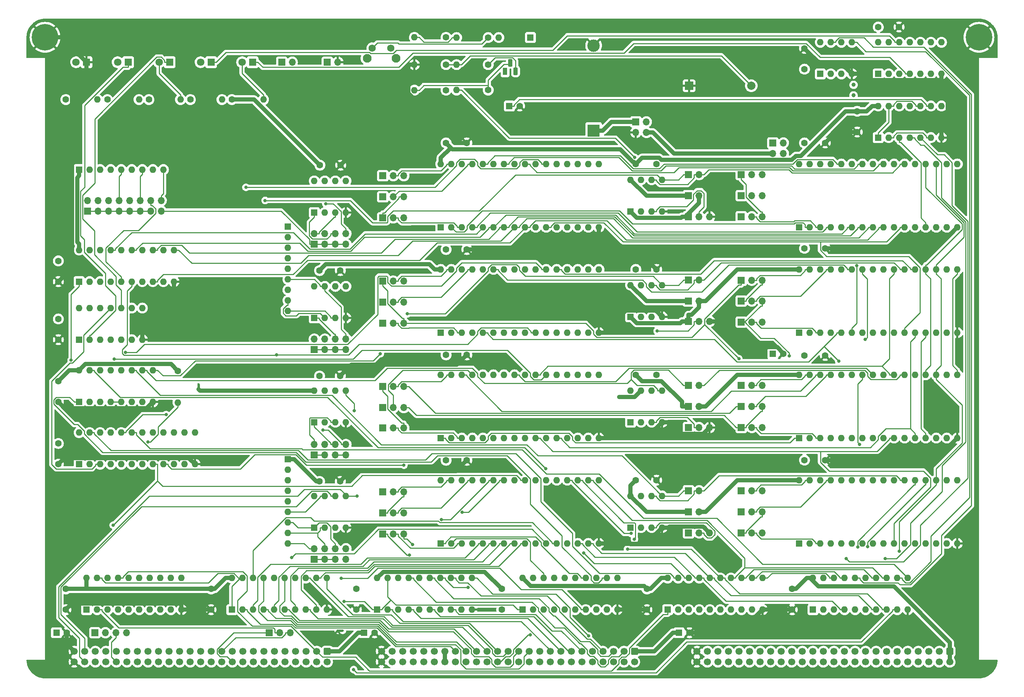
<source format=gbr>
%TF.GenerationSoftware,KiCad,Pcbnew,(6.0.11)*%
%TF.CreationDate,2023-08-27T07:58:55-04:00*%
%TF.ProjectId,memory.ROMRAM,6d656d6f-7279-42e5-924f-4d52414d2e6b,rev?*%
%TF.SameCoordinates,Original*%
%TF.FileFunction,Copper,L1,Top*%
%TF.FilePolarity,Positive*%
%FSLAX46Y46*%
G04 Gerber Fmt 4.6, Leading zero omitted, Abs format (unit mm)*
G04 Created by KiCad (PCBNEW (6.0.11)) date 2023-08-27 07:58:55*
%MOMM*%
%LPD*%
G01*
G04 APERTURE LIST*
G04 Aperture macros list*
%AMRoundRect*
0 Rectangle with rounded corners*
0 $1 Rounding radius*
0 $2 $3 $4 $5 $6 $7 $8 $9 X,Y pos of 4 corners*
0 Add a 4 corners polygon primitive as box body*
4,1,4,$2,$3,$4,$5,$6,$7,$8,$9,$2,$3,0*
0 Add four circle primitives for the rounded corners*
1,1,$1+$1,$2,$3*
1,1,$1+$1,$4,$5*
1,1,$1+$1,$6,$7*
1,1,$1+$1,$8,$9*
0 Add four rect primitives between the rounded corners*
20,1,$1+$1,$2,$3,$4,$5,0*
20,1,$1+$1,$4,$5,$6,$7,0*
20,1,$1+$1,$6,$7,$8,$9,0*
20,1,$1+$1,$8,$9,$2,$3,0*%
G04 Aperture macros list end*
%TA.AperFunction,ComponentPad*%
%ADD10RoundRect,0.250000X-0.600000X0.600000X-0.600000X-0.600000X0.600000X-0.600000X0.600000X0.600000X0*%
%TD*%
%TA.AperFunction,ComponentPad*%
%ADD11C,1.700000*%
%TD*%
%TA.AperFunction,ComponentPad*%
%ADD12C,6.400000*%
%TD*%
%TA.AperFunction,ComponentPad*%
%ADD13C,1.600000*%
%TD*%
%TA.AperFunction,ComponentPad*%
%ADD14R,1.600000X1.600000*%
%TD*%
%TA.AperFunction,ComponentPad*%
%ADD15R,1.800000X1.800000*%
%TD*%
%TA.AperFunction,ComponentPad*%
%ADD16C,1.800000*%
%TD*%
%TA.AperFunction,ComponentPad*%
%ADD17O,1.600000X1.600000*%
%TD*%
%TA.AperFunction,ComponentPad*%
%ADD18R,1.700000X1.700000*%
%TD*%
%TA.AperFunction,ComponentPad*%
%ADD19O,1.700000X1.700000*%
%TD*%
%TA.AperFunction,ComponentPad*%
%ADD20R,1.100000X1.800000*%
%TD*%
%TA.AperFunction,ComponentPad*%
%ADD21RoundRect,0.275000X-0.275000X-0.625000X0.275000X-0.625000X0.275000X0.625000X-0.275000X0.625000X0*%
%TD*%
%TA.AperFunction,ComponentPad*%
%ADD22R,2.000000X2.000000*%
%TD*%
%TA.AperFunction,ComponentPad*%
%ADD23C,2.000000*%
%TD*%
%TA.AperFunction,ComponentPad*%
%ADD24C,2.100000*%
%TD*%
%TA.AperFunction,ComponentPad*%
%ADD25C,1.750000*%
%TD*%
%TA.AperFunction,ComponentPad*%
%ADD26C,1.000000*%
%TD*%
%TA.AperFunction,ComponentPad*%
%ADD27C,0.600000*%
%TD*%
%TA.AperFunction,ComponentPad*%
%ADD28R,3.000000X3.000000*%
%TD*%
%TA.AperFunction,ComponentPad*%
%ADD29C,3.000000*%
%TD*%
%TA.AperFunction,ViaPad*%
%ADD30C,0.800000*%
%TD*%
%TA.AperFunction,Conductor*%
%ADD31C,0.250000*%
%TD*%
%TA.AperFunction,Conductor*%
%ADD32C,1.000000*%
%TD*%
G04 APERTURE END LIST*
%TO.C,NT2*%
G36*
X111700000Y-218300000D02*
G01*
X110500000Y-218300000D01*
X110500000Y-217700000D01*
X111700000Y-217700000D01*
X111700000Y-218300000D01*
G37*
%TO.C,NT1*%
G36*
X77300000Y-159850000D02*
G01*
X76700000Y-159850000D01*
X76700000Y-158650000D01*
X77300000Y-158650000D01*
X77300000Y-159850000D01*
G37*
%TD*%
D10*
%TO.P,P3,1,Pin_1*%
%TO.N,VCC*%
X258000000Y-223000000D03*
D11*
%TO.P,P3,2,Pin_2*%
X258000000Y-225540000D03*
%TO.P,P3,3,Pin_3*%
%TO.N,/bus/D15*%
X255460000Y-223000000D03*
%TO.P,P3,4,Pin_4*%
%TO.N,/bus/D31*%
X255460000Y-225540000D03*
%TO.P,P3,5,Pin_5*%
%TO.N,/bus/D14*%
X252920000Y-223000000D03*
%TO.P,P3,6,Pin_6*%
%TO.N,/bus/D30*%
X252920000Y-225540000D03*
%TO.P,P3,7,Pin_7*%
%TO.N,/bus/D13*%
X250380000Y-223000000D03*
%TO.P,P3,8,Pin_8*%
%TO.N,/bus/D29*%
X250380000Y-225540000D03*
%TO.P,P3,9,Pin_9*%
%TO.N,/bus/D12*%
X247840000Y-223000000D03*
%TO.P,P3,10,Pin_10*%
%TO.N,/bus/D28*%
X247840000Y-225540000D03*
%TO.P,P3,11,Pin_11*%
%TO.N,/bus/D11*%
X245300000Y-223000000D03*
%TO.P,P3,12,Pin_12*%
%TO.N,/bus/D27*%
X245300000Y-225540000D03*
%TO.P,P3,13,Pin_13*%
%TO.N,/bus/D10*%
X242760000Y-223000000D03*
%TO.P,P3,14,Pin_14*%
%TO.N,/bus/D26*%
X242760000Y-225540000D03*
%TO.P,P3,15,Pin_15*%
%TO.N,/bus/D9*%
X240220000Y-223000000D03*
%TO.P,P3,16,Pin_16*%
%TO.N,/bus/D25*%
X240220000Y-225540000D03*
%TO.P,P3,17,Pin_17*%
%TO.N,/bus/D8*%
X237680000Y-223000000D03*
%TO.P,P3,18,Pin_18*%
%TO.N,/bus/D24*%
X237680000Y-225540000D03*
%TO.P,P3,19,Pin_19*%
%TO.N,D7*%
X235140000Y-223000000D03*
%TO.P,P3,20,Pin_20*%
%TO.N,/bus/D23*%
X235140000Y-225540000D03*
%TO.P,P3,21,Pin_21*%
%TO.N,D6*%
X232600000Y-223000000D03*
%TO.P,P3,22,Pin_22*%
%TO.N,/bus/D22*%
X232600000Y-225540000D03*
%TO.P,P3,23,Pin_23*%
%TO.N,D5*%
X230060000Y-223000000D03*
%TO.P,P3,24,Pin_24*%
%TO.N,/bus/D21*%
X230060000Y-225540000D03*
%TO.P,P3,25,Pin_25*%
%TO.N,D4*%
X227520000Y-223000000D03*
%TO.P,P3,26,Pin_26*%
%TO.N,/bus/D20*%
X227520000Y-225540000D03*
%TO.P,P3,27,Pin_27*%
%TO.N,D3*%
X224980000Y-223000000D03*
%TO.P,P3,28,Pin_28*%
%TO.N,/bus/D19*%
X224980000Y-225540000D03*
%TO.P,P3,29,Pin_29*%
%TO.N,D2*%
X222440000Y-223000000D03*
%TO.P,P3,30,Pin_30*%
%TO.N,/bus/D18*%
X222440000Y-225540000D03*
%TO.P,P3,31,Pin_31*%
%TO.N,D1*%
X219900000Y-223000000D03*
%TO.P,P3,32,Pin_32*%
%TO.N,/bus/D17*%
X219900000Y-225540000D03*
%TO.P,P3,33,Pin_33*%
%TO.N,D0*%
X217360000Y-223000000D03*
%TO.P,P3,34,Pin_34*%
%TO.N,/bus/D16*%
X217360000Y-225540000D03*
%TO.P,P3,35,Pin_35*%
%TO.N,/bus/~{BUSERR}*%
X214820000Y-223000000D03*
%TO.P,P3,36,Pin_36*%
%TO.N,/bus/UDS*%
X214820000Y-225540000D03*
%TO.P,P3,37,Pin_37*%
%TO.N,/bus/~{VPA}*%
X212280000Y-223000000D03*
%TO.P,P3,38,Pin_38*%
%TO.N,/bus/LDS*%
X212280000Y-225540000D03*
%TO.P,P3,39,Pin_39*%
%TO.N,/bus/~{VMA}*%
X209740000Y-223000000D03*
%TO.P,P3,40,Pin_40*%
%TO.N,/bus/S2*%
X209740000Y-225540000D03*
%TO.P,P3,41,Pin_41*%
%TO.N,/bus/~{BHE}*%
X207200000Y-223000000D03*
%TO.P,P3,42,Pin_42*%
%TO.N,/bus/S1*%
X207200000Y-225540000D03*
%TO.P,P3,43,Pin_43*%
%TO.N,/bus/IPL2*%
X204660000Y-223000000D03*
%TO.P,P3,44,Pin_44*%
%TO.N,/bus/S0*%
X204660000Y-225540000D03*
%TO.P,P3,45,Pin_45*%
%TO.N,/bus/IPL1*%
X202120000Y-223000000D03*
%TO.P,P3,46,Pin_46*%
%TO.N,/bus/AUXCLK3*%
X202120000Y-225540000D03*
%TO.P,P3,47,Pin_47*%
%TO.N,/bus/IPL0*%
X199580000Y-223000000D03*
%TO.P,P3,48,Pin_48*%
%TO.N,/bus/AUXCLK2*%
X199580000Y-225540000D03*
%TO.P,P3,49,Pin_49*%
%TO.N,GND*%
X197040000Y-223000000D03*
%TO.P,P3,50,Pin_50*%
X197040000Y-225540000D03*
%TD*%
D12*
%TO.P,H1,1,1*%
%TO.N,GND*%
X40000000Y-75000000D03*
%TD*%
%TO.P,H2,1,1*%
%TO.N,GND*%
X265000000Y-75000000D03*
%TD*%
D13*
%TO.P,C15,1*%
%TO.N,VCC_SRAM0*%
X222960000Y-176895000D03*
%TO.P,C15,2*%
%TO.N,GND*%
X227960000Y-176895000D03*
%TD*%
%TO.P,C16,1*%
%TO.N,VCC_SRAM1*%
X222960000Y-151690000D03*
%TO.P,C16,2*%
%TO.N,GND*%
X227960000Y-151690000D03*
%TD*%
%TO.P,C11,1*%
%TO.N,VCC*%
X150000000Y-207940000D03*
%TO.P,C11,2*%
%TO.N,GND*%
X150000000Y-212940000D03*
%TD*%
%TO.P,C12,1*%
%TO.N,VCC*%
X45000000Y-207940000D03*
%TO.P,C12,2*%
%TO.N,GND*%
X45000000Y-212940000D03*
%TD*%
%TO.P,C1,1*%
%TO.N,VCC*%
X43190000Y-172880000D03*
%TO.P,C1,2*%
%TO.N,GND*%
X43190000Y-177880000D03*
%TD*%
%TO.P,C4,1*%
%TO.N,VCC*%
X115000000Y-207940000D03*
%TO.P,C4,2*%
%TO.N,GND*%
X115000000Y-212940000D03*
%TD*%
%TO.P,C9,1*%
%TO.N,VCC*%
X80000000Y-207940000D03*
%TO.P,C9,2*%
%TO.N,GND*%
X80000000Y-212940000D03*
%TD*%
D14*
%TO.P,C25,1*%
%TO.N,VCC*%
X116879600Y-218500000D03*
D13*
%TO.P,C25,2*%
%TO.N,GND*%
X119379600Y-218500000D03*
%TD*%
D14*
%TO.P,C26,1*%
%TO.N,VCC*%
X42749800Y-218500000D03*
D13*
%TO.P,C26,2*%
%TO.N,GND*%
X45249800Y-218500000D03*
%TD*%
D15*
%TO.P,D5,1,K*%
%TO.N,GND*%
X50000000Y-81000000D03*
D16*
%TO.P,D5,2,A*%
%TO.N,Net-(D5-Pad2)*%
X47460000Y-81000000D03*
%TD*%
D13*
%TO.P,R7,1*%
%TO.N,VCC*%
X45000000Y-90000000D03*
D17*
%TO.P,R7,2*%
%TO.N,Net-(D5-Pad2)*%
X52620000Y-90000000D03*
%TD*%
D14*
%TO.P,U6,1,OEa*%
%TO.N,ZERO*%
X85000000Y-212940000D03*
D17*
%TO.P,U6,2,I0a*%
%TO.N,A0*%
X87540000Y-212940000D03*
%TO.P,U6,3,O3b*%
%TO.N,bA7*%
X90080000Y-212940000D03*
%TO.P,U6,4,I1a*%
%TO.N,A1*%
X92620000Y-212940000D03*
%TO.P,U6,5,O2b*%
%TO.N,bA6*%
X95160000Y-212940000D03*
%TO.P,U6,6,I2a*%
%TO.N,A2*%
X97700000Y-212940000D03*
%TO.P,U6,7,O1b*%
%TO.N,bA5*%
X100240000Y-212940000D03*
%TO.P,U6,8,I3a*%
%TO.N,A3*%
X102780000Y-212940000D03*
%TO.P,U6,9,O0b*%
%TO.N,bA4*%
X105320000Y-212940000D03*
%TO.P,U6,10,GND*%
%TO.N,GND*%
X107860000Y-212940000D03*
%TO.P,U6,11,I0b*%
%TO.N,A4*%
X107860000Y-205320000D03*
%TO.P,U6,12,O3a*%
%TO.N,bA3*%
X105320000Y-205320000D03*
%TO.P,U6,13,I1b*%
%TO.N,A5*%
X102780000Y-205320000D03*
%TO.P,U6,14,O2a*%
%TO.N,bA2*%
X100240000Y-205320000D03*
%TO.P,U6,15,I2b*%
%TO.N,A6*%
X97700000Y-205320000D03*
%TO.P,U6,16,O1a*%
%TO.N,bA1*%
X95160000Y-205320000D03*
%TO.P,U6,17,I3b*%
%TO.N,A7*%
X92620000Y-205320000D03*
%TO.P,U6,18,O0a*%
%TO.N,bA0*%
X90080000Y-205320000D03*
%TO.P,U6,19,OEb*%
%TO.N,ZERO*%
X87540000Y-205320000D03*
%TO.P,U6,20,VCC*%
%TO.N,VCC*%
X85000000Y-205320000D03*
%TD*%
D14*
%TO.P,U2,1,A18*%
%TO.N,bA18*%
X221690000Y-196985000D03*
D17*
%TO.P,U2,2,A16*%
%TO.N,bA16*%
X224230000Y-196985000D03*
%TO.P,U2,3,A14*%
%TO.N,Net-(J2-Pad2)*%
X226770000Y-196985000D03*
%TO.P,U2,4,A12*%
%TO.N,bA12*%
X229310000Y-196985000D03*
%TO.P,U2,5,A7*%
%TO.N,bA7*%
X231850000Y-196985000D03*
%TO.P,U2,6,A6*%
%TO.N,bA6*%
X234390000Y-196985000D03*
%TO.P,U2,7,A5*%
%TO.N,bA5*%
X236930000Y-196985000D03*
%TO.P,U2,8,A4*%
%TO.N,bA4*%
X239470000Y-196985000D03*
%TO.P,U2,9,A3*%
%TO.N,bA3*%
X242010000Y-196985000D03*
%TO.P,U2,10,A2*%
%TO.N,bA2*%
X244550000Y-196985000D03*
%TO.P,U2,11,A1*%
%TO.N,bA1*%
X247090000Y-196985000D03*
%TO.P,U2,12,A0*%
%TO.N,bA0*%
X249630000Y-196985000D03*
%TO.P,U2,13,DQ0*%
%TO.N,bD0*%
X252170000Y-196985000D03*
%TO.P,U2,14,DQ1*%
%TO.N,bD1*%
X254710000Y-196985000D03*
%TO.P,U2,15,DQ2*%
%TO.N,bD2*%
X257250000Y-196985000D03*
%TO.P,U2,16,VSS*%
%TO.N,GND*%
X259790000Y-196985000D03*
%TO.P,U2,17,DQ3*%
%TO.N,bD3*%
X259790000Y-181745000D03*
%TO.P,U2,18,DQ4*%
%TO.N,bD4*%
X257250000Y-181745000D03*
%TO.P,U2,19,DQ5*%
%TO.N,bD5*%
X254710000Y-181745000D03*
%TO.P,U2,20,DQ6*%
%TO.N,bD6*%
X252170000Y-181745000D03*
%TO.P,U2,21,DQ7*%
%TO.N,bD7*%
X249630000Y-181745000D03*
%TO.P,U2,22,CE#*%
%TO.N,~{CEO0}*%
X247090000Y-181745000D03*
%TO.P,U2,23,A10*%
%TO.N,bA10*%
X244550000Y-181745000D03*
%TO.P,U2,24,OE#*%
%TO.N,~{bRD}*%
X242010000Y-181745000D03*
%TO.P,U2,25,A11*%
%TO.N,bA11*%
X239470000Y-181745000D03*
%TO.P,U2,26,A9*%
%TO.N,bA9*%
X236930000Y-181745000D03*
%TO.P,U2,27,A8*%
%TO.N,bA8*%
X234390000Y-181745000D03*
%TO.P,U2,28,A13*%
%TO.N,bA13*%
X231850000Y-181745000D03*
%TO.P,U2,29,WE#*%
%TO.N,Net-(J3-Pad2)*%
X229310000Y-181745000D03*
%TO.P,U2,30,A17*%
%TO.N,bA17*%
X226770000Y-181745000D03*
%TO.P,U2,31,A15*%
%TO.N,Net-(J12-Pad2)*%
X224230000Y-181745000D03*
%TO.P,U2,32,VCC*%
%TO.N,VCC_SRAM0*%
X221690000Y-181745000D03*
%TD*%
D14*
%TO.P,U3,1,A18*%
%TO.N,bA18*%
X221690000Y-171585000D03*
D17*
%TO.P,U3,2,A16*%
%TO.N,bA16*%
X224230000Y-171585000D03*
%TO.P,U3,3,A14*%
%TO.N,Net-(J4-Pad2)*%
X226770000Y-171585000D03*
%TO.P,U3,4,A12*%
%TO.N,bA12*%
X229310000Y-171585000D03*
%TO.P,U3,5,A7*%
%TO.N,bA7*%
X231850000Y-171585000D03*
%TO.P,U3,6,A6*%
%TO.N,bA6*%
X234390000Y-171585000D03*
%TO.P,U3,7,A5*%
%TO.N,bA5*%
X236930000Y-171585000D03*
%TO.P,U3,8,A4*%
%TO.N,bA4*%
X239470000Y-171585000D03*
%TO.P,U3,9,A3*%
%TO.N,bA3*%
X242010000Y-171585000D03*
%TO.P,U3,10,A2*%
%TO.N,bA2*%
X244550000Y-171585000D03*
%TO.P,U3,11,A1*%
%TO.N,bA1*%
X247090000Y-171585000D03*
%TO.P,U3,12,A0*%
%TO.N,bA0*%
X249630000Y-171585000D03*
%TO.P,U3,13,DQ0*%
%TO.N,bD0*%
X252170000Y-171585000D03*
%TO.P,U3,14,DQ1*%
%TO.N,bD1*%
X254710000Y-171585000D03*
%TO.P,U3,15,DQ2*%
%TO.N,bD2*%
X257250000Y-171585000D03*
%TO.P,U3,16,VSS*%
%TO.N,GND*%
X259790000Y-171585000D03*
%TO.P,U3,17,DQ3*%
%TO.N,bD3*%
X259790000Y-156345000D03*
%TO.P,U3,18,DQ4*%
%TO.N,bD4*%
X257250000Y-156345000D03*
%TO.P,U3,19,DQ5*%
%TO.N,bD5*%
X254710000Y-156345000D03*
%TO.P,U3,20,DQ6*%
%TO.N,bD6*%
X252170000Y-156345000D03*
%TO.P,U3,21,DQ7*%
%TO.N,bD7*%
X249630000Y-156345000D03*
%TO.P,U3,22,CE#*%
%TO.N,~{CEO1}*%
X247090000Y-156345000D03*
%TO.P,U3,23,A10*%
%TO.N,bA10*%
X244550000Y-156345000D03*
%TO.P,U3,24,OE#*%
%TO.N,~{bRD}*%
X242010000Y-156345000D03*
%TO.P,U3,25,A11*%
%TO.N,bA11*%
X239470000Y-156345000D03*
%TO.P,U3,26,A9*%
%TO.N,bA9*%
X236930000Y-156345000D03*
%TO.P,U3,27,A8*%
%TO.N,bA8*%
X234390000Y-156345000D03*
%TO.P,U3,28,A13*%
%TO.N,bA13*%
X231850000Y-156345000D03*
%TO.P,U3,29,WE#*%
%TO.N,Net-(J11-Pad2)*%
X229310000Y-156345000D03*
%TO.P,U3,30,A17*%
%TO.N,bA17*%
X226770000Y-156345000D03*
%TO.P,U3,31,A15*%
%TO.N,Net-(J13-Pad2)*%
X224230000Y-156345000D03*
%TO.P,U3,32,VCC*%
%TO.N,VCC_SRAM1*%
X221690000Y-156345000D03*
%TD*%
D14*
%TO.P,U17,1,OEa*%
%TO.N,ZERO*%
X50000000Y-212940000D03*
D17*
%TO.P,U17,2,I0a*%
%TO.N,Net-(J1-Pad2)*%
X52540000Y-212940000D03*
%TO.P,U17,3,O3b*%
%TO.N,~{bRD}*%
X55080000Y-212940000D03*
%TO.P,U17,4,I1a*%
%TO.N,unconnected-(U17-Pad4)*%
X57620000Y-212940000D03*
%TO.P,U17,5,O2b*%
%TO.N,~{bWR}*%
X60160000Y-212940000D03*
%TO.P,U17,6,I2a*%
%TO.N,unconnected-(U17-Pad6)*%
X62700000Y-212940000D03*
%TO.P,U17,7,O1b*%
%TO.N,~{bMREQ}*%
X65240000Y-212940000D03*
%TO.P,U17,8,I3a*%
%TO.N,~{M1}*%
X67780000Y-212940000D03*
%TO.P,U17,9,O0b*%
%TO.N,~{bIORQ}*%
X70320000Y-212940000D03*
%TO.P,U17,10,GND*%
%TO.N,GND*%
X72860000Y-212940000D03*
%TO.P,U17,11,I0b*%
%TO.N,~{IORQ}*%
X72860000Y-205320000D03*
%TO.P,U17,12,O3a*%
%TO.N,~{bM1}*%
X70320000Y-205320000D03*
%TO.P,U17,13,I1b*%
%TO.N,~{MREQ}*%
X67780000Y-205320000D03*
%TO.P,U17,14,O2a*%
%TO.N,unconnected-(U17-Pad14)*%
X65240000Y-205320000D03*
%TO.P,U17,15,I2b*%
%TO.N,~{WR}*%
X62700000Y-205320000D03*
%TO.P,U17,16,O1a*%
%TO.N,unconnected-(U17-Pad16)*%
X60160000Y-205320000D03*
%TO.P,U17,17,I3b*%
%TO.N,~{RD}*%
X57620000Y-205320000D03*
%TO.P,U17,18,O0a*%
%TO.N,~{bRESET}*%
X55080000Y-205320000D03*
%TO.P,U17,19,OEb*%
%TO.N,ZERO*%
X52540000Y-205320000D03*
%TO.P,U17,20,VCC*%
%TO.N,VCC*%
X50000000Y-205320000D03*
%TD*%
D14*
%TO.P,U16,1*%
%TO.N,~{CS_MEM}*%
X48190000Y-147880000D03*
D17*
%TO.P,U16,2*%
%TO.N,Net-(D3-Pad1)*%
X50730000Y-147880000D03*
%TO.P,U16,3*%
%TO.N,unconnected-(U16-Pad3)*%
X53270000Y-147880000D03*
%TO.P,U16,4*%
%TO.N,unconnected-(U16-Pad4)*%
X55810000Y-147880000D03*
%TO.P,U16,5*%
%TO.N,unconnected-(U16-Pad5)*%
X58350000Y-147880000D03*
%TO.P,U16,6*%
%TO.N,unconnected-(U16-Pad6)*%
X60890000Y-147880000D03*
%TO.P,U16,7,GND*%
%TO.N,GND*%
X63430000Y-147880000D03*
%TO.P,U16,8*%
%TO.N,unconnected-(U16-Pad8)*%
X63430000Y-140260000D03*
%TO.P,U16,9*%
%TO.N,unconnected-(U16-Pad9)*%
X60890000Y-140260000D03*
%TO.P,U16,10*%
%TO.N,Net-(D8-Pad1)*%
X58350000Y-140260000D03*
%TO.P,U16,11*%
%TO.N,~{CS_RTC}*%
X55810000Y-140260000D03*
%TO.P,U16,12*%
%TO.N,unconnected-(U16-Pad12)*%
X53270000Y-140260000D03*
%TO.P,U16,13*%
%TO.N,unconnected-(U16-Pad13)*%
X50730000Y-140260000D03*
%TO.P,U16,14,VCC*%
%TO.N,VCC*%
X48190000Y-140260000D03*
%TD*%
D13*
%TO.P,C10,1*%
%TO.N,VCC*%
X185000000Y-207940000D03*
%TO.P,C10,2*%
%TO.N,GND*%
X185000000Y-212940000D03*
%TD*%
D14*
%TO.P,U7,1,OEa*%
%TO.N,ZERO*%
X120000000Y-212940000D03*
D17*
%TO.P,U7,2,I0a*%
%TO.N,A8*%
X122540000Y-212940000D03*
%TO.P,U7,3,O3b*%
%TO.N,bA15*%
X125080000Y-212940000D03*
%TO.P,U7,4,I1a*%
%TO.N,A9*%
X127620000Y-212940000D03*
%TO.P,U7,5,O2b*%
%TO.N,bA14*%
X130160000Y-212940000D03*
%TO.P,U7,6,I2a*%
%TO.N,A10*%
X132700000Y-212940000D03*
%TO.P,U7,7,O1b*%
%TO.N,bA13*%
X135240000Y-212940000D03*
%TO.P,U7,8,I3a*%
%TO.N,A11*%
X137780000Y-212940000D03*
%TO.P,U7,9,O0b*%
%TO.N,bA12*%
X140320000Y-212940000D03*
%TO.P,U7,10,GND*%
%TO.N,GND*%
X142860000Y-212940000D03*
%TO.P,U7,11,I0b*%
%TO.N,A12*%
X142860000Y-205320000D03*
%TO.P,U7,12,O3a*%
%TO.N,bA11*%
X140320000Y-205320000D03*
%TO.P,U7,13,I1b*%
%TO.N,A13*%
X137780000Y-205320000D03*
%TO.P,U7,14,O2a*%
%TO.N,bA10*%
X135240000Y-205320000D03*
%TO.P,U7,15,I2b*%
%TO.N,A14*%
X132700000Y-205320000D03*
%TO.P,U7,16,O1a*%
%TO.N,bA9*%
X130160000Y-205320000D03*
%TO.P,U7,17,I3b*%
%TO.N,A15*%
X127620000Y-205320000D03*
%TO.P,U7,18,O0a*%
%TO.N,bA8*%
X125080000Y-205320000D03*
%TO.P,U7,19,OEb*%
%TO.N,ZERO*%
X122540000Y-205320000D03*
%TO.P,U7,20,VCC*%
%TO.N,VCC*%
X120000000Y-205320000D03*
%TD*%
D14*
%TO.P,U4,1,G*%
%TO.N,~{IO_EN}*%
X48190000Y-133880000D03*
D17*
%TO.P,U4,2,P0*%
%TO.N,bA0*%
X50730000Y-133880000D03*
%TO.P,U4,3,R0*%
%TO.N,Net-(JP3-Pad16)*%
X53270000Y-133880000D03*
%TO.P,U4,4,P1*%
%TO.N,bA1*%
X55810000Y-133880000D03*
%TO.P,U4,5,R1*%
%TO.N,Net-(JP3-Pad14)*%
X58350000Y-133880000D03*
%TO.P,U4,6,P2*%
%TO.N,bA2*%
X60890000Y-133880000D03*
%TO.P,U4,7,R2*%
%TO.N,Net-(JP3-Pad12)*%
X63430000Y-133880000D03*
%TO.P,U4,8,P3*%
%TO.N,bA3*%
X65970000Y-133880000D03*
%TO.P,U4,9,R3*%
%TO.N,Net-(JP3-Pad10)*%
X68510000Y-133880000D03*
%TO.P,U4,10,GND*%
%TO.N,GND*%
X71050000Y-133880000D03*
%TO.P,U4,11,P4*%
%TO.N,bA4*%
X71050000Y-126260000D03*
%TO.P,U4,12,R4*%
%TO.N,Net-(JP3-Pad8)*%
X68510000Y-126260000D03*
%TO.P,U4,13,P5*%
%TO.N,bA5*%
X65970000Y-126260000D03*
%TO.P,U4,14,R5*%
%TO.N,Net-(JP3-Pad6)*%
X63430000Y-126260000D03*
%TO.P,U4,15,P6*%
%TO.N,bA6*%
X60890000Y-126260000D03*
%TO.P,U4,16,R6*%
%TO.N,Net-(JP3-Pad4)*%
X58350000Y-126260000D03*
%TO.P,U4,17,P7*%
%TO.N,bA7*%
X55810000Y-126260000D03*
%TO.P,U4,18,R7*%
%TO.N,Net-(JP3-Pad2)*%
X53270000Y-126260000D03*
%TO.P,U4,19,P=R*%
%TO.N,~{CS_RTC}*%
X50730000Y-126260000D03*
%TO.P,U4,20,VCC*%
%TO.N,VCC*%
X48190000Y-126260000D03*
%TD*%
D14*
%TO.P,RN1,1,common*%
%TO.N,VCC*%
X48190000Y-106880000D03*
D17*
%TO.P,RN1,2,R1*%
%TO.N,Net-(JP3-Pad2)*%
X50730000Y-106880000D03*
%TO.P,RN1,3,R2*%
%TO.N,Net-(JP3-Pad4)*%
X53270000Y-106880000D03*
%TO.P,RN1,4,R3*%
%TO.N,Net-(JP3-Pad6)*%
X55810000Y-106880000D03*
%TO.P,RN1,5,R4*%
%TO.N,Net-(JP3-Pad8)*%
X58350000Y-106880000D03*
%TO.P,RN1,6,R5*%
%TO.N,Net-(JP3-Pad10)*%
X60890000Y-106880000D03*
%TO.P,RN1,7,R6*%
%TO.N,Net-(JP3-Pad12)*%
X63430000Y-106880000D03*
%TO.P,RN1,8,R7*%
%TO.N,Net-(JP3-Pad14)*%
X65970000Y-106880000D03*
%TO.P,RN1,9,R8*%
%TO.N,Net-(JP3-Pad16)*%
X68510000Y-106880000D03*
%TD*%
D13*
%TO.P,C5,1*%
%TO.N,VCC*%
X43190000Y-128880000D03*
%TO.P,C5,2*%
%TO.N,GND*%
X43190000Y-133880000D03*
%TD*%
D18*
%TO.P,JP3,1,Pin_1*%
%TO.N,ZERO*%
X50190000Y-116880000D03*
D19*
%TO.P,JP3,2,Pin_2*%
%TO.N,Net-(JP3-Pad2)*%
X50190000Y-114340000D03*
%TO.P,JP3,3,Pin_3*%
%TO.N,ZERO*%
X52730000Y-116880000D03*
%TO.P,JP3,4,Pin_4*%
%TO.N,Net-(JP3-Pad4)*%
X52730000Y-114340000D03*
%TO.P,JP3,5,Pin_5*%
%TO.N,ZERO*%
X55270000Y-116880000D03*
%TO.P,JP3,6,Pin_6*%
%TO.N,Net-(JP3-Pad6)*%
X55270000Y-114340000D03*
%TO.P,JP3,7,Pin_7*%
%TO.N,ZERO*%
X57810000Y-116880000D03*
%TO.P,JP3,8,Pin_8*%
%TO.N,Net-(JP3-Pad8)*%
X57810000Y-114340000D03*
%TO.P,JP3,9,Pin_9*%
%TO.N,ZERO*%
X60350000Y-116880000D03*
%TO.P,JP3,10,Pin_10*%
%TO.N,Net-(JP3-Pad10)*%
X60350000Y-114340000D03*
%TO.P,JP3,11,Pin_11*%
%TO.N,ZERO*%
X62890000Y-116880000D03*
%TO.P,JP3,12,Pin_12*%
%TO.N,Net-(JP3-Pad12)*%
X62890000Y-114340000D03*
%TO.P,JP3,13,Pin_13*%
%TO.N,ZERO*%
X65430000Y-116880000D03*
%TO.P,JP3,14,Pin_14*%
%TO.N,Net-(JP3-Pad14)*%
X65430000Y-114340000D03*
%TO.P,JP3,15,Pin_15*%
%TO.N,ZERO*%
X67970000Y-116880000D03*
%TO.P,JP3,16,Pin_16*%
%TO.N,Net-(JP3-Pad16)*%
X67970000Y-114340000D03*
%TD*%
D13*
%TO.P,C3,1*%
%TO.N,VCC*%
X240740000Y-72520000D03*
%TO.P,C3,2*%
%TO.N,GND*%
X245740000Y-72520000D03*
%TD*%
D14*
%TO.P,C27,1*%
%TO.N,VCC*%
X192749800Y-218500000D03*
D13*
%TO.P,C27,2*%
%TO.N,GND*%
X195249800Y-218500000D03*
%TD*%
D14*
%TO.P,C28,1*%
%TO.N,/RTC/USERBUTN*%
X151840000Y-91570000D03*
D13*
%TO.P,C28,2*%
%TO.N,GND*%
X154340000Y-91570000D03*
%TD*%
%TO.P,C30,1*%
%TO.N,VCC*%
X222960000Y-82680000D03*
%TO.P,C30,2*%
%TO.N,GND*%
X222960000Y-77680000D03*
%TD*%
%TO.P,C32,1*%
%TO.N,VCC*%
X43190000Y-142880000D03*
%TO.P,C32,2*%
%TO.N,GND*%
X43190000Y-147880000D03*
%TD*%
%TO.P,C33,1*%
%TO.N,VCC*%
X43190000Y-157880000D03*
%TO.P,C33,2*%
%TO.N,GND*%
X43190000Y-162880000D03*
%TD*%
%TO.P,C34,1*%
%TO.N,VCC*%
X235660000Y-92840000D03*
%TO.P,C34,2*%
%TO.N,GND*%
X235660000Y-97840000D03*
%TD*%
D15*
%TO.P,D8,1,K*%
%TO.N,Net-(D8-Pad1)*%
X70000000Y-81000000D03*
D16*
%TO.P,D8,2,A*%
%TO.N,Net-(D8-Pad2)*%
X67460000Y-81000000D03*
%TD*%
D15*
%TO.P,D10,1,K*%
%TO.N,Net-(D10-Pad1)*%
X80000000Y-81000000D03*
D16*
%TO.P,D10,2,A*%
%TO.N,Net-(D10-Pad2)*%
X77460000Y-81000000D03*
%TD*%
D15*
%TO.P,D11,1,K*%
%TO.N,Net-(D11-Pad1)*%
X90000000Y-81000000D03*
D16*
%TO.P,D11,2,A*%
%TO.N,Net-(D11-Pad2)*%
X87460000Y-81000000D03*
%TD*%
D18*
%TO.P,JP9,1,A*%
%TO.N,Net-(JP9-Pad1)*%
X108000000Y-81000000D03*
D19*
%TO.P,JP9,2,B*%
%TO.N,GND*%
X110540000Y-81000000D03*
%TD*%
D18*
%TO.P,JP10,1,Pin_1*%
%TO.N,VBAT1*%
X215340000Y-100460000D03*
D19*
%TO.P,JP10,2,Pin_2*%
%TO.N,/RTC/VBAT*%
X217880000Y-100460000D03*
%TO.P,JP10,3,Pin_3*%
%TO.N,VBAT2*%
X215340000Y-103000000D03*
%TO.P,JP10,4,Pin_4*%
%TO.N,/RTC/VBAT*%
X217880000Y-103000000D03*
%TD*%
D10*
%TO.P,P1,1,Pin_1*%
%TO.N,VCC*%
X108000000Y-223000000D03*
D11*
%TO.P,P1,2,Pin_2*%
X108000000Y-225540000D03*
%TO.P,P1,3,Pin_3*%
%TO.N,~{RD}*%
X105460000Y-223000000D03*
%TO.P,P1,4,Pin_4*%
%TO.N,/bus/E*%
X105460000Y-225540000D03*
%TO.P,P1,5,Pin_5*%
%TO.N,~{WR}*%
X102920000Y-223000000D03*
%TO.P,P1,6,Pin_6*%
%TO.N,/bus/ST*%
X102920000Y-225540000D03*
%TO.P,P1,7,Pin_7*%
%TO.N,~{IORQ}*%
X100380000Y-223000000D03*
%TO.P,P1,8,Pin_8*%
%TO.N,/bus/PHI*%
X100380000Y-225540000D03*
%TO.P,P1,9,Pin_9*%
%TO.N,~{MREQ}*%
X97840000Y-223000000D03*
%TO.P,P1,10,Pin_10*%
%TO.N,/bus/~{INT2}*%
X97840000Y-225540000D03*
%TO.P,P1,11,Pin_11*%
%TO.N,~{M1}*%
X95300000Y-223000000D03*
%TO.P,P1,12,Pin_12*%
%TO.N,/bus/~{INT1}*%
X95300000Y-225540000D03*
%TO.P,P1,13,Pin_13*%
%TO.N,/bus/~{BUSACK}*%
X92760000Y-223000000D03*
%TO.P,P1,14,Pin_14*%
%TO.N,/bus/CRUCLK*%
X92760000Y-225540000D03*
%TO.P,P1,15,Pin_15*%
%TO.N,/bus/CLK*%
X90220000Y-223000000D03*
%TO.P,P1,16,Pin_16*%
%TO.N,/bus/CRUOUT*%
X90220000Y-225540000D03*
%TO.P,P1,17,Pin_17*%
%TO.N,/bus/~{INT0}*%
X87680000Y-223000000D03*
%TO.P,P1,18,Pin_18*%
%TO.N,/bus/CRUIN*%
X87680000Y-225540000D03*
%TO.P,P1,19,Pin_19*%
%TO.N,/bus/~{NMI}*%
X85140000Y-223000000D03*
%TO.P,P1,20,Pin_20*%
%TO.N,~{RES_IN}*%
X85140000Y-225540000D03*
%TO.P,P1,21,Pin_21*%
%TO.N,~{RES_OUT}*%
X82600000Y-223000000D03*
%TO.P,P1,22,Pin_22*%
%TO.N,/bus/USER8*%
X82600000Y-225540000D03*
%TO.P,P1,23,Pin_23*%
%TO.N,/bus/~{BUSRQ}*%
X80060000Y-223000000D03*
%TO.P,P1,24,Pin_24*%
%TO.N,/bus/USER7*%
X80060000Y-225540000D03*
%TO.P,P1,25,Pin_25*%
%TO.N,/bus/~{WAIT}*%
X77520000Y-223000000D03*
%TO.P,P1,26,Pin_26*%
%TO.N,/bus/USER6*%
X77520000Y-225540000D03*
%TO.P,P1,27,Pin_27*%
%TO.N,/bus/~{HALT}*%
X74980000Y-223000000D03*
%TO.P,P1,28,Pin_28*%
%TO.N,/bus/USER5*%
X74980000Y-225540000D03*
%TO.P,P1,29,Pin_29*%
%TO.N,/bus/~{RFSH}*%
X72440000Y-223000000D03*
%TO.P,P1,30,Pin_30*%
%TO.N,/bus/USER4*%
X72440000Y-225540000D03*
%TO.P,P1,31,Pin_31*%
%TO.N,/bus/~{EIRQ7}*%
X69900000Y-223000000D03*
%TO.P,P1,32,Pin_32*%
%TO.N,/bus/USER3*%
X69900000Y-225540000D03*
%TO.P,P1,33,Pin_33*%
%TO.N,/bus/~{EIRQ6}*%
X67360000Y-223000000D03*
%TO.P,P1,34,Pin_34*%
%TO.N,/bus/USER2*%
X67360000Y-225540000D03*
%TO.P,P1,35,Pin_35*%
%TO.N,/bus/~{EIRQ5}*%
X64820000Y-223000000D03*
%TO.P,P1,36,Pin_36*%
%TO.N,/bus/USER1*%
X64820000Y-225540000D03*
%TO.P,P1,37,Pin_37*%
%TO.N,/bus/~{EIRQ4}*%
X62280000Y-223000000D03*
%TO.P,P1,38,Pin_38*%
%TO.N,/bus/USER0*%
X62280000Y-225540000D03*
%TO.P,P1,39,Pin_39*%
%TO.N,/bus/~{EIRQ3}*%
X59740000Y-223000000D03*
%TO.P,P1,40,Pin_40*%
%TO.N,~{BAI}*%
X59740000Y-225540000D03*
%TO.P,P1,41,Pin_41*%
%TO.N,/bus/~{EIRQ2}*%
X57200000Y-223000000D03*
%TO.P,P1,42,Pin_42*%
%TO.N,~{BAO}*%
X57200000Y-225540000D03*
%TO.P,P1,43,Pin_43*%
%TO.N,/bus/~{EIRQ1}*%
X54660000Y-223000000D03*
%TO.P,P1,44,Pin_44*%
%TO.N,~{IEI}*%
X54660000Y-225540000D03*
%TO.P,P1,45,Pin_45*%
%TO.N,/bus/~{EIRQ0}*%
X52120000Y-223000000D03*
%TO.P,P1,46,Pin_46*%
%TO.N,~{IEO}*%
X52120000Y-225540000D03*
%TO.P,P1,47,Pin_47*%
%TO.N,I2C_SCL*%
X49580000Y-223000000D03*
%TO.P,P1,48,Pin_48*%
%TO.N,I2C_SDA*%
X49580000Y-225540000D03*
%TO.P,P1,49,Pin_49*%
%TO.N,GND*%
X47040000Y-223000000D03*
%TO.P,P1,50,Pin_50*%
X47040000Y-225540000D03*
%TD*%
D10*
%TO.P,P2,1,Pin_1*%
%TO.N,VCC*%
X182000000Y-223000000D03*
D11*
%TO.P,P2,2,Pin_2*%
X182000000Y-225540000D03*
%TO.P,P2,3,Pin_3*%
%TO.N,A15*%
X179460000Y-223000000D03*
%TO.P,P2,4,Pin_4*%
%TO.N,/bus/A31*%
X179460000Y-225540000D03*
%TO.P,P2,5,Pin_5*%
%TO.N,A14*%
X176920000Y-223000000D03*
%TO.P,P2,6,Pin_6*%
%TO.N,/bus/A30*%
X176920000Y-225540000D03*
%TO.P,P2,7,Pin_7*%
%TO.N,A13*%
X174380000Y-223000000D03*
%TO.P,P2,8,Pin_8*%
%TO.N,/bus/A29*%
X174380000Y-225540000D03*
%TO.P,P2,9,Pin_9*%
%TO.N,A12*%
X171840000Y-223000000D03*
%TO.P,P2,10,Pin_10*%
%TO.N,/bus/A28*%
X171840000Y-225540000D03*
%TO.P,P2,11,Pin_11*%
%TO.N,A11*%
X169300000Y-223000000D03*
%TO.P,P2,12,Pin_12*%
%TO.N,/bus/A27*%
X169300000Y-225540000D03*
%TO.P,P2,13,Pin_13*%
%TO.N,A10*%
X166760000Y-223000000D03*
%TO.P,P2,14,Pin_14*%
%TO.N,/bus/A26*%
X166760000Y-225540000D03*
%TO.P,P2,15,Pin_15*%
%TO.N,A9*%
X164220000Y-223000000D03*
%TO.P,P2,16,Pin_16*%
%TO.N,/bus/A25*%
X164220000Y-225540000D03*
%TO.P,P2,17,Pin_17*%
%TO.N,A8*%
X161680000Y-223000000D03*
%TO.P,P2,18,Pin_18*%
%TO.N,/bus/A24*%
X161680000Y-225540000D03*
%TO.P,P2,19,Pin_19*%
%TO.N,+12V*%
X159140000Y-223000000D03*
%TO.P,P2,20,Pin_20*%
X159140000Y-225540000D03*
%TO.P,P2,21,Pin_21*%
%TO.N,A7*%
X156600000Y-223000000D03*
%TO.P,P2,22,Pin_22*%
%TO.N,/bus/A23*%
X156600000Y-225540000D03*
%TO.P,P2,23,Pin_23*%
%TO.N,A6*%
X154060000Y-223000000D03*
%TO.P,P2,24,Pin_24*%
%TO.N,/bus/A22*%
X154060000Y-225540000D03*
%TO.P,P2,25,Pin_25*%
%TO.N,A5*%
X151520000Y-223000000D03*
%TO.P,P2,26,Pin_26*%
%TO.N,A21*%
X151520000Y-225540000D03*
%TO.P,P2,27,Pin_27*%
%TO.N,A4*%
X148980000Y-223000000D03*
%TO.P,P2,28,Pin_28*%
%TO.N,A20*%
X148980000Y-225540000D03*
%TO.P,P2,29,Pin_29*%
%TO.N,A3*%
X146440000Y-223000000D03*
%TO.P,P2,30,Pin_30*%
%TO.N,A19*%
X146440000Y-225540000D03*
%TO.P,P2,31,Pin_31*%
%TO.N,A2*%
X143900000Y-223000000D03*
%TO.P,P2,32,Pin_32*%
%TO.N,A18*%
X143900000Y-225540000D03*
%TO.P,P2,33,Pin_33*%
%TO.N,A1*%
X141360000Y-223000000D03*
%TO.P,P2,34,Pin_34*%
%TO.N,A17*%
X141360000Y-225540000D03*
%TO.P,P2,35,Pin_35*%
%TO.N,A0*%
X138820000Y-223000000D03*
%TO.P,P2,36,Pin_36*%
%TO.N,A16*%
X138820000Y-225540000D03*
%TO.P,P2,37,Pin_37*%
%TO.N,-12V*%
X136280000Y-223000000D03*
%TO.P,P2,38,Pin_38*%
X136280000Y-225540000D03*
%TO.P,P2,39,Pin_39*%
%TO.N,/bus/IC3*%
X133740000Y-223000000D03*
%TO.P,P2,40,Pin_40*%
%TO.N,/bus/~{TEND1}*%
X133740000Y-225540000D03*
%TO.P,P2,41,Pin_41*%
%TO.N,/bus/IC2*%
X131200000Y-223000000D03*
%TO.P,P2,42,Pin_42*%
%TO.N,/bus/~{DREQ1}*%
X131200000Y-225540000D03*
%TO.P,P2,43,Pin_43*%
%TO.N,/bus/IC1*%
X128660000Y-223000000D03*
%TO.P,P2,44,Pin_44*%
%TO.N,/bus/~{TEND0}*%
X128660000Y-225540000D03*
%TO.P,P2,45,Pin_45*%
%TO.N,/bus/IC0*%
X126120000Y-223000000D03*
%TO.P,P2,46,Pin_46*%
%TO.N,/bus/~{DREQ0}*%
X126120000Y-225540000D03*
%TO.P,P2,47,Pin_47*%
%TO.N,/bus/AUXCLK1*%
X123580000Y-223000000D03*
%TO.P,P2,48,Pin_48*%
%TO.N,/bus/AUXCLK0*%
X123580000Y-225540000D03*
%TO.P,P2,49,Pin_49*%
%TO.N,GND*%
X121040000Y-223000000D03*
%TO.P,P2,50,Pin_50*%
X121040000Y-225540000D03*
%TD*%
D20*
%TO.P,Q1,1,E*%
%TO.N,VCC*%
X150818800Y-83202400D03*
D21*
%TO.P,Q1,2,B*%
%TO.N,Net-(Q1-Pad2)*%
X152088800Y-81132400D03*
%TO.P,Q1,3,C*%
%TO.N,Net-(Q1-Pad3)*%
X153358800Y-83202400D03*
%TD*%
D13*
%TO.P,R8,1*%
%TO.N,VCC*%
X136600000Y-87740000D03*
D17*
%TO.P,R8,2*%
%TO.N,Net-(Q1-Pad2)*%
X128980000Y-87740000D03*
%TD*%
D13*
%TO.P,R9,1*%
%TO.N,Net-(Q1-Pad2)*%
X146760000Y-87720000D03*
D17*
%TO.P,R9,2*%
%TO.N,/RTC/SPEAKER*%
X139140000Y-87720000D03*
%TD*%
D13*
%TO.P,R10,1*%
%TO.N,Net-(Q1-Pad3)*%
X146760000Y-81590000D03*
D17*
%TO.P,R10,2*%
%TO.N,Net-(R10-Pad2)*%
X139140000Y-81590000D03*
%TD*%
D13*
%TO.P,R11,1*%
%TO.N,Net-(R10-Pad2)*%
X136600000Y-81590000D03*
D17*
%TO.P,R11,2*%
%TO.N,GND*%
X128980000Y-81590000D03*
%TD*%
D13*
%TO.P,R12,1*%
%TO.N,VCC*%
X136600000Y-75020000D03*
D17*
%TO.P,R12,2*%
%TO.N,/RTC/USERBUTN*%
X128980000Y-75020000D03*
%TD*%
D13*
%TO.P,R13,1*%
%TO.N,Net-(JP9-Pad1)*%
X146760000Y-75060000D03*
D17*
%TO.P,R13,2*%
%TO.N,/RTC/USERBUTN*%
X139140000Y-75060000D03*
%TD*%
D13*
%TO.P,R15,1*%
%TO.N,VCC*%
X65000000Y-90000000D03*
D17*
%TO.P,R15,2*%
%TO.N,Net-(D8-Pad2)*%
X72620000Y-90000000D03*
%TD*%
D13*
%TO.P,R17,1*%
%TO.N,VCC*%
X75000000Y-90000000D03*
D17*
%TO.P,R17,2*%
%TO.N,Net-(D10-Pad2)*%
X82620000Y-90000000D03*
%TD*%
D13*
%TO.P,R18,1*%
%TO.N,VCC*%
X85000000Y-90000000D03*
D17*
%TO.P,R18,2*%
%TO.N,Net-(D11-Pad2)*%
X92620000Y-90000000D03*
%TD*%
D22*
%TO.P,SP1,1,1*%
%TO.N,GND*%
X195150000Y-86680000D03*
D23*
%TO.P,SP1,2,2*%
%TO.N,Net-(R10-Pad2)*%
X210150000Y-86680000D03*
%TD*%
D24*
%TO.P,SW1,*%
%TO.N,*%
X117570000Y-80090000D03*
X124580000Y-80090000D03*
D25*
%TO.P,SW1,1,1*%
%TO.N,Net-(JP9-Pad1)*%
X118820000Y-77600000D03*
%TO.P,SW1,2,2*%
%TO.N,GND*%
X123320000Y-77600000D03*
%TD*%
D14*
%TO.P,U24,1,~{Mr}*%
%TO.N,~{bRESET}*%
X225000000Y-212940000D03*
D17*
%TO.P,U24,2,Q0*%
%TO.N,/RTC/USERLED0*%
X227540000Y-212940000D03*
%TO.P,U24,3,D0*%
%TO.N,bD0*%
X230080000Y-212940000D03*
%TO.P,U24,4,D1*%
%TO.N,bD1*%
X232620000Y-212940000D03*
%TO.P,U24,5,Q1*%
%TO.N,/RTC/USERLED1*%
X235160000Y-212940000D03*
%TO.P,U24,6,Q2*%
%TO.N,/RTC/SPEAKER*%
X237700000Y-212940000D03*
%TO.P,U24,7,D2*%
%TO.N,bD2*%
X240240000Y-212940000D03*
%TO.P,U24,8,D3*%
%TO.N,bD3*%
X242780000Y-212940000D03*
%TO.P,U24,9,Q3*%
%TO.N,~{MEM_EN}*%
X245320000Y-212940000D03*
%TO.P,U24,10,GND*%
%TO.N,GND*%
X247860000Y-212940000D03*
%TO.P,U24,11,Cp*%
%TO.N,~{RTC_WR}*%
X247860000Y-205320000D03*
%TO.P,U24,12,Q4*%
%TO.N,/RTC/RTC_RST_IN*%
X245320000Y-205320000D03*
%TO.P,U24,13,D4*%
%TO.N,bD4*%
X242780000Y-205320000D03*
%TO.P,U24,14,D5*%
%TO.N,bD5*%
X240240000Y-205320000D03*
%TO.P,U24,15,Q5*%
%TO.N,/RTC/RTC_WR_EN*%
X237700000Y-205320000D03*
%TO.P,U24,16,Q6*%
%TO.N,/RTC/RTC_CLK_IN*%
X235160000Y-205320000D03*
%TO.P,U24,17,D6*%
%TO.N,bD6*%
X232620000Y-205320000D03*
%TO.P,U24,18,D7*%
%TO.N,bD7*%
X230080000Y-205320000D03*
%TO.P,U24,19,Q7*%
%TO.N,/RTC/RTC_DAT_IN*%
X227540000Y-205320000D03*
%TO.P,U24,20,VCC*%
%TO.N,VCC*%
X225000000Y-205320000D03*
%TD*%
D14*
%TO.P,U26,1*%
%TO.N,~{RTC_RD}*%
X240735000Y-99180000D03*
D17*
%TO.P,U26,2*%
%TO.N,/RTC/RTC_DQ*%
X243275000Y-99180000D03*
%TO.P,U26,3*%
%TO.N,bD0*%
X245815000Y-99180000D03*
%TO.P,U26,4*%
%TO.N,/RTC/RTC_WR_EN*%
X248355000Y-99180000D03*
%TO.P,U26,5*%
%TO.N,/RTC/RTC_DAT_IN*%
X250895000Y-99180000D03*
%TO.P,U26,6*%
%TO.N,/RTC/RTC_DQ*%
X253435000Y-99180000D03*
%TO.P,U26,7,GND*%
%TO.N,GND*%
X255975000Y-99180000D03*
%TO.P,U26,8*%
%TO.N,bD6*%
X255975000Y-91560000D03*
%TO.P,U26,9*%
%TO.N,/RTC/USERBUTN*%
X253435000Y-91560000D03*
%TO.P,U26,10*%
%TO.N,~{RTC_RD}*%
X250895000Y-91560000D03*
%TO.P,U26,11*%
%TO.N,bD1*%
X248355000Y-91560000D03*
%TO.P,U26,12*%
%TO.N,~{MEM_EN}*%
X245815000Y-91560000D03*
%TO.P,U26,13*%
%TO.N,~{RTC_RD}*%
X243275000Y-91560000D03*
%TO.P,U26,14,VCC*%
%TO.N,VCC*%
X240735000Y-91560000D03*
%TD*%
D14*
%TO.P,U27,1,VCC2*%
%TO.N,VCC*%
X226780000Y-83820000D03*
D17*
%TO.P,U27,2,X1*%
%TO.N,Net-(U27-Pad2)*%
X229320000Y-83820000D03*
%TO.P,U27,3,X2*%
%TO.N,Net-(U27-Pad3)*%
X231860000Y-83820000D03*
%TO.P,U27,4,GND*%
%TO.N,GND*%
X234400000Y-83820000D03*
%TO.P,U27,5,CE*%
%TO.N,/RTC/RTC_RST_IN*%
X234400000Y-76200000D03*
%TO.P,U27,6,I/O*%
%TO.N,/RTC/RTC_DQ*%
X231860000Y-76200000D03*
%TO.P,U27,7,SCLK*%
%TO.N,/RTC/RTC_CLK_IN*%
X229320000Y-76200000D03*
%TO.P,U27,8,VCC1*%
%TO.N,/RTC/VBAT*%
X226780000Y-76200000D03*
%TD*%
D14*
%TO.P,U28,1*%
%TO.N,unconnected-(U28-Pad1)*%
X240735000Y-83820000D03*
D17*
%TO.P,U28,2*%
%TO.N,unconnected-(U28-Pad2)*%
X243275000Y-83820000D03*
%TO.P,U28,3*%
%TO.N,/RTC/USERLED1*%
X245815000Y-83820000D03*
%TO.P,U28,4*%
%TO.N,Net-(D11-Pad1)*%
X248355000Y-83820000D03*
%TO.P,U28,5*%
%TO.N,unconnected-(U28-Pad5)*%
X250895000Y-83820000D03*
%TO.P,U28,6*%
%TO.N,unconnected-(U28-Pad6)*%
X253435000Y-83820000D03*
%TO.P,U28,7,GND*%
%TO.N,GND*%
X255975000Y-83820000D03*
%TO.P,U28,8*%
%TO.N,unconnected-(U28-Pad8)*%
X255975000Y-76200000D03*
%TO.P,U28,9*%
%TO.N,unconnected-(U28-Pad9)*%
X253435000Y-76200000D03*
%TO.P,U28,10*%
%TO.N,unconnected-(U28-Pad10)*%
X250895000Y-76200000D03*
%TO.P,U28,11*%
%TO.N,unconnected-(U28-Pad11)*%
X248355000Y-76200000D03*
%TO.P,U28,12*%
%TO.N,Net-(D10-Pad1)*%
X245815000Y-76200000D03*
%TO.P,U28,13*%
%TO.N,/RTC/USERLED0*%
X243275000Y-76200000D03*
%TO.P,U28,14,VCC*%
%TO.N,VCC*%
X240735000Y-76200000D03*
%TD*%
D26*
%TO.P,X1,1,1*%
%TO.N,Net-(U27-Pad3)*%
X234790000Y-86460000D03*
%TO.P,X1,2,2*%
%TO.N,Net-(U27-Pad2)*%
X234790000Y-89000000D03*
%TD*%
D14*
%TO.P,U14,1,A->B*%
%TO.N,~{RD}*%
X190000000Y-212940000D03*
D17*
%TO.P,U14,2,A0*%
%TO.N,D0*%
X192540000Y-212940000D03*
%TO.P,U14,3,A1*%
%TO.N,D1*%
X195080000Y-212940000D03*
%TO.P,U14,4,A2*%
%TO.N,D2*%
X197620000Y-212940000D03*
%TO.P,U14,5,A3*%
%TO.N,D3*%
X200160000Y-212940000D03*
%TO.P,U14,6,A4*%
%TO.N,D4*%
X202700000Y-212940000D03*
%TO.P,U14,7,A5*%
%TO.N,D5*%
X205240000Y-212940000D03*
%TO.P,U14,8,A6*%
%TO.N,D6*%
X207780000Y-212940000D03*
%TO.P,U14,9,A7*%
%TO.N,D7*%
X210320000Y-212940000D03*
%TO.P,U14,10,GND*%
%TO.N,GND*%
X212860000Y-212940000D03*
%TO.P,U14,11,B7*%
%TO.N,bD7*%
X212860000Y-205320000D03*
%TO.P,U14,12,B6*%
%TO.N,bD6*%
X210320000Y-205320000D03*
%TO.P,U14,13,B5*%
%TO.N,bD5*%
X207780000Y-205320000D03*
%TO.P,U14,14,B4*%
%TO.N,bD4*%
X205240000Y-205320000D03*
%TO.P,U14,15,B3*%
%TO.N,bD3*%
X202700000Y-205320000D03*
%TO.P,U14,16,B2*%
%TO.N,bD2*%
X200160000Y-205320000D03*
%TO.P,U14,17,B1*%
%TO.N,bD1*%
X197620000Y-205320000D03*
%TO.P,U14,18,B0*%
%TO.N,bD0*%
X195080000Y-205320000D03*
%TO.P,U14,19,CE*%
%TO.N,~{BUS_EN}*%
X192540000Y-205320000D03*
%TO.P,U14,20,VCC*%
%TO.N,VCC*%
X190000000Y-205320000D03*
%TD*%
D18*
%TO.P,JP4,1,A*%
%TO.N,~{CS_RAM0}*%
X195020000Y-184280000D03*
D19*
%TO.P,JP4,2,B*%
%TO.N,~{CEO0}*%
X197560000Y-184280000D03*
%TD*%
D18*
%TO.P,JP5,1,A*%
%TO.N,VCC*%
X195020000Y-163960000D03*
D19*
%TO.P,JP5,2,B*%
%TO.N,VCC_SRAM1*%
X197560000Y-163960000D03*
%TD*%
D18*
%TO.P,K5,1,Pin_1*%
%TO.N,VCC_SRAM1*%
X195020000Y-169040000D03*
D19*
%TO.P,K5,2,Pin_2*%
%TO.N,Net-(K5-Pad2)*%
X197560000Y-169040000D03*
%TO.P,K5,3,Pin_3*%
%TO.N,GND*%
X200100000Y-169040000D03*
%TD*%
D18*
%TO.P,JP6,1,A*%
%TO.N,~{CS_RAM1}*%
X195020000Y-158880000D03*
D19*
%TO.P,JP6,2,B*%
%TO.N,~{CEO1}*%
X197560000Y-158880000D03*
%TD*%
D18*
%TO.P,JP1,1,A*%
%TO.N,VCC*%
X195020000Y-189360000D03*
D19*
%TO.P,JP1,2,B*%
%TO.N,VCC_SRAM0*%
X197560000Y-189360000D03*
%TD*%
D13*
%TO.P,C7,1*%
%TO.N,VCC*%
X182320000Y-181740000D03*
%TO.P,C7,2*%
%TO.N,GND*%
X187320000Y-181740000D03*
%TD*%
D18*
%TO.P,K1,1,Pin_1*%
%TO.N,VCC_SRAM0*%
X195020000Y-194440000D03*
D19*
%TO.P,K1,2,Pin_2*%
%TO.N,Net-(K1-Pad2)*%
X197560000Y-194440000D03*
%TO.P,K1,3,Pin_3*%
%TO.N,GND*%
X200100000Y-194440000D03*
%TD*%
D14*
%TO.P,U5,1,VCCO*%
%TO.N,VCC_SRAM0*%
X181060000Y-193160000D03*
D17*
%TO.P,U5,2,VBAT1*%
%TO.N,VBAT1*%
X183600000Y-193160000D03*
%TO.P,U5,3,TOL*%
%TO.N,Net-(K1-Pad2)*%
X186140000Y-193160000D03*
%TO.P,U5,4,GND*%
%TO.N,GND*%
X188680000Y-193160000D03*
%TO.P,U5,5,~{CE}*%
%TO.N,~{CS_RAM0}*%
X188680000Y-185540000D03*
%TO.P,U5,6,~{CEO}*%
%TO.N,~{CEO0}*%
X186140000Y-185540000D03*
%TO.P,U5,7,VBAT2*%
%TO.N,VBAT2*%
X183600000Y-185540000D03*
%TO.P,U5,8,VCCI*%
%TO.N,VCC*%
X181060000Y-185540000D03*
%TD*%
D14*
%TO.P,U13,1,VCCO*%
%TO.N,VCC_SRAM1*%
X181060000Y-167760000D03*
D17*
%TO.P,U13,2,VBAT1*%
%TO.N,VBAT1*%
X183600000Y-167760000D03*
%TO.P,U13,3,TOL*%
%TO.N,Net-(K5-Pad2)*%
X186140000Y-167760000D03*
%TO.P,U13,4,GND*%
%TO.N,GND*%
X188680000Y-167760000D03*
%TO.P,U13,5,~{CE}*%
%TO.N,~{CS_RAM1}*%
X188680000Y-160140000D03*
%TO.P,U13,6,~{CEO}*%
%TO.N,~{CEO1}*%
X186140000Y-160140000D03*
%TO.P,U13,7,VBAT2*%
%TO.N,VBAT2*%
X183600000Y-160140000D03*
%TO.P,U13,8,VCCI*%
%TO.N,VCC*%
X181060000Y-160140000D03*
%TD*%
D18*
%TO.P,JP2,1,Pin_1*%
%TO.N,/battery/V2032*%
X182320000Y-95380000D03*
D19*
%TO.P,JP2,2,Pin_2*%
%TO.N,VBAT1*%
X184860000Y-95380000D03*
%TO.P,JP2,3,Pin_3*%
%TO.N,GND*%
X182320000Y-97920000D03*
%TO.P,JP2,4,Pin_4*%
%TO.N,VBAT2*%
X184860000Y-97920000D03*
%TD*%
D14*
%TO.P,D6,1,K*%
%TO.N,VCC*%
X156930000Y-75060000D03*
D17*
%TO.P,D6,2,A*%
%TO.N,/RTC/USERBUTN*%
X149310000Y-75060000D03*
%TD*%
D13*
%TO.P,C6,1*%
%TO.N,VCC*%
X220000000Y-207940000D03*
%TO.P,C6,2*%
%TO.N,GND*%
X220000000Y-212940000D03*
%TD*%
%TO.P,C13,1*%
%TO.N,VCC*%
X182320000Y-156340000D03*
%TO.P,C13,2*%
%TO.N,GND*%
X187320000Y-156340000D03*
%TD*%
%TO.P,C17,1*%
%TO.N,VCC_SRAM2*%
X222960000Y-125860000D03*
%TO.P,C17,2*%
%TO.N,GND*%
X227960000Y-125860000D03*
%TD*%
D14*
%TO.P,U29,1,I0/CLK*%
%TO.N,unconnected-(U29-Pad1)*%
X48190000Y-177880000D03*
D17*
%TO.P,U29,2,I1*%
%TO.N,~{bMREQ}*%
X50730000Y-177880000D03*
%TO.P,U29,3,I2*%
%TO.N,~{CS_RTC}*%
X53270000Y-177880000D03*
%TO.P,U29,4,I3*%
%TO.N,~{BOOT}*%
X55810000Y-177880000D03*
%TO.P,U29,5,I4*%
%TO.N,~{MEM_EN}*%
X58350000Y-177880000D03*
%TO.P,U29,6,I5*%
%TO.N,~{bM1}*%
X60890000Y-177880000D03*
%TO.P,U29,7,I6*%
%TO.N,~{bIORQ}*%
X63430000Y-177880000D03*
%TO.P,U29,8,I7*%
%TO.N,~{bRD}*%
X65970000Y-177880000D03*
%TO.P,U29,9,I8*%
%TO.N,~{bWR}*%
X68510000Y-177880000D03*
%TO.P,U29,10,I9*%
%TO.N,unconnected-(U29-Pad10)*%
X71050000Y-177880000D03*
%TO.P,U29,11,I10*%
%TO.N,unconnected-(U29-Pad11)*%
X73590000Y-177880000D03*
%TO.P,U29,12,GND*%
%TO.N,GND*%
X76130000Y-177880000D03*
%TO.P,U29,13,I11*%
%TO.N,unconnected-(U29-Pad13)*%
X76130000Y-170260000D03*
%TO.P,U29,14,O9*%
%TO.N,unconnected-(U29-Pad14)*%
X73590000Y-170260000D03*
%TO.P,U29,15,O8*%
%TO.N,unconnected-(U29-Pad15)*%
X71050000Y-170260000D03*
%TO.P,U29,16,O7*%
%TO.N,unconnected-(U29-Pad16)*%
X68510000Y-170260000D03*
%TO.P,U29,17,O6*%
%TO.N,unconnected-(U29-Pad17)*%
X65970000Y-170260000D03*
%TO.P,U29,18,O5*%
%TO.N,unconnected-(U29-Pad18)*%
X63430000Y-170260000D03*
%TO.P,U29,19,O4*%
%TO.N,~{RTC_WR}*%
X60890000Y-170260000D03*
%TO.P,U29,20,O3*%
%TO.N,~{RTC_RD}*%
X58350000Y-170260000D03*
%TO.P,U29,21,O2*%
%TO.N,~{CS_MEM}*%
X55810000Y-170260000D03*
%TO.P,U29,22,O1*%
%TO.N,~{IO_EN}*%
X53270000Y-170260000D03*
%TO.P,U29,23,O0*%
%TO.N,~{BUS_EN}*%
X50730000Y-170260000D03*
%TO.P,U29,24,VCC*%
%TO.N,VCC*%
X48190000Y-170260000D03*
%TD*%
D13*
%TO.P,C8,1*%
%TO.N,VCC_SRAM3*%
X222960000Y-100460000D03*
%TO.P,C8,2*%
%TO.N,GND*%
X227960000Y-100460000D03*
%TD*%
D18*
%TO.P,J2,1,Pin_1*%
%TO.N,bA14*%
X207720000Y-194440000D03*
D19*
%TO.P,J2,2,Pin_2*%
%TO.N,Net-(J2-Pad2)*%
X210260000Y-194440000D03*
%TO.P,J2,3,Pin_3*%
%TO.N,bA15*%
X212800000Y-194440000D03*
%TD*%
D18*
%TO.P,J3,1,Pin_1*%
%TO.N,~{bWR}*%
X207720000Y-189360000D03*
D19*
%TO.P,J3,2,Pin_2*%
%TO.N,Net-(J3-Pad2)*%
X210260000Y-189360000D03*
%TO.P,J3,3,Pin_3*%
%TO.N,bA14*%
X212800000Y-189360000D03*
%TD*%
D18*
%TO.P,J4,1,Pin_1*%
%TO.N,bA14*%
X207720000Y-169040000D03*
D19*
%TO.P,J4,2,Pin_2*%
%TO.N,Net-(J4-Pad2)*%
X210260000Y-169040000D03*
%TO.P,J4,3,Pin_3*%
%TO.N,bA15*%
X212800000Y-169040000D03*
%TD*%
D18*
%TO.P,J11,1,Pin_1*%
%TO.N,~{bWR}*%
X207720000Y-163960000D03*
D19*
%TO.P,J11,2,Pin_2*%
%TO.N,Net-(J11-Pad2)*%
X210260000Y-163960000D03*
%TO.P,J11,3,Pin_3*%
%TO.N,bA14*%
X212800000Y-163960000D03*
%TD*%
D18*
%TO.P,J12,1,Pin_1*%
%TO.N,bA15*%
X207720000Y-184280000D03*
D19*
%TO.P,J12,2,Pin_2*%
%TO.N,Net-(J12-Pad2)*%
X210260000Y-184280000D03*
%TO.P,J12,3,Pin_3*%
%TO.N,~{bWR}*%
X212800000Y-184280000D03*
%TD*%
D18*
%TO.P,J13,1,Pin_1*%
%TO.N,bA15*%
X207720000Y-158880000D03*
D19*
%TO.P,J13,2,Pin_2*%
%TO.N,Net-(J13-Pad2)*%
X210260000Y-158880000D03*
%TO.P,J13,3,Pin_3*%
%TO.N,~{bWR}*%
X212800000Y-158880000D03*
%TD*%
D18*
%TO.P,J15,1,Pin_1*%
%TO.N,bA14*%
X121360000Y-194720000D03*
D19*
%TO.P,J15,2,Pin_2*%
%TO.N,Net-(J15-Pad2)*%
X123900000Y-194720000D03*
%TO.P,J15,3,Pin_3*%
%TO.N,bA15*%
X126440000Y-194720000D03*
%TD*%
D18*
%TO.P,J16,1,Pin_1*%
%TO.N,bA15*%
X121360000Y-184560000D03*
D19*
%TO.P,J16,2,Pin_2*%
%TO.N,Net-(J16-Pad2)*%
X123900000Y-184560000D03*
%TO.P,J16,3,Pin_3*%
%TO.N,~{bWR}*%
X126440000Y-184560000D03*
%TD*%
D18*
%TO.P,J19,1,Pin_1*%
%TO.N,bA15*%
X121360000Y-159160000D03*
D19*
%TO.P,J19,2,Pin_2*%
%TO.N,Net-(J19-Pad2)*%
X123900000Y-159160000D03*
%TO.P,J19,3,Pin_3*%
%TO.N,~{bWR}*%
X126440000Y-159160000D03*
%TD*%
D18*
%TO.P,J18,1,Pin_1*%
%TO.N,bA14*%
X121360000Y-169160000D03*
D19*
%TO.P,J18,2,Pin_2*%
%TO.N,Net-(J18-Pad2)*%
X123900000Y-169160000D03*
%TO.P,J18,3,Pin_3*%
%TO.N,bA15*%
X126440000Y-169160000D03*
%TD*%
D18*
%TO.P,J17,1,Pin_1*%
%TO.N,~{bWR}*%
X121360000Y-164240000D03*
D19*
%TO.P,J17,2,Pin_2*%
%TO.N,Net-(J17-Pad2)*%
X123900000Y-164240000D03*
%TO.P,J17,3,Pin_3*%
%TO.N,bA14*%
X126440000Y-164240000D03*
%TD*%
D18*
%TO.P,J14,1,Pin_1*%
%TO.N,~{bWR}*%
X121360000Y-189640000D03*
D19*
%TO.P,J14,2,Pin_2*%
%TO.N,Net-(J14-Pad2)*%
X123900000Y-189640000D03*
%TO.P,J14,3,Pin_3*%
%TO.N,bA14*%
X126440000Y-189640000D03*
%TD*%
D18*
%TO.P,JP7,1,A*%
%TO.N,ZERO*%
X97000000Y-81000000D03*
D19*
%TO.P,JP7,2,B*%
%TO.N,~{BOOT}*%
X99540000Y-81000000D03*
%TD*%
D13*
%TO.P,R14,1*%
%TO.N,VCC*%
X72000000Y-155380000D03*
D17*
%TO.P,R14,2*%
%TO.N,~{BOOT}*%
X72000000Y-163000000D03*
%TD*%
D18*
%TO.P,J20,1,Pin_1*%
%TO.N,~{bWR}*%
X121360000Y-138840000D03*
D19*
%TO.P,J20,2,Pin_2*%
%TO.N,Net-(J20-Pad2)*%
X123900000Y-138840000D03*
%TO.P,J20,3,Pin_3*%
%TO.N,bA14*%
X126440000Y-138840000D03*
%TD*%
D18*
%TO.P,J21,1,Pin_1*%
%TO.N,~{bWR}*%
X121360000Y-113440000D03*
D19*
%TO.P,J21,2,Pin_2*%
%TO.N,Net-(J21-Pad2)*%
X123900000Y-113440000D03*
%TO.P,J21,3,Pin_3*%
%TO.N,bA14*%
X126440000Y-113440000D03*
%TD*%
D18*
%TO.P,J22,1,Pin_1*%
%TO.N,bA14*%
X121360000Y-143920000D03*
D19*
%TO.P,J22,2,Pin_2*%
%TO.N,Net-(J22-Pad2)*%
X123900000Y-143920000D03*
%TO.P,J22,3,Pin_3*%
%TO.N,bA15*%
X126440000Y-143920000D03*
%TD*%
D18*
%TO.P,J23,1,Pin_1*%
%TO.N,bA14*%
X121360000Y-118520000D03*
D19*
%TO.P,J23,2,Pin_2*%
%TO.N,Net-(J23-Pad2)*%
X123900000Y-118520000D03*
%TO.P,J23,3,Pin_3*%
%TO.N,bA15*%
X126440000Y-118520000D03*
%TD*%
D18*
%TO.P,J24,1,Pin_1*%
%TO.N,bA15*%
X121360000Y-133760000D03*
D19*
%TO.P,J24,2,Pin_2*%
%TO.N,Net-(J24-Pad2)*%
X123900000Y-133760000D03*
%TO.P,J24,3,Pin_3*%
%TO.N,~{bWR}*%
X126440000Y-133760000D03*
%TD*%
D18*
%TO.P,J25,1,Pin_1*%
%TO.N,bA15*%
X121360000Y-108360000D03*
D19*
%TO.P,J25,2,Pin_2*%
%TO.N,Net-(J25-Pad2)*%
X123900000Y-108360000D03*
%TO.P,J25,3,Pin_3*%
%TO.N,~{bWR}*%
X126440000Y-108360000D03*
%TD*%
D18*
%TO.P,J27,1,Pin_1*%
%TO.N,bA14*%
X207720000Y-118240000D03*
D19*
%TO.P,J27,2,Pin_2*%
%TO.N,Net-(J27-Pad2)*%
X210260000Y-118240000D03*
%TO.P,J27,3,Pin_3*%
%TO.N,bA15*%
X212800000Y-118240000D03*
%TD*%
D18*
%TO.P,J28,1,Pin_1*%
%TO.N,~{bWR}*%
X207720000Y-138560000D03*
D19*
%TO.P,J28,2,Pin_2*%
%TO.N,Net-(J28-Pad2)*%
X210260000Y-138560000D03*
%TO.P,J28,3,Pin_3*%
%TO.N,bA14*%
X212800000Y-138560000D03*
%TD*%
D18*
%TO.P,J29,1,Pin_1*%
%TO.N,~{bWR}*%
X207720000Y-113160000D03*
D19*
%TO.P,J29,2,Pin_2*%
%TO.N,Net-(J29-Pad2)*%
X210260000Y-113160000D03*
%TO.P,J29,3,Pin_3*%
%TO.N,bA14*%
X212800000Y-113160000D03*
%TD*%
D18*
%TO.P,J30,1,Pin_1*%
%TO.N,bA15*%
X207720000Y-133540000D03*
D19*
%TO.P,J30,2,Pin_2*%
%TO.N,Net-(J30-Pad2)*%
X210260000Y-133540000D03*
%TO.P,J30,3,Pin_3*%
%TO.N,~{bWR}*%
X212800000Y-133540000D03*
%TD*%
D18*
%TO.P,J31,1,Pin_1*%
%TO.N,bA15*%
X207720000Y-108080000D03*
D19*
%TO.P,J31,2,Pin_2*%
%TO.N,Net-(J31-Pad2)*%
X210260000Y-108080000D03*
%TO.P,J31,3,Pin_3*%
%TO.N,~{bWR}*%
X212800000Y-108080000D03*
%TD*%
D14*
%TO.P,U8,1,OEa*%
%TO.N,ZERO*%
X155000000Y-212940000D03*
D17*
%TO.P,U8,2,I0a*%
%TO.N,A16*%
X157540000Y-212940000D03*
%TO.P,U8,3,O3b*%
%TO.N,unconnected-(U8-Pad3)*%
X160080000Y-212940000D03*
%TO.P,U8,4,I1a*%
%TO.N,A17*%
X162620000Y-212940000D03*
%TO.P,U8,5,O2b*%
%TO.N,unconnected-(U8-Pad5)*%
X165160000Y-212940000D03*
%TO.P,U8,6,I2a*%
%TO.N,A18*%
X167700000Y-212940000D03*
%TO.P,U8,7,O1b*%
%TO.N,bA21*%
X170240000Y-212940000D03*
%TO.P,U8,8,I3a*%
%TO.N,A19*%
X172780000Y-212940000D03*
%TO.P,U8,9,O0b*%
%TO.N,bA20*%
X175320000Y-212940000D03*
%TO.P,U8,10,GND*%
%TO.N,GND*%
X177860000Y-212940000D03*
%TO.P,U8,11,I0b*%
%TO.N,A20*%
X177860000Y-205320000D03*
%TO.P,U8,12,O3a*%
%TO.N,bA19*%
X175320000Y-205320000D03*
%TO.P,U8,13,I1b*%
%TO.N,A21*%
X172780000Y-205320000D03*
%TO.P,U8,14,O2a*%
%TO.N,bA18*%
X170240000Y-205320000D03*
%TO.P,U8,15,I2b*%
%TO.N,unconnected-(U8-Pad15)*%
X167700000Y-205320000D03*
%TO.P,U8,16,O1a*%
%TO.N,bA17*%
X165160000Y-205320000D03*
%TO.P,U8,17,I3b*%
%TO.N,unconnected-(U8-Pad17)*%
X162620000Y-205320000D03*
%TO.P,U8,18,O0a*%
%TO.N,bA16*%
X160080000Y-205320000D03*
%TO.P,U8,19,OEb*%
%TO.N,ZERO*%
X157540000Y-205320000D03*
%TO.P,U8,20,VCC*%
%TO.N,VCC*%
X155000000Y-205320000D03*
%TD*%
D14*
%TO.P,U10,1,A18*%
%TO.N,bA18*%
X135330000Y-146185000D03*
D17*
%TO.P,U10,2,A16*%
%TO.N,bA16*%
X137870000Y-146185000D03*
%TO.P,U10,3,A15*%
%TO.N,Net-(J22-Pad2)*%
X140410000Y-146185000D03*
%TO.P,U10,4,A12*%
%TO.N,bA12*%
X142950000Y-146185000D03*
%TO.P,U10,5,A7*%
%TO.N,bA7*%
X145490000Y-146185000D03*
%TO.P,U10,6,A6*%
%TO.N,bA6*%
X148030000Y-146185000D03*
%TO.P,U10,7,A5*%
%TO.N,bA5*%
X150570000Y-146185000D03*
%TO.P,U10,8,A4*%
%TO.N,bA4*%
X153110000Y-146185000D03*
%TO.P,U10,9,A3*%
%TO.N,bA3*%
X155650000Y-146185000D03*
%TO.P,U10,10,A2*%
%TO.N,bA2*%
X158190000Y-146185000D03*
%TO.P,U10,11,A1*%
%TO.N,bA1*%
X160730000Y-146185000D03*
%TO.P,U10,12,A0*%
%TO.N,bA0*%
X163270000Y-146185000D03*
%TO.P,U10,13,D0*%
%TO.N,bD0*%
X165810000Y-146185000D03*
%TO.P,U10,14,D1*%
%TO.N,bD1*%
X168350000Y-146185000D03*
%TO.P,U10,15,D2*%
%TO.N,bD2*%
X170890000Y-146185000D03*
%TO.P,U10,16,GND*%
%TO.N,GND*%
X173430000Y-146185000D03*
%TO.P,U10,17,D3*%
%TO.N,bD3*%
X173430000Y-130945000D03*
%TO.P,U10,18,D4*%
%TO.N,bD4*%
X170890000Y-130945000D03*
%TO.P,U10,19,D5*%
%TO.N,bD5*%
X168350000Y-130945000D03*
%TO.P,U10,20,D6*%
%TO.N,bD6*%
X165810000Y-130945000D03*
%TO.P,U10,21,D7*%
%TO.N,bD7*%
X163270000Y-130945000D03*
%TO.P,U10,22,CE*%
%TO.N,~{CS_ROM2}*%
X160730000Y-130945000D03*
%TO.P,U10,23,A10*%
%TO.N,bA10*%
X158190000Y-130945000D03*
%TO.P,U10,24,OE*%
%TO.N,~{bRD}*%
X155650000Y-130945000D03*
%TO.P,U10,25,A11*%
%TO.N,bA11*%
X153110000Y-130945000D03*
%TO.P,U10,26,A9*%
%TO.N,bA9*%
X150570000Y-130945000D03*
%TO.P,U10,27,A8*%
%TO.N,bA8*%
X148030000Y-130945000D03*
%TO.P,U10,28,A13*%
%TO.N,bA13*%
X145490000Y-130945000D03*
%TO.P,U10,29,A14*%
%TO.N,Net-(J20-Pad2)*%
X142950000Y-130945000D03*
%TO.P,U10,30,A17*%
%TO.N,bA17*%
X140410000Y-130945000D03*
%TO.P,U10,31,PGM*%
%TO.N,Net-(J24-Pad2)*%
X137870000Y-130945000D03*
%TO.P,U10,32,VCC*%
%TO.N,VCC*%
X135330000Y-130945000D03*
%TD*%
D14*
%TO.P,U11,1,A18*%
%TO.N,bA18*%
X135330000Y-120785000D03*
D17*
%TO.P,U11,2,A16*%
%TO.N,bA16*%
X137870000Y-120785000D03*
%TO.P,U11,3,A15*%
%TO.N,Net-(J23-Pad2)*%
X140410000Y-120785000D03*
%TO.P,U11,4,A12*%
%TO.N,bA12*%
X142950000Y-120785000D03*
%TO.P,U11,5,A7*%
%TO.N,bA7*%
X145490000Y-120785000D03*
%TO.P,U11,6,A6*%
%TO.N,bA6*%
X148030000Y-120785000D03*
%TO.P,U11,7,A5*%
%TO.N,bA5*%
X150570000Y-120785000D03*
%TO.P,U11,8,A4*%
%TO.N,bA4*%
X153110000Y-120785000D03*
%TO.P,U11,9,A3*%
%TO.N,bA3*%
X155650000Y-120785000D03*
%TO.P,U11,10,A2*%
%TO.N,bA2*%
X158190000Y-120785000D03*
%TO.P,U11,11,A1*%
%TO.N,bA1*%
X160730000Y-120785000D03*
%TO.P,U11,12,A0*%
%TO.N,bA0*%
X163270000Y-120785000D03*
%TO.P,U11,13,D0*%
%TO.N,bD0*%
X165810000Y-120785000D03*
%TO.P,U11,14,D1*%
%TO.N,bD1*%
X168350000Y-120785000D03*
%TO.P,U11,15,D2*%
%TO.N,bD2*%
X170890000Y-120785000D03*
%TO.P,U11,16,GND*%
%TO.N,GND*%
X173430000Y-120785000D03*
%TO.P,U11,17,D3*%
%TO.N,bD3*%
X173430000Y-105545000D03*
%TO.P,U11,18,D4*%
%TO.N,bD4*%
X170890000Y-105545000D03*
%TO.P,U11,19,D5*%
%TO.N,bD5*%
X168350000Y-105545000D03*
%TO.P,U11,20,D6*%
%TO.N,bD6*%
X165810000Y-105545000D03*
%TO.P,U11,21,D7*%
%TO.N,bD7*%
X163270000Y-105545000D03*
%TO.P,U11,22,CE*%
%TO.N,~{CS_ROM3}*%
X160730000Y-105545000D03*
%TO.P,U11,23,A10*%
%TO.N,bA10*%
X158190000Y-105545000D03*
%TO.P,U11,24,OE*%
%TO.N,~{bRD}*%
X155650000Y-105545000D03*
%TO.P,U11,25,A11*%
%TO.N,bA11*%
X153110000Y-105545000D03*
%TO.P,U11,26,A9*%
%TO.N,bA9*%
X150570000Y-105545000D03*
%TO.P,U11,27,A8*%
%TO.N,bA8*%
X148030000Y-105545000D03*
%TO.P,U11,28,A13*%
%TO.N,bA13*%
X145490000Y-105545000D03*
%TO.P,U11,29,A14*%
%TO.N,Net-(J21-Pad2)*%
X142950000Y-105545000D03*
%TO.P,U11,30,A17*%
%TO.N,bA17*%
X140410000Y-105545000D03*
%TO.P,U11,31,PGM*%
%TO.N,Net-(J25-Pad2)*%
X137870000Y-105545000D03*
%TO.P,U11,32,VCC*%
%TO.N,VCC*%
X135330000Y-105545000D03*
%TD*%
D14*
%TO.P,U12,1,A18*%
%TO.N,bA18*%
X221690000Y-146185000D03*
D17*
%TO.P,U12,2,A16*%
%TO.N,bA16*%
X224230000Y-146185000D03*
%TO.P,U12,3,A14*%
%TO.N,Net-(J26-Pad2)*%
X226770000Y-146185000D03*
%TO.P,U12,4,A12*%
%TO.N,bA12*%
X229310000Y-146185000D03*
%TO.P,U12,5,A7*%
%TO.N,bA7*%
X231850000Y-146185000D03*
%TO.P,U12,6,A6*%
%TO.N,bA6*%
X234390000Y-146185000D03*
%TO.P,U12,7,A5*%
%TO.N,bA5*%
X236930000Y-146185000D03*
%TO.P,U12,8,A4*%
%TO.N,bA4*%
X239470000Y-146185000D03*
%TO.P,U12,9,A3*%
%TO.N,bA3*%
X242010000Y-146185000D03*
%TO.P,U12,10,A2*%
%TO.N,bA2*%
X244550000Y-146185000D03*
%TO.P,U12,11,A1*%
%TO.N,bA1*%
X247090000Y-146185000D03*
%TO.P,U12,12,A0*%
%TO.N,bA0*%
X249630000Y-146185000D03*
%TO.P,U12,13,DQ0*%
%TO.N,bD0*%
X252170000Y-146185000D03*
%TO.P,U12,14,DQ1*%
%TO.N,bD1*%
X254710000Y-146185000D03*
%TO.P,U12,15,DQ2*%
%TO.N,bD2*%
X257250000Y-146185000D03*
%TO.P,U12,16,VSS*%
%TO.N,GND*%
X259790000Y-146185000D03*
%TO.P,U12,17,DQ3*%
%TO.N,bD3*%
X259790000Y-130945000D03*
%TO.P,U12,18,DQ4*%
%TO.N,bD4*%
X257250000Y-130945000D03*
%TO.P,U12,19,DQ5*%
%TO.N,bD5*%
X254710000Y-130945000D03*
%TO.P,U12,20,DQ6*%
%TO.N,bD6*%
X252170000Y-130945000D03*
%TO.P,U12,21,DQ7*%
%TO.N,bD7*%
X249630000Y-130945000D03*
%TO.P,U12,22,CE#*%
%TO.N,~{CEO2}*%
X247090000Y-130945000D03*
%TO.P,U12,23,A10*%
%TO.N,bA10*%
X244550000Y-130945000D03*
%TO.P,U12,24,OE#*%
%TO.N,~{bRD}*%
X242010000Y-130945000D03*
%TO.P,U12,25,A11*%
%TO.N,bA11*%
X239470000Y-130945000D03*
%TO.P,U12,26,A9*%
%TO.N,bA9*%
X236930000Y-130945000D03*
%TO.P,U12,27,A8*%
%TO.N,bA8*%
X234390000Y-130945000D03*
%TO.P,U12,28,A13*%
%TO.N,bA13*%
X231850000Y-130945000D03*
%TO.P,U12,29,WE#*%
%TO.N,Net-(J28-Pad2)*%
X229310000Y-130945000D03*
%TO.P,U12,30,A17*%
%TO.N,bA17*%
X226770000Y-130945000D03*
%TO.P,U12,31,A15*%
%TO.N,Net-(J30-Pad2)*%
X224230000Y-130945000D03*
%TO.P,U12,32,VCC*%
%TO.N,VCC_SRAM2*%
X221690000Y-130945000D03*
%TD*%
D14*
%TO.P,U1,1,A0*%
%TO.N,bA19*%
X48190000Y-162880000D03*
D17*
%TO.P,U1,2,A1*%
%TO.N,bA20*%
X50730000Y-162880000D03*
%TO.P,U1,3,A2*%
%TO.N,bA21*%
X53270000Y-162880000D03*
%TO.P,U1,4,E1*%
%TO.N,~{CS_MEM}*%
X55810000Y-162880000D03*
%TO.P,U1,5,E2*%
X58350000Y-162880000D03*
%TO.P,U1,6,E3*%
%TO.N,ONE*%
X60890000Y-162880000D03*
%TO.P,U1,7,O7*%
%TO.N,~{CS_RAM3}*%
X63430000Y-162880000D03*
%TO.P,U1,8,GND*%
%TO.N,GND*%
X65970000Y-162880000D03*
%TO.P,U1,9,O6*%
%TO.N,~{CS_RAM2}*%
X65970000Y-155260000D03*
%TO.P,U1,10,O5*%
%TO.N,~{CS_RAM1}*%
X63430000Y-155260000D03*
%TO.P,U1,11,O4*%
%TO.N,~{CS_RAM0}*%
X60890000Y-155260000D03*
%TO.P,U1,12,O3*%
%TO.N,~{CS_ROM3}*%
X58350000Y-155260000D03*
%TO.P,U1,13,O2*%
%TO.N,~{CS_ROM2}*%
X55810000Y-155260000D03*
%TO.P,U1,14,O1*%
%TO.N,~{CS_ROM1}*%
X53270000Y-155260000D03*
%TO.P,U1,15,O0*%
%TO.N,~{CS_ROM0}*%
X50730000Y-155260000D03*
%TO.P,U1,16,VCC*%
%TO.N,VCC*%
X48190000Y-155260000D03*
%TD*%
D14*
%TO.P,U15,1,A18*%
%TO.N,bA18*%
X221690000Y-120785000D03*
D17*
%TO.P,U15,2,A16*%
%TO.N,bA16*%
X224230000Y-120785000D03*
%TO.P,U15,3,A14*%
%TO.N,Net-(J27-Pad2)*%
X226770000Y-120785000D03*
%TO.P,U15,4,A12*%
%TO.N,bA12*%
X229310000Y-120785000D03*
%TO.P,U15,5,A7*%
%TO.N,bA7*%
X231850000Y-120785000D03*
%TO.P,U15,6,A6*%
%TO.N,bA6*%
X234390000Y-120785000D03*
%TO.P,U15,7,A5*%
%TO.N,bA5*%
X236930000Y-120785000D03*
%TO.P,U15,8,A4*%
%TO.N,bA4*%
X239470000Y-120785000D03*
%TO.P,U15,9,A3*%
%TO.N,bA3*%
X242010000Y-120785000D03*
%TO.P,U15,10,A2*%
%TO.N,bA2*%
X244550000Y-120785000D03*
%TO.P,U15,11,A1*%
%TO.N,bA1*%
X247090000Y-120785000D03*
%TO.P,U15,12,A0*%
%TO.N,bA0*%
X249630000Y-120785000D03*
%TO.P,U15,13,DQ0*%
%TO.N,bD0*%
X252170000Y-120785000D03*
%TO.P,U15,14,DQ1*%
%TO.N,bD1*%
X254710000Y-120785000D03*
%TO.P,U15,15,DQ2*%
%TO.N,bD2*%
X257250000Y-120785000D03*
%TO.P,U15,16,VSS*%
%TO.N,GND*%
X259790000Y-120785000D03*
%TO.P,U15,17,DQ3*%
%TO.N,bD3*%
X259790000Y-105545000D03*
%TO.P,U15,18,DQ4*%
%TO.N,bD4*%
X257250000Y-105545000D03*
%TO.P,U15,19,DQ5*%
%TO.N,bD5*%
X254710000Y-105545000D03*
%TO.P,U15,20,DQ6*%
%TO.N,bD6*%
X252170000Y-105545000D03*
%TO.P,U15,21,DQ7*%
%TO.N,bD7*%
X249630000Y-105545000D03*
%TO.P,U15,22,CE#*%
%TO.N,~{CEO3}*%
X247090000Y-105545000D03*
%TO.P,U15,23,A10*%
%TO.N,bA10*%
X244550000Y-105545000D03*
%TO.P,U15,24,OE#*%
%TO.N,~{bRD}*%
X242010000Y-105545000D03*
%TO.P,U15,25,A11*%
%TO.N,bA11*%
X239470000Y-105545000D03*
%TO.P,U15,26,A9*%
%TO.N,bA9*%
X236930000Y-105545000D03*
%TO.P,U15,27,A8*%
%TO.N,bA8*%
X234390000Y-105545000D03*
%TO.P,U15,28,A13*%
%TO.N,bA13*%
X231850000Y-105545000D03*
%TO.P,U15,29,WE#*%
%TO.N,Net-(J29-Pad2)*%
X229310000Y-105545000D03*
%TO.P,U15,30,A17*%
%TO.N,bA17*%
X226770000Y-105545000D03*
%TO.P,U15,31,A15*%
%TO.N,Net-(J31-Pad2)*%
X224230000Y-105545000D03*
%TO.P,U15,32,VCC*%
%TO.N,VCC_SRAM3*%
X221690000Y-105545000D03*
%TD*%
D18*
%TO.P,J26,1,Pin_1*%
%TO.N,bA14*%
X207720000Y-143640000D03*
D19*
%TO.P,J26,2,Pin_2*%
%TO.N,Net-(J26-Pad2)*%
X210260000Y-143640000D03*
%TO.P,J26,3,Pin_3*%
%TO.N,bA15*%
X212800000Y-143640000D03*
%TD*%
D14*
%TO.P,C14,1*%
%TO.N,VCC*%
X215340000Y-151260000D03*
D13*
%TO.P,C14,2*%
%TO.N,GND*%
X217840000Y-151260000D03*
%TD*%
D14*
%TO.P,U21,1,A18*%
%TO.N,bA18*%
X135330000Y-171585000D03*
D17*
%TO.P,U21,2,A16*%
%TO.N,bA16*%
X137870000Y-171585000D03*
%TO.P,U21,3,A15*%
%TO.N,Net-(J18-Pad2)*%
X140410000Y-171585000D03*
%TO.P,U21,4,A12*%
%TO.N,bA12*%
X142950000Y-171585000D03*
%TO.P,U21,5,A7*%
%TO.N,bA7*%
X145490000Y-171585000D03*
%TO.P,U21,6,A6*%
%TO.N,bA6*%
X148030000Y-171585000D03*
%TO.P,U21,7,A5*%
%TO.N,bA5*%
X150570000Y-171585000D03*
%TO.P,U21,8,A4*%
%TO.N,bA4*%
X153110000Y-171585000D03*
%TO.P,U21,9,A3*%
%TO.N,bA3*%
X155650000Y-171585000D03*
%TO.P,U21,10,A2*%
%TO.N,bA2*%
X158190000Y-171585000D03*
%TO.P,U21,11,A1*%
%TO.N,bA1*%
X160730000Y-171585000D03*
%TO.P,U21,12,A0*%
%TO.N,bA0*%
X163270000Y-171585000D03*
%TO.P,U21,13,D0*%
%TO.N,bD0*%
X165810000Y-171585000D03*
%TO.P,U21,14,D1*%
%TO.N,bD1*%
X168350000Y-171585000D03*
%TO.P,U21,15,D2*%
%TO.N,bD2*%
X170890000Y-171585000D03*
%TO.P,U21,16,GND*%
%TO.N,GND*%
X173430000Y-171585000D03*
%TO.P,U21,17,D3*%
%TO.N,bD3*%
X173430000Y-156345000D03*
%TO.P,U21,18,D4*%
%TO.N,bD4*%
X170890000Y-156345000D03*
%TO.P,U21,19,D5*%
%TO.N,bD5*%
X168350000Y-156345000D03*
%TO.P,U21,20,D6*%
%TO.N,bD6*%
X165810000Y-156345000D03*
%TO.P,U21,21,D7*%
%TO.N,bD7*%
X163270000Y-156345000D03*
%TO.P,U21,22,CE*%
%TO.N,~{CS_ROM1}*%
X160730000Y-156345000D03*
%TO.P,U21,23,A10*%
%TO.N,bA10*%
X158190000Y-156345000D03*
%TO.P,U21,24,OE*%
%TO.N,~{bRD}*%
X155650000Y-156345000D03*
%TO.P,U21,25,A11*%
%TO.N,bA11*%
X153110000Y-156345000D03*
%TO.P,U21,26,A9*%
%TO.N,bA9*%
X150570000Y-156345000D03*
%TO.P,U21,27,A8*%
%TO.N,bA8*%
X148030000Y-156345000D03*
%TO.P,U21,28,A13*%
%TO.N,bA13*%
X145490000Y-156345000D03*
%TO.P,U21,29,A14*%
%TO.N,Net-(J17-Pad2)*%
X142950000Y-156345000D03*
%TO.P,U21,30,A17*%
%TO.N,bA17*%
X140410000Y-156345000D03*
%TO.P,U21,31,PGM*%
%TO.N,Net-(J19-Pad2)*%
X137870000Y-156345000D03*
%TO.P,U21,32,VCC*%
%TO.N,VCC*%
X135330000Y-156345000D03*
%TD*%
D14*
%TO.P,U20,1,A18*%
%TO.N,bA18*%
X135330000Y-196985000D03*
D17*
%TO.P,U20,2,A16*%
%TO.N,bA16*%
X137870000Y-196985000D03*
%TO.P,U20,3,A15*%
%TO.N,Net-(J15-Pad2)*%
X140410000Y-196985000D03*
%TO.P,U20,4,A12*%
%TO.N,bA12*%
X142950000Y-196985000D03*
%TO.P,U20,5,A7*%
%TO.N,bA7*%
X145490000Y-196985000D03*
%TO.P,U20,6,A6*%
%TO.N,bA6*%
X148030000Y-196985000D03*
%TO.P,U20,7,A5*%
%TO.N,bA5*%
X150570000Y-196985000D03*
%TO.P,U20,8,A4*%
%TO.N,bA4*%
X153110000Y-196985000D03*
%TO.P,U20,9,A3*%
%TO.N,bA3*%
X155650000Y-196985000D03*
%TO.P,U20,10,A2*%
%TO.N,bA2*%
X158190000Y-196985000D03*
%TO.P,U20,11,A1*%
%TO.N,bA1*%
X160730000Y-196985000D03*
%TO.P,U20,12,A0*%
%TO.N,bA0*%
X163270000Y-196985000D03*
%TO.P,U20,13,D0*%
%TO.N,bD0*%
X165810000Y-196985000D03*
%TO.P,U20,14,D1*%
%TO.N,bD1*%
X168350000Y-196985000D03*
%TO.P,U20,15,D2*%
%TO.N,bD2*%
X170890000Y-196985000D03*
%TO.P,U20,16,GND*%
%TO.N,GND*%
X173430000Y-196985000D03*
%TO.P,U20,17,D3*%
%TO.N,bD3*%
X173430000Y-181745000D03*
%TO.P,U20,18,D4*%
%TO.N,bD4*%
X170890000Y-181745000D03*
%TO.P,U20,19,D5*%
%TO.N,bD5*%
X168350000Y-181745000D03*
%TO.P,U20,20,D6*%
%TO.N,bD6*%
X165810000Y-181745000D03*
%TO.P,U20,21,D7*%
%TO.N,bD7*%
X163270000Y-181745000D03*
%TO.P,U20,22,CE*%
%TO.N,~{CS_ROM0}*%
X160730000Y-181745000D03*
%TO.P,U20,23,A10*%
%TO.N,bA10*%
X158190000Y-181745000D03*
%TO.P,U20,24,OE*%
%TO.N,~{bRD}*%
X155650000Y-181745000D03*
%TO.P,U20,25,A11*%
%TO.N,bA11*%
X153110000Y-181745000D03*
%TO.P,U20,26,A9*%
%TO.N,bA9*%
X150570000Y-181745000D03*
%TO.P,U20,27,A8*%
%TO.N,bA8*%
X148030000Y-181745000D03*
%TO.P,U20,28,A13*%
%TO.N,bA13*%
X145490000Y-181745000D03*
%TO.P,U20,29,A14*%
%TO.N,Net-(J14-Pad2)*%
X142950000Y-181745000D03*
%TO.P,U20,30,A17*%
%TO.N,bA17*%
X140410000Y-181745000D03*
%TO.P,U20,31,PGM*%
%TO.N,Net-(J16-Pad2)*%
X137870000Y-181745000D03*
%TO.P,U20,32,VCC*%
%TO.N,VCC*%
X135330000Y-181745000D03*
%TD*%
D13*
%TO.P,C18,1*%
%TO.N,VCC*%
X136600000Y-100460000D03*
%TO.P,C18,2*%
%TO.N,GND*%
X141600000Y-100460000D03*
%TD*%
%TO.P,C19,1*%
%TO.N,VCC*%
X136600000Y-126140000D03*
%TO.P,C19,2*%
%TO.N,GND*%
X141600000Y-126140000D03*
%TD*%
%TO.P,C20,1*%
%TO.N,VCC*%
X136600000Y-151540000D03*
%TO.P,C20,2*%
%TO.N,GND*%
X141600000Y-151540000D03*
%TD*%
%TO.P,C21,1*%
%TO.N,VCC*%
X136600000Y-176940000D03*
%TO.P,C21,2*%
%TO.N,GND*%
X141600000Y-176940000D03*
%TD*%
D18*
%TO.P,JP8,1,A*%
%TO.N,VCC*%
X195020000Y-138560000D03*
D19*
%TO.P,JP8,2,B*%
%TO.N,VCC_SRAM2*%
X197560000Y-138560000D03*
%TD*%
D18*
%TO.P,JP11,1,A*%
%TO.N,~{CS_RAM2}*%
X195020000Y-133480000D03*
D19*
%TO.P,JP11,2,B*%
%TO.N,~{CEO2}*%
X197560000Y-133480000D03*
%TD*%
D18*
%TO.P,JP12,1,A*%
%TO.N,VCC*%
X195020000Y-113160000D03*
D19*
%TO.P,JP12,2,B*%
%TO.N,VCC_SRAM3*%
X197560000Y-113160000D03*
%TD*%
D18*
%TO.P,JP13,1,A*%
%TO.N,~{CS_RAM3}*%
X195020000Y-108080000D03*
D19*
%TO.P,JP13,2,B*%
%TO.N,~{CEO3}*%
X197560000Y-108080000D03*
%TD*%
D18*
%TO.P,K2,1,Pin_1*%
%TO.N,VCC_SRAM2*%
X195020000Y-143460000D03*
D19*
%TO.P,K2,2,Pin_2*%
%TO.N,Net-(K2-Pad2)*%
X197560000Y-143460000D03*
%TO.P,K2,3,Pin_3*%
%TO.N,GND*%
X200100000Y-143460000D03*
%TD*%
D18*
%TO.P,K3,1,Pin_1*%
%TO.N,VCC_SRAM3*%
X195020000Y-118240000D03*
D19*
%TO.P,K3,2,Pin_2*%
%TO.N,Net-(K3-Pad2)*%
X197560000Y-118240000D03*
%TO.P,K3,3,Pin_3*%
%TO.N,GND*%
X200100000Y-118240000D03*
%TD*%
D14*
%TO.P,U18,1,VCCO*%
%TO.N,VCC_SRAM2*%
X181060000Y-142360000D03*
D17*
%TO.P,U18,2,VBAT1*%
%TO.N,VBAT1*%
X183600000Y-142360000D03*
%TO.P,U18,3,TOL*%
%TO.N,Net-(K2-Pad2)*%
X186140000Y-142360000D03*
%TO.P,U18,4,GND*%
%TO.N,GND*%
X188680000Y-142360000D03*
%TO.P,U18,5,~{CE}*%
%TO.N,~{CS_RAM2}*%
X188680000Y-134740000D03*
%TO.P,U18,6,~{CEO}*%
%TO.N,~{CEO2}*%
X186140000Y-134740000D03*
%TO.P,U18,7,VBAT2*%
%TO.N,VBAT2*%
X183600000Y-134740000D03*
%TO.P,U18,8,VCCI*%
%TO.N,VCC*%
X181060000Y-134740000D03*
%TD*%
D14*
%TO.P,U19,1,VCCO*%
%TO.N,VCC_SRAM3*%
X181060000Y-116960000D03*
D17*
%TO.P,U19,2,VBAT1*%
%TO.N,VBAT1*%
X183600000Y-116960000D03*
%TO.P,U19,3,TOL*%
%TO.N,Net-(K3-Pad2)*%
X186140000Y-116960000D03*
%TO.P,U19,4,GND*%
%TO.N,GND*%
X188680000Y-116960000D03*
%TO.P,U19,5,~{CE}*%
%TO.N,~{CS_RAM3}*%
X188680000Y-109340000D03*
%TO.P,U19,6,~{CEO}*%
%TO.N,~{CEO3}*%
X186140000Y-109340000D03*
%TO.P,U19,7,VBAT2*%
%TO.N,VBAT2*%
X183600000Y-109340000D03*
%TO.P,U19,8,VCCI*%
%TO.N,VCC*%
X181060000Y-109340000D03*
%TD*%
D13*
%TO.P,C22,1*%
%TO.N,VCC*%
X182320000Y-105540000D03*
%TO.P,C22,2*%
%TO.N,GND*%
X187320000Y-105540000D03*
%TD*%
%TO.P,C23,1*%
%TO.N,VCC*%
X182320000Y-130940000D03*
%TO.P,C23,2*%
%TO.N,GND*%
X187320000Y-130940000D03*
%TD*%
D15*
%TO.P,D3,1,K*%
%TO.N,Net-(D3-Pad1)*%
X60000000Y-81000000D03*
D16*
%TO.P,D3,2,A*%
%TO.N,Net-(D3-Pad2)*%
X57460000Y-81000000D03*
%TD*%
D18*
%TO.P,P4,1,Pin_1*%
%TO.N,~{IEO}*%
X52000000Y-218500000D03*
D19*
%TO.P,P4,2,Pin_2*%
%TO.N,~{IEI}*%
X54540000Y-218500000D03*
%TO.P,P4,3,Pin_3*%
%TO.N,~{BAO}*%
X57080000Y-218500000D03*
%TO.P,P4,4,Pin_4*%
%TO.N,~{BAI}*%
X59620000Y-218500000D03*
%TD*%
D13*
%TO.P,R5,1*%
%TO.N,VCC*%
X55000000Y-90000000D03*
D17*
%TO.P,R5,2*%
%TO.N,Net-(D3-Pad2)*%
X62620000Y-90000000D03*
%TD*%
D27*
%TO.P,NT2,1,1*%
%TO.N,GND*%
X110500000Y-218000000D03*
%TO.P,NT2,2,2*%
%TO.N,ZERO*%
X111700000Y-218000000D03*
%TD*%
D18*
%TO.P,J35,1,Pin_1*%
%TO.N,ZERO*%
X104860000Y-124875000D03*
D19*
%TO.P,J35,2,Pin_2*%
%TO.N,Net-(J35-Pad2)*%
X104860000Y-122335000D03*
%TO.P,J35,3,Pin_3*%
%TO.N,ZERO*%
X107400000Y-124875000D03*
%TO.P,J35,4,Pin_4*%
%TO.N,Net-(J35-Pad4)*%
X107400000Y-122335000D03*
%TO.P,J35,5,Pin_5*%
%TO.N,ZERO*%
X109940000Y-124875000D03*
%TO.P,J35,6,Pin_6*%
%TO.N,Net-(J35-Pad6)*%
X109940000Y-122335000D03*
%TO.P,J35,7,Pin_7*%
%TO.N,ZERO*%
X112480000Y-124875000D03*
%TO.P,J35,8,Pin_8*%
%TO.N,Net-(J35-Pad8)*%
X112480000Y-122335000D03*
%TD*%
D14*
%TO.P,U25,1,A0*%
%TO.N,Net-(J33-Pad6)*%
X104860000Y-142640000D03*
D17*
%TO.P,U25,2,A1*%
%TO.N,Net-(J33-Pad4)*%
X107400000Y-142640000D03*
%TO.P,U25,3,A2*%
%TO.N,Net-(J33-Pad2)*%
X109940000Y-142640000D03*
%TO.P,U25,4,GND*%
%TO.N,GND*%
X112480000Y-142640000D03*
%TO.P,U25,5,SDA*%
%TO.N,I2C_SDA*%
X112480000Y-135020000D03*
%TO.P,U25,6,SCL*%
%TO.N,I2C_SCL*%
X109940000Y-135020000D03*
%TO.P,U25,7,WP*%
%TO.N,Net-(J33-Pad8)*%
X107400000Y-135020000D03*
%TO.P,U25,8,VCC*%
%TO.N,VCC*%
X104860000Y-135020000D03*
%TD*%
D14*
%TO.P,RN3,1,common*%
%TO.N,VCC*%
X98500000Y-120645000D03*
D17*
%TO.P,RN3,2,R1*%
%TO.N,Net-(J35-Pad8)*%
X98500000Y-123185000D03*
%TO.P,RN3,3,R2*%
%TO.N,Net-(J35-Pad6)*%
X98500000Y-125725000D03*
%TO.P,RN3,4,R3*%
%TO.N,Net-(J35-Pad4)*%
X98500000Y-128265000D03*
%TO.P,RN3,5,R4*%
%TO.N,Net-(J35-Pad2)*%
X98500000Y-130805000D03*
%TO.P,RN3,6,R5*%
%TO.N,Net-(J33-Pad8)*%
X98500000Y-133345000D03*
%TO.P,RN3,7,R6*%
%TO.N,Net-(J33-Pad6)*%
X98500000Y-135885000D03*
%TO.P,RN3,8,R7*%
%TO.N,Net-(J33-Pad4)*%
X98500000Y-138425000D03*
%TO.P,RN3,9,R8*%
%TO.N,Net-(J33-Pad2)*%
X98500000Y-140965000D03*
%TD*%
D14*
%TO.P,U22,1,A0*%
%TO.N,Net-(J32-Pad6)*%
X104860000Y-193165000D03*
D17*
%TO.P,U22,2,A1*%
%TO.N,Net-(J32-Pad4)*%
X107400000Y-193165000D03*
%TO.P,U22,3,A2*%
%TO.N,Net-(J32-Pad2)*%
X109940000Y-193165000D03*
%TO.P,U22,4,GND*%
%TO.N,GND*%
X112480000Y-193165000D03*
%TO.P,U22,5,SDA*%
%TO.N,I2C_SDA*%
X112480000Y-185545000D03*
%TO.P,U22,6,SCL*%
%TO.N,I2C_SCL*%
X109940000Y-185545000D03*
%TO.P,U22,7,WP*%
%TO.N,Net-(J32-Pad8)*%
X107400000Y-185545000D03*
%TO.P,U22,8,VCC*%
%TO.N,VCC*%
X104860000Y-185545000D03*
%TD*%
D13*
%TO.P,C29,1*%
%TO.N,VCC*%
X106120000Y-156620000D03*
%TO.P,C29,2*%
%TO.N,GND*%
X111120000Y-156620000D03*
%TD*%
D18*
%TO.P,J34,1,Pin_1*%
%TO.N,ZERO*%
X104860000Y-175675000D03*
D19*
%TO.P,J34,2,Pin_2*%
%TO.N,Net-(J34-Pad2)*%
X104860000Y-173135000D03*
%TO.P,J34,3,Pin_3*%
%TO.N,ZERO*%
X107400000Y-175675000D03*
%TO.P,J34,4,Pin_4*%
%TO.N,Net-(J34-Pad4)*%
X107400000Y-173135000D03*
%TO.P,J34,5,Pin_5*%
%TO.N,ZERO*%
X109940000Y-175675000D03*
%TO.P,J34,6,Pin_6*%
%TO.N,Net-(J34-Pad6)*%
X109940000Y-173135000D03*
%TO.P,J34,7,Pin_7*%
%TO.N,ZERO*%
X112480000Y-175675000D03*
%TO.P,J34,8,Pin_8*%
%TO.N,Net-(J34-Pad8)*%
X112480000Y-173135000D03*
%TD*%
D27*
%TO.P,NT1,1,1*%
%TO.N,VCC*%
X77000000Y-159850000D03*
%TO.P,NT1,2,2*%
%TO.N,ONE*%
X77000000Y-158650000D03*
%TD*%
D18*
%TO.P,J33,1,Pin_1*%
%TO.N,ZERO*%
X104860000Y-150275000D03*
D19*
%TO.P,J33,2,Pin_2*%
%TO.N,Net-(J33-Pad2)*%
X104860000Y-147735000D03*
%TO.P,J33,3,Pin_3*%
%TO.N,ZERO*%
X107400000Y-150275000D03*
%TO.P,J33,4,Pin_4*%
%TO.N,Net-(J33-Pad4)*%
X107400000Y-147735000D03*
%TO.P,J33,5,Pin_5*%
%TO.N,ZERO*%
X109940000Y-150275000D03*
%TO.P,J33,6,Pin_6*%
%TO.N,Net-(J33-Pad6)*%
X109940000Y-147735000D03*
%TO.P,J33,7,Pin_7*%
%TO.N,ZERO*%
X112480000Y-150275000D03*
%TO.P,J33,8,Pin_8*%
%TO.N,Net-(J33-Pad8)*%
X112480000Y-147735000D03*
%TD*%
D14*
%TO.P,U30,1,A0*%
%TO.N,Net-(J35-Pad6)*%
X104860000Y-117240000D03*
D17*
%TO.P,U30,2,A1*%
%TO.N,Net-(J35-Pad4)*%
X107400000Y-117240000D03*
%TO.P,U30,3,A2*%
%TO.N,Net-(J35-Pad2)*%
X109940000Y-117240000D03*
%TO.P,U30,4,GND*%
%TO.N,GND*%
X112480000Y-117240000D03*
%TO.P,U30,5,SDA*%
%TO.N,I2C_SDA*%
X112480000Y-109620000D03*
%TO.P,U30,6,SCL*%
%TO.N,I2C_SCL*%
X109940000Y-109620000D03*
%TO.P,U30,7,WP*%
%TO.N,Net-(J35-Pad8)*%
X107400000Y-109620000D03*
%TO.P,U30,8,VCC*%
%TO.N,VCC*%
X104860000Y-109620000D03*
%TD*%
D28*
%TO.P,BT1,1,+*%
%TO.N,/battery/V2032*%
X172160000Y-97470000D03*
D29*
%TO.P,BT1,2,-*%
%TO.N,GND*%
X172160000Y-76980000D03*
%TD*%
D13*
%TO.P,C24,1*%
%TO.N,VCC*%
X106120000Y-182020000D03*
%TO.P,C24,2*%
%TO.N,GND*%
X111120000Y-182020000D03*
%TD*%
D14*
%TO.P,U23,1,A0*%
%TO.N,Net-(J34-Pad6)*%
X104860000Y-167765000D03*
D17*
%TO.P,U23,2,A1*%
%TO.N,Net-(J34-Pad4)*%
X107400000Y-167765000D03*
%TO.P,U23,3,A2*%
%TO.N,Net-(J34-Pad2)*%
X109940000Y-167765000D03*
%TO.P,U23,4,GND*%
%TO.N,GND*%
X112480000Y-167765000D03*
%TO.P,U23,5,SDA*%
%TO.N,I2C_SDA*%
X112480000Y-160145000D03*
%TO.P,U23,6,SCL*%
%TO.N,I2C_SCL*%
X109940000Y-160145000D03*
%TO.P,U23,7,WP*%
%TO.N,Net-(J34-Pad8)*%
X107400000Y-160145000D03*
%TO.P,U23,8,VCC*%
%TO.N,VCC*%
X104860000Y-160145000D03*
%TD*%
D18*
%TO.P,J1,1,Pin_1*%
%TO.N,~{RES_IN}*%
X93975000Y-218500000D03*
D19*
%TO.P,J1,2,Pin_2*%
%TO.N,Net-(J1-Pad2)*%
X96515000Y-218500000D03*
%TO.P,J1,3,Pin_3*%
%TO.N,~{RES_OUT}*%
X99055000Y-218500000D03*
%TD*%
D18*
%TO.P,J32,1,Pin_1*%
%TO.N,ZERO*%
X104860000Y-200795000D03*
D19*
%TO.P,J32,2,Pin_2*%
%TO.N,Net-(J32-Pad2)*%
X104860000Y-198255000D03*
%TO.P,J32,3,Pin_3*%
%TO.N,ZERO*%
X107400000Y-200795000D03*
%TO.P,J32,4,Pin_4*%
%TO.N,Net-(J32-Pad4)*%
X107400000Y-198255000D03*
%TO.P,J32,5,Pin_5*%
%TO.N,ZERO*%
X109940000Y-200795000D03*
%TO.P,J32,6,Pin_6*%
%TO.N,Net-(J32-Pad6)*%
X109940000Y-198255000D03*
%TO.P,J32,7,Pin_7*%
%TO.N,ZERO*%
X112480000Y-200795000D03*
%TO.P,J32,8,Pin_8*%
%TO.N,Net-(J32-Pad8)*%
X112480000Y-198255000D03*
%TD*%
D14*
%TO.P,RN2,1,common*%
%TO.N,VCC*%
X98500000Y-176660000D03*
D17*
%TO.P,RN2,2,R1*%
%TO.N,Net-(J34-Pad8)*%
X98500000Y-179200000D03*
%TO.P,RN2,3,R2*%
%TO.N,Net-(J34-Pad6)*%
X98500000Y-181740000D03*
%TO.P,RN2,4,R3*%
%TO.N,Net-(J34-Pad4)*%
X98500000Y-184280000D03*
%TO.P,RN2,5,R4*%
%TO.N,Net-(J34-Pad2)*%
X98500000Y-186820000D03*
%TO.P,RN2,6,R5*%
%TO.N,Net-(J32-Pad8)*%
X98500000Y-189360000D03*
%TO.P,RN2,7,R6*%
%TO.N,Net-(J32-Pad6)*%
X98500000Y-191900000D03*
%TO.P,RN2,8,R7*%
%TO.N,Net-(J32-Pad4)*%
X98500000Y-194440000D03*
%TO.P,RN2,9,R8*%
%TO.N,Net-(J32-Pad2)*%
X98500000Y-196980000D03*
%TD*%
D13*
%TO.P,C35,1*%
%TO.N,VCC*%
X106120000Y-131220000D03*
%TO.P,C35,2*%
%TO.N,GND*%
X111120000Y-131220000D03*
%TD*%
%TO.P,C36,1*%
%TO.N,VCC*%
X106200000Y-105820000D03*
%TO.P,C36,2*%
%TO.N,GND*%
X111200000Y-105820000D03*
%TD*%
D30*
%TO.N,Net-(J35-Pad8)*%
X107640700Y-115101700D03*
%TO.N,Net-(J34-Pad8)*%
X106966000Y-169674500D03*
%TO.N,I2C_SDA*%
X114517200Y-165002600D03*
X115141500Y-185545000D03*
%TO.N,Net-(K2-Pad2)*%
X187469700Y-145778000D03*
%TO.N,~{MEM_EN}*%
X114334800Y-227385300D03*
%TO.N,~{CS_RAM3}*%
X93005000Y-114333100D03*
%TO.N,~{CS_RAM2}*%
X127265100Y-141649900D03*
X120772400Y-151235100D03*
%TO.N,~{CS_ROM3}*%
X88398500Y-111149300D03*
%TO.N,~{CS_ROM2}*%
X59326600Y-150911200D03*
%TO.N,bA21*%
X111363000Y-205385700D03*
%TO.N,~{IO_EN}*%
X46269800Y-152786800D03*
%TO.N,A20*%
X156892700Y-218994300D03*
%TO.N,~{CS_ROM1}*%
X56652400Y-152517900D03*
%TO.N,~{BOOT}*%
X64788600Y-172562400D03*
%TO.N,ZERO*%
X111983200Y-210964800D03*
%TO.N,~{RTC_RD}*%
X69162800Y-165926400D03*
%TO.N,/RTC/RTC_WR_EN*%
X242374300Y-200645700D03*
%TO.N,/RTC/RTC_DAT_IN*%
X232998100Y-200618100D03*
%TO.N,~{CS_ROM0}*%
X160590800Y-178967700D03*
%TO.N,bD3*%
X180320400Y-198324100D03*
%TO.N,bD5*%
X245820000Y-198872200D03*
X181989800Y-195967000D03*
%TO.N,bD6*%
X181200900Y-194568400D03*
X238200000Y-197724500D03*
%TO.N,bA7*%
X231220500Y-153049300D03*
%TO.N,bD7*%
X235764600Y-197813100D03*
%TO.N,bA6*%
X235515300Y-130057000D03*
%TO.N,bA10*%
X141923000Y-207581400D03*
%TO.N,~{bRD}*%
X56401100Y-192582000D03*
%TO.N,bA2*%
X95729900Y-151501900D03*
%TO.N,bA9*%
X140502500Y-189477400D03*
X236264100Y-173105700D03*
X237587400Y-147813700D03*
%TO.N,bA1*%
X99441500Y-200363500D03*
%TO.N,bA8*%
X135446400Y-191228700D03*
%TO.N,bD0*%
X169750600Y-199281900D03*
%TO.N,/RTC/SPEAKER*%
X182059900Y-103949900D03*
%TO.N,A12*%
X170911100Y-219286600D03*
%TO.N,~{bWR}*%
X126440000Y-178122100D03*
%TO.N,bA15*%
X207145200Y-152472700D03*
X128548800Y-197285200D03*
%TO.N,bA14*%
X219288000Y-151793200D03*
X127751800Y-199744900D03*
%TO.N,VBAT2*%
X178302500Y-161720500D03*
%TD*%
D31*
%TO.N,Net-(J35-Pad8)*%
X112480000Y-122335000D02*
X112480000Y-121159700D01*
X111304700Y-119984400D02*
X112480000Y-121159700D01*
X111304700Y-116977700D02*
X111304700Y-119984400D01*
X109428700Y-115101700D02*
X111304700Y-116977700D01*
X107640700Y-115101700D02*
X109428700Y-115101700D01*
%TO.N,Net-(J34-Pad8)*%
X111304700Y-172767700D02*
X111304700Y-173135000D01*
X108211500Y-169674500D02*
X111304700Y-172767700D01*
X106966000Y-169674500D02*
X108211500Y-169674500D01*
X112480000Y-173135000D02*
X111304700Y-173135000D01*
%TO.N,Net-(J34-Pad6)*%
X108764700Y-172795000D02*
X108764700Y-173135000D01*
X104860000Y-168890300D02*
X108764700Y-172795000D01*
X104860000Y-167765000D02*
X104860000Y-168890300D01*
X109940000Y-173135000D02*
X108764700Y-173135000D01*
%TO.N,Net-(J34-Pad2)*%
X108814700Y-167483600D02*
X108814700Y-167765000D01*
X107970800Y-166639700D02*
X108814700Y-167483600D01*
X103861100Y-166639700D02*
X107970800Y-166639700D01*
X103734600Y-166766200D02*
X103861100Y-166639700D01*
X103734600Y-170834300D02*
X103734600Y-166766200D01*
X104860000Y-171959700D02*
X103734600Y-170834300D01*
X104860000Y-173135000D02*
X104860000Y-171959700D01*
X109940000Y-167765000D02*
X108814700Y-167765000D01*
%TO.N,Net-(J33-Pad8)*%
X111304700Y-140050000D02*
X107400000Y-136145300D01*
X111304700Y-145384400D02*
X111304700Y-140050000D01*
X112480000Y-146559700D02*
X111304700Y-145384400D01*
X112480000Y-147735000D02*
X112480000Y-146559700D01*
X107400000Y-135020000D02*
X107400000Y-136145300D01*
X106274700Y-134738700D02*
X106274700Y-135020000D01*
X104881000Y-133345000D02*
X106274700Y-134738700D01*
X98500000Y-133345000D02*
X104881000Y-133345000D01*
X107400000Y-135020000D02*
X106274700Y-135020000D01*
%TO.N,Net-(J32-Pad8)*%
X106274700Y-185826300D02*
X106274700Y-185545000D01*
X102741000Y-189360000D02*
X106274700Y-185826300D01*
X98500000Y-189360000D02*
X102741000Y-189360000D01*
X107400000Y-185545000D02*
X106274700Y-185545000D01*
%TO.N,Net-(J32-Pad6)*%
X109940000Y-198255000D02*
X109940000Y-197079700D01*
X108764700Y-195904400D02*
X109940000Y-197079700D01*
X108764700Y-192893200D02*
X108764700Y-195904400D01*
X107878400Y-192006900D02*
X108764700Y-192893200D01*
X106018100Y-192006900D02*
X107878400Y-192006900D01*
X104860000Y-193165000D02*
X106018100Y-192006900D01*
X98500000Y-191900000D02*
X99625300Y-191900000D01*
X100890300Y-193165000D02*
X103734700Y-193165000D01*
X99625300Y-191900000D02*
X100890300Y-193165000D01*
X104860000Y-193165000D02*
X103734700Y-193165000D01*
%TO.N,Net-(J35-Pad2)*%
X106035300Y-121992400D02*
X106035300Y-122335000D01*
X109662400Y-118365300D02*
X106035300Y-121992400D01*
X109940000Y-118365300D02*
X109662400Y-118365300D01*
X109940000Y-117240000D02*
X109940000Y-118365300D01*
X104860000Y-122335000D02*
X106035300Y-122335000D01*
%TO.N,Net-(J35-Pad6)*%
X108764700Y-122700300D02*
X108764700Y-122335000D01*
X107914900Y-123550100D02*
X108764700Y-122700300D01*
X104404500Y-123550100D02*
X107914900Y-123550100D01*
X103667700Y-122813300D02*
X104404500Y-123550100D01*
X103667700Y-119557600D02*
X103667700Y-122813300D01*
X104860000Y-118365300D02*
X103667700Y-119557600D01*
X104860000Y-117240000D02*
X104860000Y-118365300D01*
X109940000Y-122335000D02*
X108764700Y-122335000D01*
%TO.N,Net-(J32-Pad4)*%
X107400000Y-193165000D02*
X106274700Y-193165000D01*
X105703000Y-195382700D02*
X105703000Y-194440000D01*
X107400000Y-197079700D02*
X105703000Y-195382700D01*
X98500000Y-194440000D02*
X105703000Y-194440000D01*
X106274700Y-193868300D02*
X106274700Y-193165000D01*
X105703000Y-194440000D02*
X106274700Y-193868300D01*
X107400000Y-198255000D02*
X107400000Y-197079700D01*
%TO.N,Net-(J32-Pad2)*%
X102409700Y-196980000D02*
X103684700Y-198255000D01*
X98500000Y-196980000D02*
X102409700Y-196980000D01*
X104860000Y-198255000D02*
X103684700Y-198255000D01*
%TO.N,Net-(J33-Pad2)*%
X108814700Y-142358700D02*
X108814700Y-142640000D01*
X107421000Y-140965000D02*
X108814700Y-142358700D01*
X98500000Y-140965000D02*
X107421000Y-140965000D01*
X109940000Y-142640000D02*
X108814700Y-142640000D01*
%TO.N,Net-(J33-Pad4)*%
X98218600Y-139550300D02*
X98500000Y-139550300D01*
X97374700Y-140394200D02*
X98218600Y-139550300D01*
X97374700Y-141482700D02*
X97374700Y-140394200D01*
X97987300Y-142095300D02*
X97374700Y-141482700D01*
X100517500Y-142095300D02*
X97987300Y-142095300D01*
X101098200Y-141514600D02*
X100517500Y-142095300D01*
X106274600Y-141514600D02*
X101098200Y-141514600D01*
X107400000Y-142640000D02*
X106274600Y-141514600D01*
X98500000Y-138425000D02*
X98500000Y-139550300D01*
%TO.N,Net-(J33-Pad6)*%
X105985300Y-142921300D02*
X105985300Y-142640000D01*
X109623700Y-146559700D02*
X105985300Y-142921300D01*
X109940000Y-146559700D02*
X109623700Y-146559700D01*
X109940000Y-147735000D02*
X109940000Y-146559700D01*
X104860000Y-142640000D02*
X105985300Y-142640000D01*
%TO.N,Net-(J1-Pad2)*%
X53665300Y-213221300D02*
X53665300Y-212940000D01*
X57768700Y-217324700D02*
X53665300Y-213221300D01*
X94972500Y-217324700D02*
X57768700Y-217324700D01*
X95339700Y-217691900D02*
X94972500Y-217324700D01*
X95339700Y-218500000D02*
X95339700Y-217691900D01*
X96515000Y-218500000D02*
X95339700Y-218500000D01*
X52540000Y-212940000D02*
X53665300Y-212940000D01*
%TO.N,I2C_SDA*%
X112480000Y-160145000D02*
X112480000Y-161270300D01*
X114517200Y-163307500D02*
X114517200Y-165002600D01*
X112480000Y-161270300D02*
X114517200Y-163307500D01*
X113605300Y-185545000D02*
X115141500Y-185545000D01*
X112480000Y-185545000D02*
X112761400Y-185545000D01*
X112761400Y-185545000D02*
X113605300Y-185545000D01*
X48310000Y-224270000D02*
X49580000Y-225540000D01*
X48310000Y-219861900D02*
X48310000Y-224270000D01*
X43303200Y-214855100D02*
X48310000Y-219861900D01*
X43303200Y-207390400D02*
X43303200Y-214855100D01*
X65143600Y-185550000D02*
X43303200Y-207390400D01*
X100854300Y-185550000D02*
X65143600Y-185550000D01*
X102490500Y-183913800D02*
X100854300Y-185550000D01*
X111130200Y-183913800D02*
X102490500Y-183913800D01*
X112761400Y-185545000D02*
X111130200Y-183913800D01*
%TO.N,I2C_SCL*%
X109940000Y-185545000D02*
X108814700Y-185545000D01*
X49580000Y-219858200D02*
X49580000Y-223000000D01*
X43804700Y-214082900D02*
X49580000Y-219858200D01*
X43804700Y-207525800D02*
X43804700Y-214082900D01*
X63240500Y-188090000D02*
X43804700Y-207525800D01*
X100533300Y-188090000D02*
X63240500Y-188090000D01*
X104216000Y-184407300D02*
X100533300Y-188090000D01*
X107958300Y-184407300D02*
X104216000Y-184407300D01*
X108814700Y-185263700D02*
X107958300Y-184407300D01*
X108814700Y-185545000D02*
X108814700Y-185263700D01*
%TO.N,~{RES_OUT}*%
X85924700Y-219675300D02*
X82600000Y-223000000D01*
X97071800Y-219675300D02*
X85924700Y-219675300D01*
X97879700Y-218867400D02*
X97071800Y-219675300D01*
X97879700Y-218500000D02*
X97879700Y-218867400D01*
X99055000Y-218500000D02*
X97879700Y-218500000D01*
%TO.N,~{RES_IN}*%
X83870000Y-224270000D02*
X85140000Y-225540000D01*
X82169000Y-224270000D02*
X83870000Y-224270000D01*
X81424600Y-223525600D02*
X82169000Y-224270000D01*
X81424600Y-222499800D02*
X81424600Y-223525600D01*
X85424400Y-218500000D02*
X81424600Y-222499800D01*
X93975000Y-218500000D02*
X85424400Y-218500000D01*
%TO.N,Net-(JP9-Pad1)*%
X120044000Y-76376000D02*
X118820000Y-77600000D01*
X124974600Y-76376000D02*
X120044000Y-76376000D01*
X125220200Y-76621600D02*
X124974600Y-76376000D01*
X145198400Y-76621600D02*
X125220200Y-76621600D01*
X146760000Y-75060000D02*
X145198400Y-76621600D01*
%TO.N,/RTC/USERBUTN*%
X131230600Y-76145300D02*
X130105300Y-75020000D01*
X137066700Y-76145300D02*
X131230600Y-76145300D01*
X138014700Y-75197300D02*
X137066700Y-76145300D01*
X138014700Y-75060000D02*
X138014700Y-75197300D01*
X139140000Y-75060000D02*
X138014700Y-75060000D01*
X128980000Y-75020000D02*
X130105300Y-75020000D01*
X252309700Y-91278700D02*
X252309700Y-91560000D01*
X251015300Y-89984300D02*
X252309700Y-91278700D01*
X154269700Y-89984300D02*
X251015300Y-89984300D01*
X152965300Y-91288700D02*
X154269700Y-89984300D01*
X152965300Y-91570000D02*
X152965300Y-91288700D01*
X151840000Y-91570000D02*
X152965300Y-91570000D01*
X253435000Y-91560000D02*
X252309700Y-91560000D01*
%TO.N,~{BAO}*%
X56001900Y-224341900D02*
X57200000Y-225540000D01*
X56001900Y-220753400D02*
X56001900Y-224341900D01*
X57080000Y-219675300D02*
X56001900Y-220753400D01*
X57080000Y-218500000D02*
X57080000Y-219675300D01*
%TO.N,Net-(K3-Pad2)*%
X198735300Y-115889400D02*
X197560000Y-117064700D01*
X198735300Y-112616900D02*
X198735300Y-115889400D01*
X198072900Y-111954500D02*
X198735300Y-112616900D01*
X197075000Y-111954500D02*
X198072900Y-111954500D01*
X196195400Y-112834100D02*
X197075000Y-111954500D01*
X196195400Y-114203400D02*
X196195400Y-112834100D01*
X194564100Y-115834700D02*
X196195400Y-114203400D01*
X188109200Y-115834700D02*
X194564100Y-115834700D01*
X187265300Y-116678600D02*
X188109200Y-115834700D01*
X187265300Y-116960000D02*
X187265300Y-116678600D01*
X186140000Y-116960000D02*
X187265300Y-116960000D01*
X197560000Y-118240000D02*
X197560000Y-117064700D01*
%TO.N,Net-(K2-Pad2)*%
X196384700Y-144268000D02*
X196384700Y-143460000D01*
X194874700Y-145778000D02*
X196384700Y-144268000D01*
X187469700Y-145778000D02*
X194874700Y-145778000D01*
X197560000Y-143460000D02*
X196384700Y-143460000D01*
%TO.N,~{CEO3}*%
X197560000Y-108080000D02*
X198735300Y-108080000D01*
X247090000Y-105545000D02*
X245964700Y-105545000D01*
X245964700Y-105826400D02*
X245964700Y-105545000D01*
X244156900Y-107634200D02*
X245964700Y-105826400D01*
X219946200Y-107634200D02*
X244156900Y-107634200D01*
X219207400Y-106895400D02*
X219946200Y-107634200D01*
X199919900Y-106895400D02*
X219207400Y-106895400D01*
X198735300Y-108080000D02*
X199919900Y-106895400D01*
X196384700Y-108888000D02*
X196384700Y-108080000D01*
X194792100Y-110480600D02*
X196384700Y-108888000D01*
X188124600Y-110480600D02*
X194792100Y-110480600D01*
X187265300Y-109621300D02*
X188124600Y-110480600D01*
X187265300Y-109340000D02*
X187265300Y-109621300D01*
X186140000Y-109340000D02*
X187265300Y-109340000D01*
X197560000Y-108080000D02*
X196384700Y-108080000D01*
D32*
%TO.N,VCC_SRAM3*%
X193225100Y-118484600D02*
X193469700Y-118240000D01*
X182584600Y-118484600D02*
X193225100Y-118484600D01*
X181060000Y-116960000D02*
X182584600Y-118484600D01*
X195020000Y-118240000D02*
X194244900Y-118240000D01*
X194244900Y-118240000D02*
X193469700Y-118240000D01*
X197560000Y-114924900D02*
X197560000Y-113160000D01*
X194244900Y-118240000D02*
X197560000Y-114924900D01*
D31*
%TO.N,~{CEO2}*%
X196384700Y-134288000D02*
X196384700Y-133480000D01*
X194794200Y-135878500D02*
X196384700Y-134288000D01*
X188122500Y-135878500D02*
X194794200Y-135878500D01*
X187265300Y-135021300D02*
X188122500Y-135878500D01*
X187265300Y-134740000D02*
X187265300Y-135021300D01*
X186140000Y-134740000D02*
X187265300Y-134740000D01*
X197560000Y-133480000D02*
X196384700Y-133480000D01*
X247090000Y-130945000D02*
X245964700Y-130945000D01*
X197560000Y-133480000D02*
X198735300Y-133480000D01*
X245964700Y-130740700D02*
X245964700Y-130945000D01*
X244532400Y-129308400D02*
X245964700Y-130740700D01*
X202906900Y-129308400D02*
X244532400Y-129308400D01*
X198735300Y-133480000D02*
X202906900Y-129308400D01*
D32*
%TO.N,VCC_SRAM2*%
X195020000Y-143460000D02*
X193469700Y-143460000D01*
X193059000Y-143870700D02*
X193469700Y-143460000D01*
X182570700Y-143870700D02*
X193059000Y-143870700D01*
X181060000Y-142360000D02*
X182570700Y-143870700D01*
X195020000Y-143460000D02*
X195020000Y-141909700D01*
X197560000Y-138560000D02*
X197560000Y-140110300D01*
X206725300Y-130945000D02*
X199110300Y-138560000D01*
X221690000Y-130945000D02*
X206725300Y-130945000D01*
X197560000Y-138560000D02*
X199110300Y-138560000D01*
X195760600Y-141909700D02*
X197560000Y-140110300D01*
X195020000Y-141909700D02*
X195760600Y-141909700D01*
D31*
%TO.N,~{CS_MEM}*%
X58350000Y-162880000D02*
X55810000Y-162880000D01*
%TO.N,~{MEM_EN}*%
X245320000Y-212940000D02*
X244194700Y-212940000D01*
X244194700Y-213221300D02*
X244194700Y-212940000D01*
X236681700Y-220734300D02*
X244194700Y-213221300D01*
X194607100Y-220734300D02*
X236681700Y-220734300D01*
X187190400Y-228151000D02*
X194607100Y-220734300D01*
X115100500Y-228151000D02*
X187190400Y-228151000D01*
X114334800Y-227385300D02*
X115100500Y-228151000D01*
%TO.N,~{CS_RAM3}*%
X195020000Y-108080000D02*
X193844700Y-108080000D01*
X192584700Y-109340000D02*
X193844700Y-108080000D01*
X188680000Y-109340000D02*
X192584700Y-109340000D01*
X113540500Y-114333100D02*
X93005000Y-114333100D01*
X118902800Y-119695400D02*
X113540500Y-114333100D01*
X122349600Y-119695400D02*
X118902800Y-119695400D01*
X122535400Y-119509600D02*
X122349600Y-119695400D01*
X122535400Y-118160400D02*
X122535400Y-119509600D01*
X123841300Y-116854500D02*
X122535400Y-118160400D01*
X144650400Y-116854500D02*
X123841300Y-116854500D01*
X153346400Y-108158500D02*
X144650400Y-116854500D01*
X187498500Y-108158500D02*
X153346400Y-108158500D01*
X188680000Y-109340000D02*
X187498500Y-108158500D01*
%TO.N,~{CS_RAM2}*%
X195020000Y-133480000D02*
X193844700Y-133480000D01*
X68388700Y-156553400D02*
X67095300Y-155260000D01*
X72594100Y-156553400D02*
X68388700Y-156553400D01*
X76179200Y-152968300D02*
X72594100Y-156553400D01*
X119039200Y-152968300D02*
X76179200Y-152968300D01*
X120772400Y-151235100D02*
X119039200Y-152968300D01*
X65970000Y-155260000D02*
X67095300Y-155260000D01*
X192584700Y-134740000D02*
X188680000Y-134740000D01*
X193844700Y-133480000D02*
X192584700Y-134740000D01*
X127265100Y-141649800D02*
X127265100Y-141649900D01*
X136392100Y-141649800D02*
X127265100Y-141649800D01*
X146760000Y-131281900D02*
X136392100Y-141649800D01*
X146760000Y-130591900D02*
X146760000Y-131281900D01*
X147566200Y-129785700D02*
X146760000Y-130591900D01*
X153568000Y-129785700D02*
X147566200Y-129785700D01*
X154245600Y-130463300D02*
X153568000Y-129785700D01*
X154245600Y-131160600D02*
X154245600Y-130463300D01*
X155687500Y-132602500D02*
X154245600Y-131160600D01*
X186542500Y-132602500D02*
X155687500Y-132602500D01*
X188680000Y-134740000D02*
X186542500Y-132602500D01*
%TO.N,~{CS_ROM3}*%
X160730000Y-105545000D02*
X159604700Y-105545000D01*
X133922300Y-111149300D02*
X88398500Y-111149300D01*
X139140000Y-105931600D02*
X133922300Y-111149300D01*
X139140000Y-105175500D02*
X139140000Y-105931600D01*
X139934300Y-104381200D02*
X139140000Y-105175500D01*
X143448900Y-104381200D02*
X139934300Y-104381200D01*
X144220000Y-105152300D02*
X143448900Y-104381200D01*
X144220000Y-105911400D02*
X144220000Y-105152300D01*
X144994400Y-106685800D02*
X144220000Y-105911400D01*
X153605400Y-106685800D02*
X144994400Y-106685800D01*
X154380000Y-105911200D02*
X153605400Y-106685800D01*
X154380000Y-105165300D02*
X154380000Y-105911200D01*
X155125600Y-104419700D02*
X154380000Y-105165300D01*
X158760800Y-104419700D02*
X155125600Y-104419700D01*
X159604700Y-105263600D02*
X158760800Y-104419700D01*
X159604700Y-105545000D02*
X159604700Y-105263600D01*
%TO.N,~{CS_ROM2}*%
X160730000Y-130945000D02*
X159604700Y-130945000D01*
X61990400Y-150911200D02*
X59326600Y-150911200D01*
X63896600Y-149005000D02*
X61990400Y-150911200D01*
X112878900Y-149005000D02*
X63896600Y-149005000D01*
X120116900Y-141767000D02*
X112878900Y-149005000D01*
X120116900Y-132819600D02*
X120116900Y-141767000D01*
X120408000Y-132528500D02*
X120116900Y-132819600D01*
X122294000Y-132528500D02*
X120408000Y-132528500D01*
X122535400Y-132769900D02*
X122294000Y-132528500D01*
X122535400Y-134076400D02*
X122535400Y-132769900D01*
X123412000Y-134953000D02*
X122535400Y-134076400D01*
X135456600Y-134953000D02*
X123412000Y-134953000D01*
X139140000Y-131269600D02*
X135456600Y-134953000D01*
X139140000Y-130580700D02*
X139140000Y-131269600D01*
X140385300Y-129335400D02*
X139140000Y-130580700D01*
X158276400Y-129335400D02*
X140385300Y-129335400D01*
X159604700Y-130663700D02*
X158276400Y-129335400D01*
X159604700Y-130945000D02*
X159604700Y-130663700D01*
%TO.N,bA19*%
X174194700Y-205601400D02*
X174194700Y-205320000D01*
X173350800Y-206445300D02*
X174194700Y-205601400D01*
X172256900Y-206445300D02*
X173350800Y-206445300D01*
X171510000Y-205698400D02*
X172256900Y-206445300D01*
X171510000Y-204789800D02*
X171510000Y-205698400D01*
X164540000Y-197819800D02*
X171510000Y-204789800D01*
X164540000Y-195122100D02*
X164540000Y-197819800D01*
X156920000Y-187502100D02*
X164540000Y-195122100D01*
X156920000Y-181388100D02*
X156920000Y-187502100D01*
X151335300Y-175803400D02*
X156920000Y-181388100D01*
X134539400Y-175803400D02*
X151335300Y-175803400D01*
X133030900Y-177311900D02*
X134539400Y-175803400D01*
X102820900Y-177311900D02*
X133030900Y-177311900D01*
X100536800Y-175027800D02*
X102820900Y-177311900D01*
X53869400Y-175027800D02*
X100536800Y-175027800D01*
X49460000Y-170618400D02*
X53869400Y-175027800D01*
X49460000Y-169934600D02*
X49460000Y-170618400D01*
X47850400Y-168325000D02*
X49460000Y-169934600D01*
X46982400Y-168325000D02*
X47850400Y-168325000D01*
X42052900Y-163395500D02*
X46982400Y-168325000D01*
X42052900Y-162375200D02*
X42052900Y-163395500D01*
X42679700Y-161748400D02*
X42052900Y-162375200D01*
X45933100Y-161748400D02*
X42679700Y-161748400D01*
X47064700Y-162880000D02*
X45933100Y-161748400D01*
X48190000Y-162880000D02*
X47064700Y-162880000D01*
X175320000Y-205320000D02*
X174194700Y-205320000D01*
%TO.N,bA21*%
X169114700Y-212658700D02*
X169114700Y-212940000D01*
X164552100Y-208096100D02*
X169114700Y-212658700D01*
X154693000Y-208096100D02*
X164552100Y-208096100D01*
X149544000Y-202947100D02*
X154693000Y-208096100D01*
X120165300Y-202947100D02*
X149544000Y-202947100D01*
X117726700Y-205385700D02*
X120165300Y-202947100D01*
X111363000Y-205385700D02*
X117726700Y-205385700D01*
X170240000Y-212940000D02*
X169114700Y-212940000D01*
%TO.N,~{IO_EN}*%
X46269800Y-136925500D02*
X48190000Y-135005300D01*
X46269800Y-152786800D02*
X46269800Y-136925500D01*
X48190000Y-133880000D02*
X48190000Y-135005300D01*
%TO.N,bA18*%
X135330000Y-196985000D02*
X136455300Y-196985000D01*
X170240000Y-205320000D02*
X169114700Y-205320000D01*
X219439400Y-172710300D02*
X220564700Y-171585000D01*
X167805400Y-172710300D02*
X219439400Y-172710300D01*
X167080000Y-171984900D02*
X167805400Y-172710300D01*
X167080000Y-171259300D02*
X167080000Y-171984900D01*
X166228500Y-170407800D02*
X167080000Y-171259300D01*
X147538200Y-170407800D02*
X166228500Y-170407800D01*
X146760000Y-171186000D02*
X147538200Y-170407800D01*
X146760000Y-171912500D02*
X146760000Y-171186000D01*
X145962200Y-172710300D02*
X146760000Y-171912500D01*
X137299200Y-172710300D02*
X145962200Y-172710300D01*
X136455300Y-171866400D02*
X137299200Y-172710300D01*
X136455300Y-171585000D02*
X136455300Y-171866400D01*
X135330000Y-171585000D02*
X136455300Y-171585000D01*
X221690000Y-171585000D02*
X220564700Y-171585000D01*
X169114700Y-205038600D02*
X169114700Y-205320000D01*
X168270800Y-204194700D02*
X169114700Y-205038600D01*
X166278600Y-204194700D02*
X168270800Y-204194700D01*
X159540500Y-197456600D02*
X166278600Y-204194700D01*
X159540500Y-196742400D02*
X159540500Y-197456600D01*
X158176500Y-195378400D02*
X159540500Y-196742400D01*
X137780600Y-195378400D02*
X158176500Y-195378400D01*
X136455300Y-196703700D02*
X137780600Y-195378400D01*
X136455300Y-196985000D02*
X136455300Y-196703700D01*
%TO.N,bA16*%
X224230000Y-120785000D02*
X223104700Y-120785000D01*
X138995300Y-121910300D02*
X137870000Y-120785000D01*
X140955800Y-121910300D02*
X138995300Y-121910300D01*
X141680000Y-121186100D02*
X140955800Y-121910300D01*
X141680000Y-120461800D02*
X141680000Y-121186100D01*
X145294100Y-116847700D02*
X141680000Y-120461800D01*
X178424500Y-116847700D02*
X145294100Y-116847700D01*
X181494000Y-119917200D02*
X178424500Y-116847700D01*
X220497700Y-119917200D02*
X181494000Y-119917200D01*
X220755200Y-119659700D02*
X220497700Y-119917200D01*
X222624800Y-119659700D02*
X220755200Y-119659700D01*
X223104700Y-120139600D02*
X222624800Y-119659700D01*
X223104700Y-120785000D02*
X223104700Y-120139600D01*
X156920000Y-201034700D02*
X160080000Y-204194700D01*
X156920000Y-196662200D02*
X156920000Y-201034700D01*
X156090800Y-195833000D02*
X156920000Y-196662200D01*
X139022000Y-195833000D02*
X156090800Y-195833000D01*
X137870000Y-196985000D02*
X139022000Y-195833000D01*
X160080000Y-205320000D02*
X160080000Y-204194700D01*
%TO.N,bA17*%
X226770000Y-156345000D02*
X225644700Y-156345000D01*
X141535300Y-156626300D02*
X141535300Y-156345000D01*
X150058500Y-165149500D02*
X141535300Y-156626300D01*
X200456600Y-165149500D02*
X150058500Y-165149500D01*
X205319300Y-160286800D02*
X200456600Y-165149500D01*
X221984200Y-160286800D02*
X205319300Y-160286800D01*
X225644700Y-156626300D02*
X221984200Y-160286800D01*
X225644700Y-156345000D02*
X225644700Y-156626300D01*
X140410000Y-156345000D02*
X141535300Y-156345000D01*
%TO.N,A20*%
X149737300Y-225540000D02*
X148980000Y-225540000D01*
X151007300Y-224270000D02*
X149737300Y-225540000D01*
X151929400Y-224270000D02*
X151007300Y-224270000D01*
X152790000Y-223409400D02*
X151929400Y-224270000D01*
X152790000Y-222597200D02*
X152790000Y-223409400D01*
X156392900Y-218994300D02*
X152790000Y-222597200D01*
X156892700Y-218994300D02*
X156392900Y-218994300D01*
%TO.N,Net-(JP3-Pad12)*%
X62890000Y-108545300D02*
X63430000Y-108005300D01*
X62890000Y-114340000D02*
X62890000Y-108545300D01*
X63430000Y-106880000D02*
X63430000Y-108005300D01*
%TO.N,Net-(JP3-Pad14)*%
X54648500Y-129053200D02*
X58350000Y-132754700D01*
X54648500Y-125794600D02*
X54648500Y-129053200D01*
X58898000Y-121545100D02*
X54648500Y-125794600D01*
X62453900Y-121545100D02*
X58898000Y-121545100D01*
X66605400Y-117393600D02*
X62453900Y-121545100D01*
X66605400Y-116323400D02*
X66605400Y-117393600D01*
X65797300Y-115515300D02*
X66605400Y-116323400D01*
X65430000Y-115515300D02*
X65797300Y-115515300D01*
X65430000Y-114340000D02*
X65430000Y-115515300D01*
X58350000Y-133880000D02*
X58350000Y-132754700D01*
%TO.N,Net-(JP3-Pad16)*%
X68510000Y-112624700D02*
X68510000Y-106880000D01*
X67970000Y-113164700D02*
X68510000Y-112624700D01*
X67970000Y-114340000D02*
X67970000Y-113164700D01*
%TO.N,Net-(J30-Pad2)*%
X211435300Y-133172600D02*
X211435300Y-133540000D01*
X212243200Y-132364700D02*
X211435300Y-133172600D01*
X221966400Y-132364700D02*
X212243200Y-132364700D01*
X223104700Y-131226400D02*
X221966400Y-132364700D01*
X223104700Y-130945000D02*
X223104700Y-131226400D01*
X224230000Y-130945000D02*
X223104700Y-130945000D01*
X210260000Y-133540000D02*
X211435300Y-133540000D01*
%TO.N,Net-(J28-Pad2)*%
X211435300Y-138192600D02*
X211435300Y-138560000D01*
X212243200Y-137384700D02*
X211435300Y-138192600D01*
X222026300Y-137384700D02*
X212243200Y-137384700D01*
X228184700Y-131226300D02*
X222026300Y-137384700D01*
X228184700Y-130945000D02*
X228184700Y-131226300D01*
X229310000Y-130945000D02*
X228184700Y-130945000D01*
X210260000Y-138560000D02*
X211435300Y-138560000D01*
%TO.N,Net-(J27-Pad2)*%
X226770000Y-120785000D02*
X225644700Y-120785000D01*
X210260000Y-118240000D02*
X211435300Y-118240000D01*
X211435300Y-118607400D02*
X211435300Y-118240000D01*
X212243200Y-119415300D02*
X211435300Y-118607400D01*
X220362700Y-119415300D02*
X212243200Y-119415300D01*
X220568600Y-119209400D02*
X220362700Y-119415300D01*
X224350500Y-119209400D02*
X220568600Y-119209400D01*
X225644700Y-120503600D02*
X224350500Y-119209400D01*
X225644700Y-120785000D02*
X225644700Y-120503600D01*
%TO.N,Net-(J26-Pad2)*%
X225644700Y-145903600D02*
X225644700Y-146185000D01*
X224800800Y-145059700D02*
X225644700Y-145903600D01*
X212487600Y-145059700D02*
X224800800Y-145059700D01*
X211435300Y-144007400D02*
X212487600Y-145059700D01*
X211435300Y-143640000D02*
X211435300Y-144007400D01*
X210260000Y-143640000D02*
X211435300Y-143640000D01*
X226770000Y-146185000D02*
X225644700Y-146185000D01*
%TO.N,Net-(J25-Pad2)*%
X125075300Y-107992600D02*
X125075300Y-108360000D01*
X125883200Y-107184700D02*
X125075300Y-107992600D01*
X135386400Y-107184700D02*
X125883200Y-107184700D01*
X136744700Y-105826400D02*
X135386400Y-107184700D01*
X136744700Y-105545000D02*
X136744700Y-105826400D01*
X137870000Y-105545000D02*
X136744700Y-105545000D01*
X123900000Y-108360000D02*
X125075300Y-108360000D01*
%TO.N,Net-(J24-Pad2)*%
X125075300Y-133392600D02*
X125075300Y-133760000D01*
X125883200Y-132584700D02*
X125075300Y-133392600D01*
X135386400Y-132584700D02*
X125883200Y-132584700D01*
X136744700Y-131226400D02*
X135386400Y-132584700D01*
X136744700Y-130945000D02*
X136744700Y-131226400D01*
X137870000Y-130945000D02*
X136744700Y-130945000D01*
X123900000Y-133760000D02*
X125075300Y-133760000D01*
%TO.N,Net-(J23-Pad2)*%
X125075300Y-118887400D02*
X125075300Y-118520000D01*
X125883200Y-119695300D02*
X125075300Y-118887400D01*
X128095000Y-119695300D02*
X125883200Y-119695300D01*
X128130700Y-119659600D02*
X128095000Y-119695300D01*
X138440600Y-119659600D02*
X128130700Y-119659600D01*
X139284700Y-120503700D02*
X138440600Y-119659600D01*
X139284700Y-120785000D02*
X139284700Y-120503700D01*
X140410000Y-120785000D02*
X139284700Y-120785000D01*
X123900000Y-118520000D02*
X125075300Y-118520000D01*
%TO.N,Net-(J22-Pad2)*%
X125075300Y-144287400D02*
X125075300Y-143920000D01*
X125883200Y-145095300D02*
X125075300Y-144287400D01*
X127625700Y-145095300D02*
X125883200Y-145095300D01*
X127688400Y-145032600D02*
X127625700Y-145095300D01*
X138413600Y-145032600D02*
X127688400Y-145032600D01*
X139284700Y-145903700D02*
X138413600Y-145032600D01*
X139284700Y-146185000D02*
X139284700Y-145903700D01*
X140410000Y-146185000D02*
X139284700Y-146185000D01*
X123900000Y-143920000D02*
X125075300Y-143920000D01*
%TO.N,Net-(J21-Pad2)*%
X125289900Y-112050100D02*
X123900000Y-113440000D01*
X135600900Y-112050100D02*
X125289900Y-112050100D01*
X141824700Y-105826300D02*
X135600900Y-112050100D01*
X141824700Y-105545000D02*
X141824700Y-105826300D01*
X142950000Y-105545000D02*
X141824700Y-105545000D01*
%TO.N,Net-(J20-Pad2)*%
X125075300Y-138472600D02*
X125075300Y-138840000D01*
X125883200Y-137664700D02*
X125075300Y-138472600D01*
X135386300Y-137664700D02*
X125883200Y-137664700D01*
X141824700Y-131226300D02*
X135386300Y-137664700D01*
X141824700Y-130945000D02*
X141824700Y-131226300D01*
X142950000Y-130945000D02*
X141824700Y-130945000D01*
X123900000Y-138840000D02*
X125075300Y-138840000D01*
%TO.N,~{CS_ROM1}*%
X114243600Y-152517900D02*
X56652400Y-152517900D01*
X116368300Y-150393200D02*
X114243600Y-152517900D01*
X151385900Y-150393200D02*
X116368300Y-150393200D01*
X156920000Y-155927300D02*
X151385900Y-150393200D01*
X156920000Y-156705100D02*
X156920000Y-155927300D01*
X157728500Y-157513600D02*
X156920000Y-156705100D01*
X159561400Y-157513600D02*
X157728500Y-157513600D01*
X160730000Y-156345000D02*
X159561400Y-157513600D01*
%TO.N,~{BOOT}*%
X72000000Y-163000000D02*
X72000000Y-164125300D01*
X65329800Y-172562400D02*
X64788600Y-172562400D01*
X67240000Y-170652200D02*
X65329800Y-172562400D01*
X67240000Y-168885300D02*
X67240000Y-170652200D01*
X72000000Y-164125300D02*
X67240000Y-168885300D01*
%TO.N,Net-(J19-Pad2)*%
X125075300Y-158792600D02*
X125075300Y-159160000D01*
X125883200Y-157984700D02*
X125075300Y-158792600D01*
X135386400Y-157984700D02*
X125883200Y-157984700D01*
X136744700Y-156626400D02*
X135386400Y-157984700D01*
X136744700Y-156345000D02*
X136744700Y-156626400D01*
X137870000Y-156345000D02*
X136744700Y-156345000D01*
X123900000Y-159160000D02*
X125075300Y-159160000D01*
%TO.N,Net-(J18-Pad2)*%
X125075300Y-169527400D02*
X125075300Y-169160000D01*
X125883200Y-170335300D02*
X125075300Y-169527400D01*
X138316400Y-170335300D02*
X125883200Y-170335300D01*
X139284700Y-171303600D02*
X138316400Y-170335300D01*
X139284700Y-171585000D02*
X139284700Y-171303600D01*
X140410000Y-171585000D02*
X139284700Y-171585000D01*
X123900000Y-169160000D02*
X125075300Y-169160000D01*
%TO.N,Net-(J17-Pad2)*%
X123900000Y-161249700D02*
X123900000Y-164240000D01*
X122704300Y-160054000D02*
X123900000Y-161249700D01*
X122704300Y-158692400D02*
X122704300Y-160054000D01*
X126187000Y-155209700D02*
X122704300Y-158692400D01*
X141814700Y-155209700D02*
X126187000Y-155209700D01*
X142950000Y-156345000D02*
X141814700Y-155209700D01*
%TO.N,Net-(J16-Pad2)*%
X125075300Y-184192600D02*
X125075300Y-184560000D01*
X125883200Y-183384700D02*
X125075300Y-184192600D01*
X135386400Y-183384700D02*
X125883200Y-183384700D01*
X136744700Y-182026400D02*
X135386400Y-183384700D01*
X136744700Y-181745000D02*
X136744700Y-182026400D01*
X137870000Y-181745000D02*
X136744700Y-181745000D01*
X123900000Y-184560000D02*
X125075300Y-184560000D01*
%TO.N,Net-(J15-Pad2)*%
X140410000Y-196985000D02*
X139284700Y-196985000D01*
X123900000Y-194720000D02*
X125075300Y-194720000D01*
X125075300Y-195197500D02*
X125075300Y-194720000D01*
X127988200Y-198110400D02*
X125075300Y-195197500D01*
X138440700Y-198110400D02*
X127988200Y-198110400D01*
X139284700Y-197266400D02*
X138440700Y-198110400D01*
X139284700Y-196985000D02*
X139284700Y-197266400D01*
%TO.N,Net-(J14-Pad2)*%
X125075300Y-189272600D02*
X125075300Y-189640000D01*
X125883200Y-188464700D02*
X125075300Y-189272600D01*
X135386300Y-188464700D02*
X125883200Y-188464700D01*
X141824700Y-182026300D02*
X135386300Y-188464700D01*
X141824700Y-181745000D02*
X141824700Y-182026300D01*
X142950000Y-181745000D02*
X141824700Y-181745000D01*
X123900000Y-189640000D02*
X125075300Y-189640000D01*
%TO.N,Net-(J13-Pad2)*%
X223104700Y-156626400D02*
X223104700Y-156345000D01*
X222260800Y-157470300D02*
X223104700Y-156626400D01*
X212477600Y-157470300D02*
X222260800Y-157470300D01*
X211435300Y-158512600D02*
X212477600Y-157470300D01*
X211435300Y-158880000D02*
X211435300Y-158512600D01*
X210260000Y-158880000D02*
X211435300Y-158880000D01*
X224230000Y-156345000D02*
X223104700Y-156345000D01*
%TO.N,Net-(J12-Pad2)*%
X223104700Y-182026400D02*
X223104700Y-181745000D01*
X222260800Y-182870300D02*
X223104700Y-182026400D01*
X212477600Y-182870300D02*
X222260800Y-182870300D01*
X211435300Y-183912600D02*
X212477600Y-182870300D01*
X211435300Y-184280000D02*
X211435300Y-183912600D01*
X210260000Y-184280000D02*
X211435300Y-184280000D01*
X224230000Y-181745000D02*
X223104700Y-181745000D01*
%TO.N,Net-(J11-Pad2)*%
X228184700Y-156626300D02*
X228184700Y-156345000D01*
X223307700Y-161503300D02*
X228184700Y-156626300D01*
X213524700Y-161503300D02*
X223307700Y-161503300D01*
X211435300Y-163592700D02*
X213524700Y-161503300D01*
X211435300Y-163960000D02*
X211435300Y-163592700D01*
X210260000Y-163960000D02*
X211435300Y-163960000D01*
X229310000Y-156345000D02*
X228184700Y-156345000D01*
%TO.N,Net-(J4-Pad2)*%
X225644700Y-171303600D02*
X225644700Y-171585000D01*
X224800800Y-170459700D02*
X225644700Y-171303600D01*
X212487600Y-170459700D02*
X224800800Y-170459700D01*
X211435300Y-169407400D02*
X212487600Y-170459700D01*
X211435300Y-169040000D02*
X211435300Y-169407400D01*
X210260000Y-169040000D02*
X211435300Y-169040000D01*
X226770000Y-171585000D02*
X225644700Y-171585000D01*
%TO.N,Net-(J3-Pad2)*%
X228184700Y-182026300D02*
X228184700Y-181745000D01*
X222026300Y-188184700D02*
X228184700Y-182026300D01*
X212243200Y-188184700D02*
X222026300Y-188184700D01*
X211435300Y-188992600D02*
X212243200Y-188184700D01*
X211435300Y-189360000D02*
X211435300Y-188992600D01*
X210260000Y-189360000D02*
X211435300Y-189360000D01*
X229310000Y-181745000D02*
X228184700Y-181745000D01*
%TO.N,Net-(J2-Pad2)*%
X225644700Y-196703600D02*
X225644700Y-196985000D01*
X224800800Y-195859700D02*
X225644700Y-196703600D01*
X212487600Y-195859700D02*
X224800800Y-195859700D01*
X211435300Y-194807400D02*
X212487600Y-195859700D01*
X211435300Y-194440000D02*
X211435300Y-194807400D01*
X210260000Y-194440000D02*
X211435300Y-194440000D01*
X226770000Y-196985000D02*
X225644700Y-196985000D01*
%TO.N,ZERO*%
X109940000Y-200795000D02*
X107400000Y-200795000D01*
X107400000Y-200795000D02*
X104860000Y-200795000D01*
X112480000Y-150275000D02*
X109940000Y-150275000D01*
X109940000Y-150275000D02*
X107400000Y-150275000D01*
X107400000Y-150275000D02*
X104860000Y-150275000D01*
X112480000Y-175675000D02*
X109940000Y-175675000D01*
X107400000Y-175675000D02*
X104860000Y-175675000D01*
X112480000Y-124875000D02*
X109940000Y-124875000D01*
X109940000Y-124875000D02*
X107400000Y-124875000D01*
X65430000Y-116880000D02*
X62890000Y-116880000D01*
X62890000Y-116880000D02*
X60350000Y-116880000D01*
X60350000Y-116880000D02*
X57810000Y-116880000D01*
X52730000Y-116880000D02*
X50190000Y-116880000D01*
X57810000Y-116880000D02*
X55270000Y-116880000D01*
X55270000Y-116880000D02*
X52730000Y-116880000D01*
X155000000Y-212940000D02*
X153874700Y-212940000D01*
X85000000Y-212940000D02*
X85000000Y-211814700D01*
X120000000Y-212940000D02*
X121125300Y-212940000D01*
X121125300Y-212746700D02*
X121125300Y-212940000D01*
X123287300Y-210584700D02*
X121125300Y-212746700D01*
X122540000Y-209837400D02*
X122540000Y-205320000D01*
X123287300Y-210584700D02*
X122540000Y-209837400D01*
X87540000Y-205320000D02*
X87258700Y-205320000D01*
X52540000Y-205320000D02*
X53665300Y-205320000D01*
X53665300Y-205601400D02*
X53665300Y-205320000D01*
X54509200Y-206445300D02*
X53665300Y-205601400D01*
X79376400Y-206445300D02*
X54509200Y-206445300D01*
X81627000Y-204194700D02*
X79376400Y-206445300D01*
X85481300Y-204194700D02*
X81627000Y-204194700D01*
X86792000Y-205505400D02*
X85481300Y-204194700D01*
X86977400Y-205320000D02*
X86792000Y-205505400D01*
X87258700Y-205320000D02*
X86977400Y-205320000D01*
X85000000Y-207297400D02*
X85000000Y-211814700D01*
X86792000Y-205505400D02*
X85000000Y-207297400D01*
X116899500Y-210964800D02*
X118874700Y-212940000D01*
X111983200Y-210964800D02*
X116899500Y-210964800D01*
X120000000Y-212940000D02*
X118874700Y-212940000D01*
X152749400Y-211814700D02*
X153874700Y-212940000D01*
X124517300Y-211814700D02*
X152749400Y-211814700D01*
X123287300Y-210584700D02*
X124517300Y-211814700D01*
X107400000Y-124875000D02*
X104860000Y-124875000D01*
X96865000Y-116880000D02*
X67970000Y-116880000D01*
X103684700Y-123699700D02*
X96865000Y-116880000D01*
X103684700Y-124875000D02*
X103684700Y-123699700D01*
X104860000Y-124875000D02*
X103684700Y-124875000D01*
%TO.N,/RTC/RTC_DQ*%
X244400300Y-98898600D02*
X244400300Y-99180000D01*
X245244200Y-98054700D02*
X244400300Y-98898600D01*
X251465700Y-98054700D02*
X245244200Y-98054700D01*
X252309700Y-98898700D02*
X251465700Y-98054700D01*
X252309700Y-99180000D02*
X252309700Y-98898700D01*
X253435000Y-99180000D02*
X252309700Y-99180000D01*
X243275000Y-99180000D02*
X244400300Y-99180000D01*
%TO.N,~{RTC_RD}*%
X243275000Y-95514700D02*
X240735000Y-98054700D01*
X243275000Y-91560000D02*
X243275000Y-95514700D01*
X240735000Y-99180000D02*
X240735000Y-98054700D01*
X244400300Y-91278600D02*
X244400300Y-91560000D01*
X245244200Y-90434700D02*
X244400300Y-91278600D01*
X248867300Y-90434700D02*
X245244200Y-90434700D01*
X249769700Y-91337100D02*
X248867300Y-90434700D01*
X249769700Y-91560000D02*
X249769700Y-91337100D01*
X250895000Y-91560000D02*
X249769700Y-91560000D01*
X243275000Y-91560000D02*
X244400300Y-91560000D01*
X58350000Y-170260000D02*
X59475300Y-170260000D01*
X63527600Y-165926400D02*
X69162800Y-165926400D01*
X59475300Y-169978700D02*
X63527600Y-165926400D01*
X59475300Y-170260000D02*
X59475300Y-169978700D01*
%TO.N,~{RTC_WR}*%
X244490300Y-201950300D02*
X247860000Y-205320000D01*
X212850600Y-201950300D02*
X244490300Y-201950300D01*
X201820100Y-190919800D02*
X212850600Y-201950300D01*
X184196500Y-190919800D02*
X201820100Y-190919800D01*
X173500300Y-180223600D02*
X184196500Y-190919800D01*
X160810600Y-180223600D02*
X173500300Y-180223600D01*
X154939300Y-174352300D02*
X160810600Y-180223600D01*
X102062800Y-174352300D02*
X154939300Y-174352300D01*
X101837500Y-174127000D02*
X102062800Y-174352300D01*
X65319700Y-174127000D02*
X101837500Y-174127000D01*
X62015300Y-170822600D02*
X65319700Y-174127000D01*
X62015300Y-170260000D02*
X62015300Y-170822600D01*
X60890000Y-170260000D02*
X62015300Y-170260000D01*
%TO.N,/RTC/RTC_RST_IN*%
X234400000Y-76200000D02*
X235525300Y-76200000D01*
X246445300Y-205601400D02*
X246445300Y-205320000D01*
X247289200Y-206445300D02*
X246445300Y-205601400D01*
X248336900Y-206445300D02*
X247289200Y-206445300D01*
X253440000Y-201342200D02*
X248336900Y-206445300D01*
X253440000Y-195190600D02*
X253440000Y-201342200D01*
X262734500Y-185896100D02*
X253440000Y-195190600D01*
X262734500Y-88978800D02*
X262734500Y-185896100D01*
X252182200Y-78426500D02*
X262734500Y-88978800D01*
X237751800Y-78426500D02*
X252182200Y-78426500D01*
X235525300Y-76200000D02*
X237751800Y-78426500D01*
X245320000Y-205320000D02*
X246445300Y-205320000D01*
%TO.N,/RTC/RTC_WR_EN*%
X248355000Y-99180000D02*
X249480300Y-99180000D01*
X245105800Y-200645700D02*
X242374300Y-200645700D01*
X248504600Y-197246900D02*
X245105800Y-200645700D01*
X248504600Y-192098900D02*
X248504600Y-197246900D01*
X256124600Y-184478900D02*
X248504600Y-192098900D01*
X256124600Y-178201000D02*
X256124600Y-184478900D01*
X261822300Y-172503300D02*
X256124600Y-178201000D01*
X261822300Y-119511500D02*
X261822300Y-172503300D01*
X255980000Y-113669200D02*
X261822300Y-119511500D01*
X255980000Y-105196700D02*
X255980000Y-113669200D01*
X251725500Y-100942200D02*
X255980000Y-105196700D01*
X250961100Y-100942200D02*
X251725500Y-100942200D01*
X249480300Y-99461400D02*
X250961100Y-100942200D01*
X249480300Y-99180000D02*
X249480300Y-99461400D01*
%TO.N,/RTC/RTC_CLK_IN*%
X236285300Y-205601400D02*
X236285300Y-205320000D01*
X237129200Y-206445300D02*
X236285300Y-205601400D01*
X245498000Y-206445300D02*
X237129200Y-206445300D01*
X245984700Y-206932000D02*
X245498000Y-206445300D01*
X248512600Y-206932000D02*
X245984700Y-206932000D01*
X255980000Y-199464600D02*
X248512600Y-206932000D01*
X255980000Y-195068600D02*
X255980000Y-199464600D01*
X263184900Y-187863700D02*
X255980000Y-195068600D01*
X263184900Y-88792300D02*
X263184900Y-187863700D01*
X251717900Y-77325300D02*
X263184900Y-88792300D01*
X239569900Y-77325300D02*
X251717900Y-77325300D01*
X237318800Y-75074200D02*
X239569900Y-77325300D01*
X231307300Y-75074200D02*
X237318800Y-75074200D01*
X230445300Y-75936200D02*
X231307300Y-75074200D01*
X230445300Y-76200000D02*
X230445300Y-75936200D01*
X229320000Y-76200000D02*
X230445300Y-76200000D01*
X235160000Y-205320000D02*
X236285300Y-205320000D01*
%TO.N,/RTC/RTC_DAT_IN*%
X233755600Y-201375600D02*
X232998100Y-200618100D01*
X246835300Y-201375600D02*
X233755600Y-201375600D01*
X250900000Y-197310900D02*
X246835300Y-201375600D01*
X250900000Y-192626700D02*
X250900000Y-197310900D01*
X262272600Y-181254100D02*
X250900000Y-192626700D01*
X262272600Y-119324900D02*
X262272600Y-181254100D01*
X258520000Y-115572300D02*
X262272600Y-119324900D01*
X258520000Y-105186300D02*
X258520000Y-115572300D01*
X256603300Y-103269600D02*
X258520000Y-105186300D01*
X254984600Y-103269600D02*
X256603300Y-103269600D01*
X250895000Y-99180000D02*
X254984600Y-103269600D01*
%TO.N,~{CS_ROM0}*%
X50730000Y-155260000D02*
X51855300Y-155260000D01*
X155525000Y-173901900D02*
X160590800Y-178967700D01*
X120208400Y-173901900D02*
X155525000Y-173901900D01*
X108061100Y-161754600D02*
X120208400Y-173901900D01*
X58068600Y-161754600D02*
X108061100Y-161754600D01*
X51855300Y-155541300D02*
X58068600Y-161754600D01*
X51855300Y-155260000D02*
X51855300Y-155541300D01*
%TO.N,~{CS_RTC}*%
X53270000Y-177880000D02*
X52144700Y-177880000D01*
X52144700Y-178161300D02*
X52144700Y-177880000D01*
X51300300Y-179005700D02*
X52144700Y-178161300D01*
X42668900Y-179005700D02*
X51300300Y-179005700D01*
X41602500Y-177939300D02*
X42668900Y-179005700D01*
X41602500Y-157871200D02*
X41602500Y-177939300D01*
X45961600Y-153512100D02*
X41602500Y-157871200D01*
X46570300Y-153512100D02*
X45961600Y-153512100D01*
X49315400Y-150767000D02*
X46570300Y-153512100D01*
X49315400Y-146754600D02*
X49315400Y-150767000D01*
X55810000Y-140260000D02*
X49315400Y-146754600D01*
%TO.N,~{BUS_EN}*%
X50730000Y-170260000D02*
X51855300Y-170260000D01*
X192540000Y-205320000D02*
X191414700Y-205320000D01*
X191414700Y-205038600D02*
X191414700Y-205320000D01*
X190570800Y-204194700D02*
X191414700Y-205038600D01*
X173604200Y-204194700D02*
X190570800Y-204194700D01*
X167080000Y-197670500D02*
X173604200Y-204194700D01*
X167080000Y-194525200D02*
X167080000Y-197670500D01*
X159460000Y-186905200D02*
X167080000Y-194525200D01*
X159460000Y-181359100D02*
X159460000Y-186905200D01*
X153453900Y-175353000D02*
X159460000Y-181359100D01*
X133197800Y-175353000D02*
X153453900Y-175353000D01*
X131689300Y-176861500D02*
X133197800Y-175353000D01*
X103295200Y-176861500D02*
X131689300Y-176861500D01*
X101011100Y-174577400D02*
X103295200Y-176861500D01*
X55891400Y-174577400D02*
X101011100Y-174577400D01*
X51855300Y-170541300D02*
X55891400Y-174577400D01*
X51855300Y-170260000D02*
X51855300Y-170541300D01*
%TO.N,bD3*%
X195704100Y-198324100D02*
X202700000Y-205320000D01*
X180320400Y-198324100D02*
X195704100Y-198324100D01*
X241654700Y-212658700D02*
X241654700Y-212940000D01*
X238095900Y-209099900D02*
X241654700Y-212658700D01*
X207323900Y-209099900D02*
X238095900Y-209099900D01*
X203825300Y-205601300D02*
X207323900Y-209099900D01*
X203825300Y-205320000D02*
X203825300Y-205601300D01*
X202700000Y-205320000D02*
X203825300Y-205320000D01*
X242780000Y-212940000D02*
X241654700Y-212940000D01*
X258664700Y-133195600D02*
X259790000Y-132070300D01*
X258664700Y-154094400D02*
X258664700Y-133195600D01*
X259790000Y-155219700D02*
X258664700Y-154094400D01*
X259790000Y-156345000D02*
X259790000Y-155219700D01*
X259790000Y-130945000D02*
X259790000Y-132070300D01*
%TO.N,bD4*%
X242780000Y-205320000D02*
X241654700Y-205320000D01*
X170890000Y-181745000D02*
X172015300Y-181745000D01*
X205240000Y-205320000D02*
X206365300Y-205320000D01*
X206365300Y-205038700D02*
X206365300Y-205320000D01*
X208560300Y-202843700D02*
X206365300Y-205038700D01*
X241654700Y-205115700D02*
X241654700Y-205320000D01*
X239382700Y-202843700D02*
X241654700Y-205115700D01*
X208560300Y-202843700D02*
X239382700Y-202843700D01*
X208560300Y-200552600D02*
X208560300Y-202843700D01*
X199443800Y-191436100D02*
X208560300Y-200552600D01*
X181425100Y-191436100D02*
X199443800Y-191436100D01*
X172015300Y-182026300D02*
X181425100Y-191436100D01*
X172015300Y-181745000D02*
X172015300Y-182026300D01*
%TO.N,bD5*%
X207780000Y-205320000D02*
X208905300Y-205320000D01*
X240240000Y-205320000D02*
X239114700Y-205320000D01*
X254710000Y-181745000D02*
X254710000Y-180619700D01*
X254710000Y-105545000D02*
X254710000Y-106670300D01*
X254710000Y-130945000D02*
X254710000Y-129819700D01*
X254710000Y-181745000D02*
X254710000Y-182870300D01*
X168350000Y-181745000D02*
X169475300Y-181745000D01*
X208905300Y-205115400D02*
X208905300Y-205320000D01*
X210726600Y-203294100D02*
X208905300Y-205115400D01*
X237281600Y-203294100D02*
X210726600Y-203294100D01*
X239114700Y-205127200D02*
X237281600Y-203294100D01*
X239114700Y-205320000D02*
X239114700Y-205127200D01*
X182209300Y-195747500D02*
X181989800Y-195967000D01*
X182209300Y-192207300D02*
X182209300Y-195747500D01*
X181990400Y-191988400D02*
X182209300Y-192207300D01*
X179437400Y-191988400D02*
X181990400Y-191988400D01*
X169475300Y-182026300D02*
X179437400Y-191988400D01*
X169475300Y-181745000D02*
X169475300Y-182026300D01*
X254710000Y-156907600D02*
X254710000Y-157470300D01*
X254710000Y-178978700D02*
X254710000Y-180619700D01*
X260915400Y-172773300D02*
X254710000Y-178978700D01*
X260915400Y-163675700D02*
X260915400Y-172773300D01*
X254710000Y-157470300D02*
X260915400Y-163675700D01*
X254710000Y-156907600D02*
X254710000Y-156345000D01*
X255835300Y-133195600D02*
X254710000Y-132070300D01*
X255835300Y-154094400D02*
X255835300Y-133195600D01*
X254710000Y-155219700D02*
X255835300Y-154094400D01*
X254710000Y-156345000D02*
X254710000Y-155219700D01*
X254710000Y-130945000D02*
X254710000Y-132070300D01*
X261372000Y-123157700D02*
X254710000Y-129819700D01*
X261372000Y-119698100D02*
X261372000Y-123157700D01*
X254710000Y-113036100D02*
X261372000Y-119698100D01*
X254710000Y-106670300D02*
X254710000Y-113036100D01*
X245820000Y-191760300D02*
X254710000Y-182870300D01*
X245820000Y-198872200D02*
X245820000Y-191760300D01*
%TO.N,bA12*%
X142950000Y-120785000D02*
X144075300Y-120785000D01*
X229310000Y-120785000D02*
X228184700Y-120785000D01*
X144075300Y-120503700D02*
X144075300Y-120785000D01*
X147228600Y-117350400D02*
X144075300Y-120503700D01*
X178068200Y-117350400D02*
X147228600Y-117350400D01*
X182628100Y-121910300D02*
X178068200Y-117350400D01*
X227340800Y-121910300D02*
X182628100Y-121910300D01*
X228184700Y-121066400D02*
X227340800Y-121910300D01*
X228184700Y-120785000D02*
X228184700Y-121066400D01*
%TO.N,bD6*%
X210320000Y-205320000D02*
X211445300Y-205320000D01*
X232620000Y-205320000D02*
X231494700Y-205320000D01*
X165810000Y-181745000D02*
X166935300Y-181745000D01*
X211445300Y-205047800D02*
X211445300Y-205320000D01*
X212748700Y-203744400D02*
X211445300Y-205047800D01*
X230111900Y-203744400D02*
X212748700Y-203744400D01*
X231494700Y-205127200D02*
X230111900Y-203744400D01*
X231494700Y-205320000D02*
X231494700Y-205127200D01*
X179481600Y-194568400D02*
X181200900Y-194568400D01*
X166935300Y-182022100D02*
X179481600Y-194568400D01*
X166935300Y-181745000D02*
X166935300Y-182022100D01*
X252170000Y-181745000D02*
X252170000Y-182870300D01*
X252170000Y-111234600D02*
X252170000Y-105545000D01*
X260921700Y-119986300D02*
X252170000Y-111234600D01*
X260921700Y-121292700D02*
X260921700Y-119986300D01*
X252394700Y-129819700D02*
X260921700Y-121292700D01*
X252170000Y-129819700D02*
X252394700Y-129819700D01*
X252170000Y-130945000D02*
X252170000Y-129819700D01*
X253295300Y-133195600D02*
X252170000Y-132070300D01*
X253295300Y-154094400D02*
X253295300Y-133195600D01*
X252170000Y-155219700D02*
X253295300Y-154094400D01*
X252170000Y-156345000D02*
X252170000Y-155219700D01*
X252170000Y-130945000D02*
X252170000Y-132070300D01*
X251987300Y-182870300D02*
X252170000Y-182870300D01*
X238200000Y-196657600D02*
X251987300Y-182870300D01*
X238200000Y-197724500D02*
X238200000Y-196657600D01*
%TO.N,bA7*%
X145490000Y-196985000D02*
X144364700Y-196985000D01*
X90080000Y-212940000D02*
X90080000Y-211814700D01*
X56935300Y-125978700D02*
X56935300Y-126260000D01*
X60857400Y-122056600D02*
X56935300Y-125978700D01*
X99812000Y-122056600D02*
X60857400Y-122056600D01*
X103805800Y-126050400D02*
X99812000Y-122056600D01*
X113440300Y-126050400D02*
X103805800Y-126050400D01*
X117130000Y-122360700D02*
X113440300Y-126050400D01*
X143914300Y-122360700D02*
X117130000Y-122360700D01*
X145490000Y-120785000D02*
X143914300Y-122360700D01*
X55810000Y-126260000D02*
X56935300Y-126260000D01*
X145490000Y-146185000D02*
X146615300Y-146185000D01*
X231850000Y-146185000D02*
X230724700Y-146185000D01*
X227681100Y-149509900D02*
X231220500Y-153049300D01*
X223985800Y-153205200D02*
X227681100Y-149509900D01*
X206670600Y-153205200D02*
X223985800Y-153205200D01*
X201226100Y-147760700D02*
X206670600Y-153205200D01*
X147909700Y-147760700D02*
X201226100Y-147760700D01*
X146615300Y-146466300D02*
X147909700Y-147760700D01*
X146615300Y-146185000D02*
X146615300Y-146466300D01*
X230724700Y-146466300D02*
X230724700Y-146185000D01*
X227681100Y-149509900D02*
X230724700Y-146466300D01*
X144364700Y-197266300D02*
X144364700Y-196985000D01*
X141160800Y-200470200D02*
X144364700Y-197266300D01*
X117594100Y-200470200D02*
X141160800Y-200470200D01*
X116053100Y-202011200D02*
X117594100Y-200470200D01*
X94296400Y-202011200D02*
X116053100Y-202011200D01*
X91205300Y-205102300D02*
X94296400Y-202011200D01*
X91205300Y-210689400D02*
X91205300Y-205102300D01*
X90080000Y-211814700D02*
X91205300Y-210689400D01*
%TO.N,bD7*%
X215110600Y-204194700D02*
X213985300Y-205320000D01*
X228110800Y-204194700D02*
X215110600Y-204194700D01*
X228954700Y-205038600D02*
X228110800Y-204194700D01*
X228954700Y-205320000D02*
X228954700Y-205038600D01*
X230080000Y-205320000D02*
X228954700Y-205320000D01*
X212860000Y-205320000D02*
X213985300Y-205320000D01*
X163270000Y-130945000D02*
X164395300Y-130945000D01*
X249630000Y-130945000D02*
X248504700Y-130945000D01*
X249630000Y-181745000D02*
X249630000Y-182870300D01*
X248504700Y-130740700D02*
X248504700Y-130945000D01*
X246584300Y-128820300D02*
X248504700Y-130740700D01*
X201200000Y-128820300D02*
X246584300Y-128820300D01*
X197950000Y-132070300D02*
X201200000Y-128820300D01*
X165256900Y-132070300D02*
X197950000Y-132070300D01*
X164395300Y-131208700D02*
X165256900Y-132070300D01*
X164395300Y-130945000D02*
X164395300Y-131208700D01*
X235764600Y-196454400D02*
X235764600Y-197813100D01*
X249348700Y-182870300D02*
X235764600Y-196454400D01*
X249630000Y-182870300D02*
X249348700Y-182870300D01*
%TO.N,bA6*%
X234390000Y-146185000D02*
X234390000Y-145059700D01*
X235515300Y-143934400D02*
X234390000Y-145059700D01*
X235515300Y-130057000D02*
X235515300Y-143934400D01*
X148030000Y-196985000D02*
X146904700Y-196985000D01*
X95160000Y-212940000D02*
X95160000Y-211814700D01*
X234390000Y-120785000D02*
X233264700Y-120785000D01*
X151014200Y-117800800D02*
X148030000Y-120785000D01*
X177435900Y-117800800D02*
X151014200Y-117800800D01*
X181997500Y-122362400D02*
X177435900Y-117800800D01*
X231968600Y-122362400D02*
X181997500Y-122362400D01*
X233264700Y-121066300D02*
X231968600Y-122362400D01*
X233264700Y-120785000D02*
X233264700Y-121066300D01*
X148030000Y-120785000D02*
X146904700Y-120785000D01*
X60890000Y-126260000D02*
X62015300Y-126260000D01*
X146904700Y-121066300D02*
X146904700Y-120785000D01*
X144775600Y-123195400D02*
X146904700Y-121066300D01*
X116955000Y-123195400D02*
X144775600Y-123195400D01*
X113623100Y-126527300D02*
X116955000Y-123195400D01*
X103272800Y-126527300D02*
X113623100Y-126527300D01*
X101331000Y-124585500D02*
X103272800Y-126527300D01*
X63485300Y-124585500D02*
X101331000Y-124585500D01*
X62015300Y-126055500D02*
X63485300Y-124585500D01*
X62015300Y-126260000D02*
X62015300Y-126055500D01*
X146904700Y-197266300D02*
X146904700Y-196985000D01*
X143250500Y-200920500D02*
X146904700Y-197266300D01*
X118099300Y-200920500D02*
X143250500Y-200920500D01*
X116558100Y-202461700D02*
X118099300Y-200920500D01*
X98957100Y-202461700D02*
X116558100Y-202461700D01*
X96285300Y-205133500D02*
X98957100Y-202461700D01*
X96285300Y-210689400D02*
X96285300Y-205133500D01*
X95160000Y-211814700D02*
X96285300Y-210689400D01*
%TO.N,bA5*%
X65970000Y-126260000D02*
X67095300Y-126260000D01*
X150570000Y-120785000D02*
X151695300Y-120785000D01*
X236930000Y-120785000D02*
X235804700Y-120785000D01*
X235804700Y-121066300D02*
X235804700Y-120785000D01*
X234007300Y-122863700D02*
X235804700Y-121066300D01*
X181861900Y-122863700D02*
X234007300Y-122863700D01*
X177249400Y-118251200D02*
X181861900Y-122863700D01*
X153947800Y-118251200D02*
X177249400Y-118251200D01*
X151695300Y-120503700D02*
X153947800Y-118251200D01*
X151695300Y-120785000D02*
X151695300Y-120503700D01*
X150570000Y-120785000D02*
X149444700Y-120785000D01*
X149444700Y-121066300D02*
X149444700Y-120785000D01*
X146865300Y-123645700D02*
X149444700Y-121066300D01*
X124329700Y-123645700D02*
X146865300Y-123645700D01*
X120997800Y-126977600D02*
X124329700Y-123645700D01*
X74776400Y-126977600D02*
X120997800Y-126977600D01*
X72904000Y-125105200D02*
X74776400Y-126977600D01*
X67968800Y-125105200D02*
X72904000Y-125105200D01*
X67095300Y-125978700D02*
X67968800Y-125105200D01*
X67095300Y-126260000D02*
X67095300Y-125978700D01*
X99114700Y-210689400D02*
X100240000Y-211814700D01*
X99114700Y-204837900D02*
X99114700Y-210689400D01*
X101040500Y-202912100D02*
X99114700Y-204837900D01*
X117699800Y-202912100D02*
X101040500Y-202912100D01*
X119240900Y-201371000D02*
X117699800Y-202912100D01*
X145340000Y-201371000D02*
X119240900Y-201371000D01*
X149444700Y-197266300D02*
X145340000Y-201371000D01*
X149444700Y-196985000D02*
X149444700Y-197266300D01*
X150570000Y-196985000D02*
X149444700Y-196985000D01*
X100240000Y-212940000D02*
X100240000Y-211814700D01*
%TO.N,bA10*%
X158190000Y-156345000D02*
X159315300Y-156345000D01*
X244550000Y-156345000D02*
X243424700Y-156345000D01*
X244550000Y-130945000D02*
X244550000Y-132070300D01*
X243424700Y-152479500D02*
X241632600Y-154271600D01*
X243424700Y-133195600D02*
X243424700Y-152479500D01*
X244550000Y-132070300D02*
X243424700Y-133195600D01*
X161107400Y-154271600D02*
X241632600Y-154271600D01*
X159315300Y-156063700D02*
X161107400Y-154271600D01*
X159315300Y-156345000D02*
X159315300Y-156063700D01*
X243424700Y-156063700D02*
X243424700Y-156345000D01*
X241632600Y-154271600D02*
X243424700Y-156063700D01*
X135240000Y-205320000D02*
X136365300Y-205320000D01*
X138345400Y-207581400D02*
X141923000Y-207581400D01*
X136365300Y-205601300D02*
X138345400Y-207581400D01*
X136365300Y-205320000D02*
X136365300Y-205601300D01*
%TO.N,bA4*%
X153110000Y-196985000D02*
X151984700Y-196985000D01*
X105320000Y-212940000D02*
X105320000Y-211814700D01*
X71050000Y-126260000D02*
X72175300Y-126260000D01*
X153110000Y-120785000D02*
X154235300Y-120785000D01*
X239470000Y-120785000D02*
X238344700Y-120785000D01*
X238344700Y-120998600D02*
X238344700Y-120785000D01*
X236029200Y-123314100D02*
X238344700Y-120998600D01*
X181534800Y-123314100D02*
X236029200Y-123314100D01*
X176922300Y-118701600D02*
X181534800Y-123314100D01*
X156037400Y-118701600D02*
X176922300Y-118701600D01*
X154235300Y-120503700D02*
X156037400Y-118701600D01*
X154235300Y-120785000D02*
X154235300Y-120503700D01*
X149799000Y-124096000D02*
X153110000Y-120785000D01*
X128567900Y-124096000D02*
X149799000Y-124096000D01*
X125073700Y-127590200D02*
X128567900Y-124096000D01*
X103444900Y-127590200D02*
X125073700Y-127590200D01*
X101593900Y-129441200D02*
X103444900Y-127590200D01*
X75356500Y-129441200D02*
X101593900Y-129441200D01*
X72175300Y-126260000D02*
X75356500Y-129441200D01*
X151984700Y-197176500D02*
X151984700Y-196985000D01*
X147114800Y-202046400D02*
X151984700Y-197176500D01*
X119202400Y-202046400D02*
X147114800Y-202046400D01*
X117709900Y-203538900D02*
X119202400Y-202046400D01*
X102959500Y-203538900D02*
X117709900Y-203538900D01*
X101654600Y-204843800D02*
X102959500Y-203538900D01*
X101654600Y-208149300D02*
X101654600Y-204843800D01*
X105320000Y-211814700D02*
X101654600Y-208149300D01*
%TO.N,~{bRD}*%
X65970000Y-177880000D02*
X67095300Y-177880000D01*
X67095300Y-181927100D02*
X67095300Y-177880000D01*
X67056000Y-181927100D02*
X56401100Y-192582000D01*
X67095300Y-181927100D02*
X67056000Y-181927100D01*
X240884700Y-105826300D02*
X240884700Y-105545000D01*
X239527200Y-107183800D02*
X240884700Y-105826300D01*
X220132700Y-107183800D02*
X239527200Y-107183800D01*
X219389200Y-106440300D02*
X220132700Y-107183800D01*
X192677100Y-106440300D02*
X219389200Y-106440300D01*
X191538500Y-107578900D02*
X192677100Y-106440300D01*
X158527900Y-107578900D02*
X191538500Y-107578900D01*
X156775300Y-105826300D02*
X158527900Y-107578900D01*
X156775300Y-105545000D02*
X156775300Y-105826300D01*
X155650000Y-105545000D02*
X156775300Y-105545000D01*
X242010000Y-105545000D02*
X240884700Y-105545000D01*
X155650000Y-181745000D02*
X154524700Y-181745000D01*
X68322800Y-183154600D02*
X67095300Y-181927100D01*
X113846200Y-183154600D02*
X68322800Y-183154600D01*
X116430600Y-180570200D02*
X113846200Y-183154600D01*
X153631200Y-180570200D02*
X116430600Y-180570200D01*
X154524700Y-181463700D02*
X153631200Y-180570200D01*
X154524700Y-181745000D02*
X154524700Y-181463700D01*
%TO.N,bA3*%
X105320000Y-205320000D02*
X106445300Y-205320000D01*
X155650000Y-196985000D02*
X154524700Y-196985000D01*
X242010000Y-120785000D02*
X240884700Y-120785000D01*
X156212700Y-120785000D02*
X156108200Y-120785000D01*
X156212700Y-120785000D02*
X156775300Y-120785000D01*
X155650000Y-120785000D02*
X155764600Y-120785000D01*
X155764600Y-120785000D02*
X156108200Y-120785000D01*
X65970000Y-133880000D02*
X67095300Y-133880000D01*
X152003300Y-124546300D02*
X155764600Y-120785000D01*
X134451200Y-124546300D02*
X152003300Y-124546300D01*
X130246400Y-128751100D02*
X134451200Y-124546300D01*
X103189700Y-128751100D02*
X130246400Y-128751100D01*
X99779200Y-132161600D02*
X103189700Y-128751100D01*
X68532400Y-132161600D02*
X99779200Y-132161600D01*
X67095300Y-133598700D02*
X68532400Y-132161600D01*
X67095300Y-133880000D02*
X67095300Y-133598700D01*
X106445300Y-205038700D02*
X106445300Y-205320000D01*
X107493100Y-203990900D02*
X106445300Y-205038700D01*
X117894800Y-203990900D02*
X107493100Y-203990900D01*
X119389000Y-202496700D02*
X117894800Y-203990900D01*
X149294300Y-202496700D02*
X119389000Y-202496700D01*
X154524700Y-197266300D02*
X149294300Y-202496700D01*
X154524700Y-196985000D02*
X154524700Y-197266300D01*
X156775300Y-120503700D02*
X156775300Y-120785000D01*
X158127000Y-119152000D02*
X156775300Y-120503700D01*
X175365000Y-119152000D02*
X158127000Y-119152000D01*
X180022900Y-123809900D02*
X175365000Y-119152000D01*
X238141100Y-123809900D02*
X180022900Y-123809900D01*
X240884700Y-121066300D02*
X238141100Y-123809900D01*
X240884700Y-120785000D02*
X240884700Y-121066300D01*
%TO.N,bA11*%
X153110000Y-156345000D02*
X154235300Y-156345000D01*
X237861700Y-154736700D02*
X239470000Y-156345000D01*
X180677200Y-154736700D02*
X237861700Y-154736700D01*
X177450000Y-157963900D02*
X180677200Y-154736700D01*
X155629100Y-157963900D02*
X177450000Y-157963900D01*
X154235300Y-156570100D02*
X155629100Y-157963900D01*
X154235300Y-156345000D02*
X154235300Y-156570100D01*
%TO.N,bA2*%
X158190000Y-171585000D02*
X159315300Y-171585000D01*
X244550000Y-171585000D02*
X243424700Y-171585000D01*
X243424700Y-171866300D02*
X243424700Y-171585000D01*
X240486400Y-174804600D02*
X243424700Y-171866300D01*
X226824400Y-174804600D02*
X240486400Y-174804600D01*
X244550000Y-192136800D02*
X244550000Y-196985000D01*
X253310900Y-183375900D02*
X244550000Y-192136800D01*
X253310900Y-181227400D02*
X253310900Y-183375900D01*
X251599400Y-179515900D02*
X253310900Y-181227400D01*
X228946100Y-179515900D02*
X251599400Y-179515900D01*
X226824400Y-177394200D02*
X228946100Y-179515900D01*
X226824400Y-174804600D02*
X226824400Y-177394200D01*
X162348500Y-174804600D02*
X226824400Y-174804600D01*
X159315300Y-171771400D02*
X162348500Y-174804600D01*
X159315300Y-171585000D02*
X159315300Y-171771400D01*
X158190000Y-146185000D02*
X157064700Y-146185000D01*
X60890000Y-133880000D02*
X60890000Y-135005300D01*
X95595300Y-151636500D02*
X95729900Y-151501900D01*
X59026200Y-151636500D02*
X95595300Y-151636500D01*
X58576300Y-151186600D02*
X59026200Y-151636500D01*
X58576300Y-150298700D02*
X58576300Y-151186600D01*
X59764700Y-149110300D02*
X58576300Y-150298700D01*
X59764700Y-136130600D02*
X59764700Y-149110300D01*
X60890000Y-135005300D02*
X59764700Y-136130600D01*
X113091300Y-151501900D02*
X95729900Y-151501900D01*
X115641700Y-148951500D02*
X113091300Y-151501900D01*
X141834500Y-148951500D02*
X115641700Y-148951500D01*
X144220000Y-146566000D02*
X141834500Y-148951500D01*
X144220000Y-145821400D02*
X144220000Y-146566000D01*
X145008600Y-145032800D02*
X144220000Y-145821400D01*
X156193800Y-145032800D02*
X145008600Y-145032800D01*
X157064700Y-145903700D02*
X156193800Y-145032800D01*
X157064700Y-146185000D02*
X157064700Y-145903700D01*
%TO.N,bA9*%
X150570000Y-181745000D02*
X149444700Y-181745000D01*
X236930000Y-156345000D02*
X236930000Y-157470300D01*
X150570000Y-105545000D02*
X151695300Y-105545000D01*
X236930000Y-105545000D02*
X235804700Y-105545000D01*
X151695300Y-105263700D02*
X151695300Y-105545000D01*
X153012700Y-103946300D02*
X151695300Y-105263700D01*
X178262300Y-103946300D02*
X153012700Y-103946300D01*
X181444500Y-107128500D02*
X178262300Y-103946300D01*
X188406900Y-107128500D02*
X181444500Y-107128500D01*
X189545500Y-105989900D02*
X188406900Y-107128500D01*
X219848900Y-105989900D02*
X189545500Y-105989900D01*
X220555600Y-106696600D02*
X219848900Y-105989900D01*
X234934500Y-106696600D02*
X220555600Y-106696600D01*
X235804700Y-105826400D02*
X234934500Y-106696600D01*
X235804700Y-105545000D02*
X235804700Y-105826400D01*
X235804600Y-172646200D02*
X236264100Y-173105700D01*
X235804600Y-158595700D02*
X235804600Y-172646200D01*
X236930000Y-157470300D02*
X235804600Y-158595700D01*
X236930000Y-130945000D02*
X236930000Y-132070300D01*
X141993600Y-189477400D02*
X140502500Y-189477400D01*
X149444700Y-182026300D02*
X141993600Y-189477400D01*
X149444700Y-181745000D02*
X149444700Y-182026300D01*
X238058800Y-147342300D02*
X237587400Y-147813700D01*
X238058800Y-133199100D02*
X238058800Y-147342300D01*
X236930000Y-132070300D02*
X238058800Y-133199100D01*
%TO.N,bA1*%
X160730000Y-120785000D02*
X161855300Y-120785000D01*
X247090000Y-120785000D02*
X245964700Y-120785000D01*
X247090000Y-146185000D02*
X247090000Y-145059700D01*
X250777500Y-141372200D02*
X247090000Y-145059700D01*
X250777500Y-130495000D02*
X250777500Y-141372200D01*
X248119400Y-127836900D02*
X250777500Y-130495000D01*
X228300000Y-127836900D02*
X248119400Y-127836900D01*
X226791200Y-126328100D02*
X228300000Y-127836900D01*
X226791200Y-124271700D02*
X226791200Y-126328100D01*
X179224700Y-124271700D02*
X226791200Y-124271700D01*
X174611700Y-119658700D02*
X179224700Y-124271700D01*
X162700300Y-119658700D02*
X174611700Y-119658700D01*
X161855300Y-120503700D02*
X162700300Y-119658700D01*
X161855300Y-120785000D02*
X161855300Y-120503700D01*
X245964700Y-121066300D02*
X245964700Y-120785000D01*
X242759300Y-124271700D02*
X245964700Y-121066300D01*
X226791200Y-124271700D02*
X242759300Y-124271700D01*
X100374600Y-199430400D02*
X99441500Y-200363500D01*
X114472000Y-199430400D02*
X100374600Y-199430400D01*
X120357800Y-193544600D02*
X114472000Y-199430400D01*
X157289600Y-193544600D02*
X120357800Y-193544600D01*
X160730000Y-196985000D02*
X157289600Y-193544600D01*
%TO.N,bA8*%
X148030000Y-130945000D02*
X149155300Y-130945000D01*
X234390000Y-130945000D02*
X233264700Y-130945000D01*
X137702400Y-191228700D02*
X135446400Y-191228700D01*
X146904700Y-182026400D02*
X137702400Y-191228700D01*
X146904700Y-181745000D02*
X146904700Y-182026400D01*
X148030000Y-181745000D02*
X146904700Y-181745000D01*
X233264700Y-130663600D02*
X233264700Y-130945000D01*
X232420800Y-129819700D02*
X233264700Y-130663600D01*
X204755900Y-129819700D02*
X232420800Y-129819700D01*
X198235700Y-136339900D02*
X204755900Y-129819700D01*
X186134600Y-136339900D02*
X198235700Y-136339900D01*
X184870000Y-135075300D02*
X186134600Y-136339900D01*
X184870000Y-134405500D02*
X184870000Y-135075300D01*
X183967600Y-133503100D02*
X184870000Y-134405500D01*
X151432100Y-133503100D02*
X183967600Y-133503100D01*
X149155300Y-131226300D02*
X151432100Y-133503100D01*
X149155300Y-130945000D02*
X149155300Y-131226300D01*
%TO.N,bA0*%
X249630000Y-146185000D02*
X249630000Y-147310300D01*
X249630000Y-171585000D02*
X249630000Y-170459700D01*
X242601600Y-169334400D02*
X248504700Y-169334400D01*
X240740000Y-171196000D02*
X242601600Y-169334400D01*
X240740000Y-171932500D02*
X240740000Y-171196000D01*
X238833800Y-173838700D02*
X240740000Y-171932500D01*
X166367700Y-173838700D02*
X238833800Y-173838700D01*
X164395300Y-171866300D02*
X166367700Y-173838700D01*
X164395300Y-171585000D02*
X164395300Y-171866300D01*
X248504700Y-148435600D02*
X248504700Y-169334400D01*
X249630000Y-147310300D02*
X248504700Y-148435600D01*
X248504700Y-169334400D02*
X249630000Y-170459700D01*
X163270000Y-171585000D02*
X164395300Y-171585000D01*
X163270000Y-196985000D02*
X162144700Y-196985000D01*
X162144700Y-196703700D02*
X162144700Y-196985000D01*
X157395000Y-191954000D02*
X162144700Y-196703700D01*
X135146000Y-191954000D02*
X157395000Y-191954000D01*
X134748500Y-191556500D02*
X135146000Y-191954000D01*
X104805700Y-191556500D02*
X134748500Y-191556500D01*
X103975300Y-190726100D02*
X104805700Y-191556500D01*
X98078900Y-190726100D02*
X103975300Y-190726100D01*
X90080000Y-198725000D02*
X98078900Y-190726100D01*
X90080000Y-205320000D02*
X90080000Y-198725000D01*
%TO.N,bA13*%
X145490000Y-105545000D02*
X146615300Y-105545000D01*
X231850000Y-105545000D02*
X230724700Y-105545000D01*
X146615300Y-105263700D02*
X146615300Y-105545000D01*
X148383100Y-103495900D02*
X146615300Y-105263700D01*
X178553500Y-103495900D02*
X148383100Y-103495900D01*
X181735800Y-106678200D02*
X178553500Y-103495900D01*
X187995000Y-106678200D02*
X181735800Y-106678200D01*
X189133700Y-105539500D02*
X187995000Y-106678200D01*
X220104100Y-105539500D02*
X189133700Y-105539500D01*
X220104100Y-105539400D02*
X220104100Y-105539500D01*
X221223800Y-104419700D02*
X220104100Y-105539400D01*
X229776200Y-104419700D02*
X221223800Y-104419700D01*
X230724700Y-105368200D02*
X229776200Y-104419700D01*
X230724700Y-105545000D02*
X230724700Y-105368200D01*
%TO.N,bD0*%
X251044700Y-148435600D02*
X252170000Y-147310300D01*
X251044700Y-169334400D02*
X251044700Y-148435600D01*
X252170000Y-170459700D02*
X251044700Y-169334400D01*
X252170000Y-171585000D02*
X252170000Y-170459700D01*
X252170000Y-146185000D02*
X252170000Y-147310300D01*
X246096300Y-100305300D02*
X245815000Y-100305300D01*
X251044700Y-105253700D02*
X246096300Y-100305300D01*
X251044700Y-118534400D02*
X251044700Y-105253700D01*
X252170000Y-119659700D02*
X251044700Y-118534400D01*
X252170000Y-120785000D02*
X252170000Y-119659700D01*
X245815000Y-99180000D02*
X245815000Y-100305300D01*
X195080000Y-205320000D02*
X193954700Y-205320000D01*
X172325600Y-201856900D02*
X169750600Y-199281900D01*
X190772900Y-201856900D02*
X172325600Y-201856900D01*
X193954700Y-205038700D02*
X190772900Y-201856900D01*
X193954700Y-205320000D02*
X193954700Y-205038700D01*
%TO.N,bD1*%
X232620000Y-212940000D02*
X231494700Y-212940000D01*
X168350000Y-196985000D02*
X169475300Y-196985000D01*
X197620000Y-205320000D02*
X198745300Y-205320000D01*
X197620000Y-205320000D02*
X196494700Y-205320000D01*
X231494700Y-212735700D02*
X231494700Y-212940000D01*
X229660200Y-210901200D02*
X231494700Y-212735700D01*
X204045200Y-210901200D02*
X229660200Y-210901200D01*
X198745300Y-205601300D02*
X204045200Y-210901200D01*
X198745300Y-205320000D02*
X198745300Y-205601300D01*
X196494700Y-205115700D02*
X196494700Y-205320000D01*
X191633000Y-200254000D02*
X196494700Y-205115700D01*
X172463000Y-200254000D02*
X191633000Y-200254000D01*
X169475300Y-197266300D02*
X172463000Y-200254000D01*
X169475300Y-196985000D02*
X169475300Y-197266300D01*
%TO.N,bD2*%
X239114700Y-212658700D02*
X239114700Y-212940000D01*
X236006300Y-209550300D02*
X239114700Y-212658700D01*
X205234300Y-209550300D02*
X236006300Y-209550300D01*
X201285300Y-205601300D02*
X205234300Y-209550300D01*
X201285300Y-205320000D02*
X201285300Y-205601300D01*
X200160000Y-205320000D02*
X201285300Y-205320000D01*
X240240000Y-212940000D02*
X239114700Y-212940000D01*
X194193300Y-199353300D02*
X200160000Y-205320000D01*
X174102300Y-199353300D02*
X194193300Y-199353300D01*
X172015300Y-197266300D02*
X174102300Y-199353300D01*
X172015300Y-196985000D02*
X172015300Y-197266300D01*
X170890000Y-196985000D02*
X172015300Y-196985000D01*
%TO.N,/RTC/SPEAKER*%
X151840600Y-99295300D02*
X140265300Y-87720000D01*
X177405300Y-99295300D02*
X151840600Y-99295300D01*
X182059900Y-103949900D02*
X177405300Y-99295300D01*
X139140000Y-87720000D02*
X140265300Y-87720000D01*
%TO.N,A15*%
X127620000Y-205320000D02*
X128745300Y-205320000D01*
X178190000Y-224270000D02*
X179460000Y-223000000D01*
X176477000Y-224270000D02*
X178190000Y-224270000D01*
X175650000Y-225097000D02*
X176477000Y-224270000D01*
X175650000Y-225954200D02*
X175650000Y-225097000D01*
X174878800Y-226725400D02*
X175650000Y-225954200D01*
X173872800Y-226725400D02*
X174878800Y-226725400D01*
X173110000Y-225962600D02*
X173872800Y-226725400D01*
X173110000Y-225147800D02*
X173110000Y-225962600D01*
X172137600Y-224175400D02*
X173110000Y-225147800D01*
X171314400Y-224175400D02*
X172137600Y-224175400D01*
X170630200Y-223491200D02*
X171314400Y-224175400D01*
X170630200Y-222650700D02*
X170630200Y-223491200D01*
X169084700Y-221105200D02*
X170630200Y-222650700D01*
X168848000Y-221105200D02*
X169084700Y-221105200D01*
X165068400Y-217325600D02*
X168848000Y-221105200D01*
X162854100Y-217325600D02*
X165068400Y-217325600D01*
X158810000Y-213281500D02*
X162854100Y-217325600D01*
X158810000Y-212583100D02*
X158810000Y-213281500D01*
X157322800Y-211095900D02*
X158810000Y-212583100D01*
X134239900Y-211095900D02*
X157322800Y-211095900D01*
X128745300Y-205601300D02*
X134239900Y-211095900D01*
X128745300Y-205320000D02*
X128745300Y-205601300D01*
%TO.N,A14*%
X133825300Y-205601300D02*
X133825300Y-205320000D01*
X138477100Y-210253100D02*
X133825300Y-205601300D01*
X159025900Y-210253100D02*
X138477100Y-210253100D01*
X161350000Y-212577200D02*
X159025900Y-210253100D01*
X161350000Y-213339900D02*
X161350000Y-212577200D01*
X162458500Y-214448400D02*
X161350000Y-213339900D01*
X162828100Y-214448400D02*
X162458500Y-214448400D01*
X169034600Y-220654900D02*
X162828100Y-214448400D01*
X171166700Y-220654900D02*
X169034600Y-220654900D01*
X173110000Y-222598200D02*
X171166700Y-220654900D01*
X173110000Y-223431000D02*
X173110000Y-222598200D01*
X173854400Y-224175400D02*
X173110000Y-223431000D01*
X175744600Y-224175400D02*
X173854400Y-224175400D01*
X176920000Y-223000000D02*
X175744600Y-224175400D01*
X132700000Y-205320000D02*
X133825300Y-205320000D01*
%TO.N,A13*%
X137780000Y-205320000D02*
X138905300Y-205320000D01*
X171391900Y-220011900D02*
X174380000Y-223000000D01*
X170610700Y-220011900D02*
X171391900Y-220011900D01*
X163890000Y-213291200D02*
X170610700Y-220011900D01*
X163890000Y-212549700D02*
X163890000Y-213291200D01*
X160983800Y-209643500D02*
X163890000Y-212549700D01*
X145021800Y-209643500D02*
X160983800Y-209643500D01*
X141823600Y-206445300D02*
X145021800Y-209643500D01*
X139749200Y-206445300D02*
X141823600Y-206445300D01*
X138905300Y-205601400D02*
X139749200Y-206445300D01*
X138905300Y-205320000D02*
X138905300Y-205601400D01*
%TO.N,A12*%
X147858400Y-209193100D02*
X143985300Y-205320000D01*
X163037100Y-209193100D02*
X147858400Y-209193100D01*
X166430000Y-212586000D02*
X163037100Y-209193100D01*
X166430000Y-214805500D02*
X166430000Y-212586000D01*
X170911100Y-219286600D02*
X166430000Y-214805500D01*
X142860000Y-205320000D02*
X143985300Y-205320000D01*
%TO.N,A11*%
X137780000Y-212940000D02*
X138905300Y-212940000D01*
X164333800Y-218033800D02*
X169300000Y-223000000D01*
X162112100Y-218033800D02*
X164333800Y-218033800D01*
X158143600Y-214065300D02*
X162112100Y-218033800D01*
X139749200Y-214065300D02*
X158143600Y-214065300D01*
X138905300Y-213221400D02*
X139749200Y-214065300D01*
X138905300Y-212940000D02*
X138905300Y-213221400D01*
%TO.N,A10*%
X132700000Y-212940000D02*
X133825300Y-212940000D01*
X166123100Y-223000000D02*
X166760000Y-223000000D01*
X157718000Y-214594900D02*
X166123100Y-223000000D01*
X135198900Y-214594900D02*
X157718000Y-214594900D01*
X133825300Y-213221300D02*
X135198900Y-214594900D01*
X133825300Y-212940000D02*
X133825300Y-213221300D01*
%TO.N,A9*%
X127620000Y-212940000D02*
X128745300Y-212940000D01*
X156265300Y-215045300D02*
X164220000Y-223000000D01*
X130569300Y-215045300D02*
X156265300Y-215045300D01*
X128745300Y-213221300D02*
X130569300Y-215045300D01*
X128745300Y-212940000D02*
X128745300Y-213221300D01*
%TO.N,A8*%
X122540000Y-212940000D02*
X123665300Y-212940000D01*
X123665300Y-213221300D02*
X123665300Y-212940000D01*
X126241700Y-215797700D02*
X123665300Y-213221300D01*
X154721900Y-215797700D02*
X126241700Y-215797700D01*
X161680000Y-222755800D02*
X154721900Y-215797700D01*
X161680000Y-223000000D02*
X161680000Y-222755800D01*
%TO.N,A7*%
X92620000Y-210850300D02*
X92620000Y-205320000D01*
X91483700Y-211986600D02*
X92620000Y-210850300D01*
X91483700Y-213440700D02*
X91483700Y-211986600D01*
X93566300Y-215523300D02*
X91483700Y-213440700D01*
X99143900Y-215523300D02*
X93566300Y-215523300D01*
X100494700Y-216874100D02*
X99143900Y-215523300D01*
X120157000Y-216874100D02*
X100494700Y-216874100D01*
X124657100Y-221374200D02*
X120157000Y-216874100D01*
X138885400Y-221374200D02*
X124657100Y-221374200D01*
X140090000Y-222578800D02*
X138885400Y-221374200D01*
X140090000Y-225951900D02*
X140090000Y-222578800D01*
X141388500Y-227250400D02*
X140090000Y-225951900D01*
X154082200Y-227250400D02*
X141388500Y-227250400D01*
X155330000Y-226002600D02*
X154082200Y-227250400D01*
X155330000Y-224270000D02*
X155330000Y-226002600D01*
X156600000Y-223000000D02*
X155330000Y-224270000D01*
%TO.N,A6*%
X97700000Y-210850300D02*
X97700000Y-205320000D01*
X96563700Y-211986600D02*
X97700000Y-210850300D01*
X96563700Y-213395300D02*
X96563700Y-211986600D01*
X97636000Y-214467600D02*
X96563700Y-213395300D01*
X99362000Y-214467600D02*
X97636000Y-214467600D01*
X100867900Y-215973500D02*
X99362000Y-214467600D01*
X120530200Y-215973500D02*
X100867900Y-215973500D01*
X122767700Y-218211000D02*
X120530200Y-215973500D01*
X138342200Y-218211000D02*
X122767700Y-218211000D01*
X142630000Y-222498800D02*
X138342200Y-218211000D01*
X142630000Y-223422000D02*
X142630000Y-222498800D01*
X143460100Y-224252100D02*
X142630000Y-223422000D01*
X146898000Y-224252100D02*
X143460100Y-224252100D01*
X147615400Y-224969500D02*
X146898000Y-224252100D01*
X147615400Y-225869000D02*
X147615400Y-224969500D01*
X148500700Y-226754300D02*
X147615400Y-225869000D01*
X152070700Y-226754300D02*
X148500700Y-226754300D01*
X152790100Y-226034900D02*
X152070700Y-226754300D01*
X152790100Y-224269900D02*
X152790100Y-226034900D01*
X154060000Y-223000000D02*
X152790100Y-224269900D01*
%TO.N,A5*%
X102780000Y-205320000D02*
X103905300Y-205320000D01*
X103905300Y-205496900D02*
X103905300Y-205320000D01*
X113031000Y-214622600D02*
X103905300Y-205496900D01*
X121633800Y-214622600D02*
X113031000Y-214622600D01*
X123709600Y-216698400D02*
X121633800Y-214622600D01*
X141872700Y-216698400D02*
X123709600Y-216698400D01*
X147710000Y-222535700D02*
X141872700Y-216698400D01*
X147710000Y-223394400D02*
X147710000Y-222535700D01*
X148491000Y-224175400D02*
X147710000Y-223394400D01*
X150344600Y-224175400D02*
X148491000Y-224175400D01*
X151520000Y-223000000D02*
X150344600Y-224175400D01*
%TO.N,A4*%
X107860000Y-207888500D02*
X107860000Y-205320000D01*
X114143700Y-214172200D02*
X107860000Y-207888500D01*
X123378400Y-214172200D02*
X114143700Y-214172200D01*
X125454300Y-216248100D02*
X123378400Y-214172200D01*
X142228100Y-216248100D02*
X125454300Y-216248100D01*
X148980000Y-223000000D02*
X142228100Y-216248100D01*
%TO.N,A3*%
X102780000Y-212940000D02*
X103905300Y-212940000D01*
X103905300Y-213221300D02*
X103905300Y-212940000D01*
X105756900Y-215072900D02*
X103905300Y-213221300D01*
X121447100Y-215072900D02*
X105756900Y-215072900D01*
X123522900Y-217148700D02*
X121447100Y-215072900D01*
X140588700Y-217148700D02*
X123522900Y-217148700D01*
X146440000Y-223000000D02*
X140588700Y-217148700D01*
%TO.N,A2*%
X97700000Y-212940000D02*
X98825300Y-212940000D01*
X98825300Y-213116900D02*
X98825300Y-212940000D01*
X101231600Y-215523200D02*
X98825300Y-213116900D01*
X120716800Y-215523200D02*
X101231600Y-215523200D01*
X122795400Y-217601800D02*
X120716800Y-215523200D01*
X138501800Y-217601800D02*
X122795400Y-217601800D01*
X143900000Y-223000000D02*
X138501800Y-217601800D01*
%TO.N,A1*%
X92620000Y-212940000D02*
X93745300Y-212940000D01*
X93745300Y-213221300D02*
X93745300Y-212940000D01*
X95569100Y-215045100D02*
X93745300Y-213221300D01*
X99302600Y-215045100D02*
X95569100Y-215045100D01*
X100681300Y-216423800D02*
X99302600Y-215045100D01*
X120343600Y-216423800D02*
X100681300Y-216423800D01*
X124657000Y-220737200D02*
X120343600Y-216423800D01*
X139097200Y-220737200D02*
X124657000Y-220737200D01*
X141360000Y-223000000D02*
X139097200Y-220737200D01*
%TO.N,A0*%
X87540000Y-212940000D02*
X88665300Y-212940000D01*
X137644600Y-221824600D02*
X138820000Y-223000000D01*
X124470600Y-221824600D02*
X137644600Y-221824600D01*
X119970400Y-217324400D02*
X124470600Y-221824600D01*
X100308100Y-217324400D02*
X119970400Y-217324400D01*
X99407700Y-216424000D02*
X100308100Y-217324400D01*
X91868000Y-216424000D02*
X99407700Y-216424000D01*
X88665300Y-213221300D02*
X91868000Y-216424000D01*
X88665300Y-212940000D02*
X88665300Y-213221300D01*
%TO.N,~{RD}*%
X190000000Y-212940000D02*
X190000000Y-214065300D01*
X57620000Y-205320000D02*
X58745300Y-205320000D01*
X188874700Y-214065300D02*
X190000000Y-214065300D01*
X180729500Y-222210500D02*
X188874700Y-214065300D01*
X180729500Y-223464900D02*
X180729500Y-222210500D01*
X179829800Y-224364600D02*
X180729500Y-223464900D01*
X178934400Y-224364600D02*
X179829800Y-224364600D01*
X178190000Y-225109000D02*
X178934400Y-224364600D01*
X178190000Y-225933100D02*
X178190000Y-225109000D01*
X176422400Y-227700700D02*
X178190000Y-225933100D01*
X118128700Y-227700700D02*
X176422400Y-227700700D01*
X114792600Y-224364600D02*
X118128700Y-227700700D01*
X106824600Y-224364600D02*
X114792600Y-224364600D01*
X105460000Y-223000000D02*
X106824600Y-224364600D01*
X105346800Y-223000000D02*
X105460000Y-223000000D01*
X99221100Y-216874300D02*
X105346800Y-223000000D01*
X89881900Y-216874300D02*
X99221100Y-216874300D01*
X86404700Y-213397100D02*
X89881900Y-216874300D01*
X86404700Y-210728300D02*
X86404700Y-213397100D01*
X88670000Y-208463000D02*
X86404700Y-210728300D01*
X88670000Y-204806100D02*
X88670000Y-208463000D01*
X87608300Y-203744400D02*
X88670000Y-204806100D01*
X60039500Y-203744400D02*
X87608300Y-203744400D01*
X58745300Y-205038600D02*
X60039500Y-203744400D01*
X58745300Y-205320000D02*
X58745300Y-205038600D01*
D32*
%TO.N,-12V*%
X136280000Y-225540000D02*
X136280000Y-223000000D01*
D31*
%TO.N,~{bWR}*%
X208895300Y-138246300D02*
X208895300Y-138560000D01*
X212426300Y-134715300D02*
X208895300Y-138246300D01*
X212800000Y-134715300D02*
X212426300Y-134715300D01*
X207720000Y-138560000D02*
X208895300Y-138560000D01*
X212800000Y-133540000D02*
X212800000Y-134715300D01*
X134058300Y-165603000D02*
X127615300Y-159160000D01*
X204901700Y-165603000D02*
X134058300Y-165603000D01*
X206544700Y-163960000D02*
X204901700Y-165603000D01*
X207720000Y-163960000D02*
X206544700Y-163960000D01*
X126440000Y-159160000D02*
X127615300Y-159160000D01*
X68510000Y-177880000D02*
X69635300Y-177880000D01*
X122535300Y-189272700D02*
X122535300Y-189640000D01*
X126072700Y-185735300D02*
X122535300Y-189272700D01*
X126440000Y-185735300D02*
X126072700Y-185735300D01*
X126440000Y-184560000D02*
X126440000Y-185735300D01*
X121360000Y-189640000D02*
X122535300Y-189640000D01*
X102994200Y-178122100D02*
X126440000Y-178122100D01*
X100406700Y-175534600D02*
X102994200Y-178122100D01*
X90528100Y-175534600D02*
X100406700Y-175534600D01*
X87057400Y-179005300D02*
X90528100Y-175534600D01*
X70479200Y-179005300D02*
X87057400Y-179005300D01*
X69635300Y-178161400D02*
X70479200Y-179005300D01*
X69635300Y-177880000D02*
X69635300Y-178161400D01*
%TO.N,bA15*%
X125925800Y-167984700D02*
X126440000Y-167984700D01*
X122535300Y-164594200D02*
X125925800Y-167984700D01*
X122535300Y-161510600D02*
X122535300Y-164594200D01*
X121360000Y-160335300D02*
X122535300Y-161510600D01*
X121360000Y-159160000D02*
X121360000Y-160335300D01*
X126440000Y-169160000D02*
X126440000Y-167984700D01*
X207720000Y-133540000D02*
X207720000Y-134715300D01*
X126440000Y-194720000D02*
X126440000Y-195895300D01*
X208895300Y-110430600D02*
X207720000Y-109255300D01*
X208895300Y-113527300D02*
X208895300Y-110430600D01*
X212432700Y-117064700D02*
X208895300Y-113527300D01*
X212800000Y-117064700D02*
X212432700Y-117064700D01*
X212800000Y-118240000D02*
X212800000Y-117064700D01*
X207720000Y-108080000D02*
X207720000Y-109255300D01*
X126440000Y-143920000D02*
X127615300Y-143920000D01*
X207145200Y-152472700D02*
X198919900Y-144247400D01*
X207132400Y-134715300D02*
X207720000Y-134715300D01*
X198919900Y-142927800D02*
X207132400Y-134715300D01*
X198919900Y-144247400D02*
X198919900Y-142927800D01*
X126072700Y-142744700D02*
X126440000Y-142744700D01*
X122535300Y-139207300D02*
X126072700Y-142744700D01*
X122535300Y-136110600D02*
X122535300Y-139207300D01*
X121360000Y-134935300D02*
X122535300Y-136110600D01*
X121360000Y-133760000D02*
X121360000Y-134935300D01*
X126440000Y-143920000D02*
X126440000Y-142744700D01*
X170282600Y-143920000D02*
X127615300Y-143920000D01*
X172160000Y-145797400D02*
X170282600Y-143920000D01*
X172160000Y-146535200D02*
X172160000Y-145797400D01*
X172935100Y-147310300D02*
X172160000Y-146535200D01*
X195857000Y-147310300D02*
X172935100Y-147310300D01*
X198919900Y-144247400D02*
X195857000Y-147310300D01*
X127158900Y-195895300D02*
X128548800Y-197285200D01*
X126440000Y-195895300D02*
X127158900Y-195895300D01*
%TO.N,bA14*%
X125264700Y-113807300D02*
X125264700Y-113440000D01*
X121727300Y-117344700D02*
X125264700Y-113807300D01*
X121360000Y-117344700D02*
X121727300Y-117344700D01*
X121360000Y-118520000D02*
X121360000Y-117344700D01*
X208895300Y-168672700D02*
X208895300Y-169040000D01*
X212432700Y-165135300D02*
X208895300Y-168672700D01*
X212800000Y-165135300D02*
X212432700Y-165135300D01*
X212800000Y-163960000D02*
X212800000Y-165135300D01*
X207720000Y-169040000D02*
X208895300Y-169040000D01*
X208895300Y-194072700D02*
X208895300Y-194440000D01*
X212432700Y-190535300D02*
X208895300Y-194072700D01*
X212800000Y-190535300D02*
X212432700Y-190535300D01*
X212800000Y-189360000D02*
X212800000Y-190535300D01*
X207720000Y-194440000D02*
X208895300Y-194440000D01*
X126440000Y-113440000D02*
X125264700Y-113440000D01*
X126440000Y-164240000D02*
X127615300Y-164240000D01*
X207720000Y-169040000D02*
X206544700Y-169040000D01*
X207720000Y-143640000D02*
X208307700Y-143640000D01*
X212800000Y-138560000D02*
X212800000Y-139735300D01*
X208342600Y-143605100D02*
X208562800Y-143605100D01*
X208307700Y-143640000D02*
X208342600Y-143605100D01*
X212432600Y-139735300D02*
X212800000Y-139735300D01*
X208562800Y-143605100D02*
X212432600Y-139735300D01*
X219288000Y-151115300D02*
X219288000Y-151793200D01*
X215682800Y-147510100D02*
X219288000Y-151115300D01*
X212467800Y-147510100D02*
X215682800Y-147510100D01*
X208562800Y-143605100D02*
X212467800Y-147510100D01*
X129481700Y-166106400D02*
X127615300Y-164240000D01*
X203611100Y-166106400D02*
X129481700Y-166106400D01*
X206544700Y-169040000D02*
X203611100Y-166106400D01*
X121360000Y-194720000D02*
X122535300Y-194720000D01*
X127184900Y-199744900D02*
X127751800Y-199744900D01*
X122535300Y-195095300D02*
X127184900Y-199744900D01*
X122535300Y-194720000D02*
X122535300Y-195095300D01*
%TO.N,~{CS_RAM1}*%
X63430000Y-155260000D02*
X64555300Y-155260000D01*
X188680000Y-160140000D02*
X187554700Y-160140000D01*
X195020000Y-158880000D02*
X193844700Y-158880000D01*
X182620000Y-158922700D02*
X181189500Y-157492200D01*
X186618800Y-158922700D02*
X182620000Y-158922700D01*
X187554700Y-159858600D02*
X186618800Y-158922700D01*
X187554700Y-160140000D02*
X187554700Y-159858600D01*
X190155000Y-155190300D02*
X193844700Y-158880000D01*
X181851400Y-155190300D02*
X190155000Y-155190300D01*
X181189500Y-155852200D02*
X181851400Y-155190300D01*
X181189500Y-157492200D02*
X181189500Y-155852200D01*
X180267500Y-158414200D02*
X181189500Y-157492200D01*
X145891300Y-158414200D02*
X180267500Y-158414200D01*
X144220000Y-156742900D02*
X145891300Y-158414200D01*
X144220000Y-156015300D02*
X144220000Y-156742900D01*
X142964100Y-154759400D02*
X144220000Y-156015300D01*
X122445200Y-154759400D02*
X142964100Y-154759400D01*
X119459200Y-157745400D02*
X122445200Y-154759400D01*
X66759400Y-157745400D02*
X119459200Y-157745400D01*
X64555300Y-155541300D02*
X66759400Y-157745400D01*
X64555300Y-155260000D02*
X64555300Y-155541300D01*
%TO.N,~{CEO1}*%
X245964700Y-156626400D02*
X245964700Y-156345000D01*
X245120800Y-157470300D02*
X245964700Y-156626400D01*
X238958000Y-157470300D02*
X245120800Y-157470300D01*
X238200000Y-156712300D02*
X238958000Y-157470300D01*
X238200000Y-155954000D02*
X238200000Y-156712300D01*
X237456200Y-155210200D02*
X238200000Y-155954000D01*
X202405100Y-155210200D02*
X237456200Y-155210200D01*
X198735300Y-158880000D02*
X202405100Y-155210200D01*
X197560000Y-158880000D02*
X198735300Y-158880000D01*
X247090000Y-156345000D02*
X245964700Y-156345000D01*
D32*
%TO.N,VCC_SRAM1*%
X197560000Y-163960000D02*
X199110300Y-163960000D01*
X206725300Y-156345000D02*
X221690000Y-156345000D01*
X199110300Y-163960000D02*
X206725300Y-156345000D01*
D31*
%TO.N,~{CS_RAM0}*%
X192584700Y-185540000D02*
X193844700Y-184280000D01*
X188680000Y-185540000D02*
X192584700Y-185540000D01*
X195020000Y-184280000D02*
X193844700Y-184280000D01*
X60890000Y-155260000D02*
X62015300Y-155260000D01*
X178955800Y-175815800D02*
X188680000Y-185540000D01*
X158716600Y-175815800D02*
X178955800Y-175815800D01*
X156061500Y-173160700D02*
X158716600Y-175815800D01*
X121036600Y-173160700D02*
X156061500Y-173160700D01*
X109180100Y-161304200D02*
X121036600Y-173160700D01*
X67778200Y-161304200D02*
X109180100Y-161304200D01*
X62015300Y-155541300D02*
X67778200Y-161304200D01*
X62015300Y-155260000D02*
X62015300Y-155541300D01*
%TO.N,~{CEO0}*%
X245964700Y-181463600D02*
X245964700Y-181745000D01*
X245120800Y-180619700D02*
X245964700Y-181463600D01*
X202395600Y-180619700D02*
X245120800Y-180619700D01*
X198735300Y-184280000D02*
X202395600Y-180619700D01*
X197560000Y-184280000D02*
X198735300Y-184280000D01*
X247090000Y-181745000D02*
X245964700Y-181745000D01*
X196384700Y-185088000D02*
X196384700Y-184280000D01*
X194790100Y-186682600D02*
X196384700Y-185088000D01*
X188126600Y-186682600D02*
X194790100Y-186682600D01*
X187265300Y-185821300D02*
X188126600Y-186682600D01*
X187265300Y-185540000D02*
X187265300Y-185821300D01*
X186140000Y-185540000D02*
X187265300Y-185540000D01*
X197560000Y-184280000D02*
X196384700Y-184280000D01*
D32*
%TO.N,VBAT2*%
X184860000Y-97920000D02*
X186410300Y-97920000D01*
X191490300Y-103000000D02*
X186410300Y-97920000D01*
X215340000Y-103000000D02*
X191490300Y-103000000D01*
X182019500Y-161720500D02*
X178302500Y-161720500D01*
X183600000Y-160140000D02*
X182019500Y-161720500D01*
%TO.N,VCC_SRAM0*%
X206725300Y-181745000D02*
X221690000Y-181745000D01*
X199110300Y-189360000D02*
X206725300Y-181745000D01*
X197560000Y-189360000D02*
X199110300Y-189360000D01*
%TO.N,/battery/V2032*%
X176450300Y-95380000D02*
X182320000Y-95380000D01*
X174360300Y-97470000D02*
X176450300Y-95380000D01*
X172160000Y-97470000D02*
X174360300Y-97470000D01*
D31*
%TO.N,Net-(R10-Pad2)*%
X136600000Y-81590000D02*
X139140000Y-81590000D01*
X142405100Y-79450200D02*
X140265300Y-81590000D01*
X202920200Y-79450200D02*
X142405100Y-79450200D01*
X210150000Y-86680000D02*
X202920200Y-79450200D01*
X139140000Y-81590000D02*
X140265300Y-81590000D01*
%TO.N,Net-(Q1-Pad2)*%
X128980000Y-87740000D02*
X130105300Y-87740000D01*
X131255600Y-86589700D02*
X130105300Y-87740000D01*
X146760000Y-86589700D02*
X131255600Y-86589700D01*
X146760000Y-87720000D02*
X146760000Y-86589700D01*
X150536400Y-81532400D02*
X152088800Y-81532400D01*
X146760000Y-85308800D02*
X150536400Y-81532400D01*
X146760000Y-86589700D02*
X146760000Y-85308800D01*
%TO.N,Net-(Q1-Pad3)*%
X153358800Y-80625800D02*
X153358800Y-82802400D01*
X152636200Y-79903200D02*
X153358800Y-80625800D01*
X148446800Y-79903200D02*
X152636200Y-79903200D01*
X146760000Y-81590000D02*
X148446800Y-79903200D01*
%TO.N,Net-(JP3-Pad8)*%
X57810000Y-108545300D02*
X58350000Y-108005300D01*
X57810000Y-114340000D02*
X57810000Y-108545300D01*
X58350000Y-106880000D02*
X58350000Y-108005300D01*
%TO.N,Net-(D11-Pad1)*%
X92439200Y-82213900D02*
X91225300Y-81000000D01*
X125232300Y-82213900D02*
X92439200Y-82213900D01*
X128620200Y-78826000D02*
X125232300Y-82213900D01*
X179459800Y-78826000D02*
X128620200Y-78826000D01*
X181780900Y-76504900D02*
X179459800Y-78826000D01*
X223397200Y-76504900D02*
X181780900Y-76504900D01*
X226707600Y-79815300D02*
X223397200Y-76504900D01*
X243506300Y-79815300D02*
X226707600Y-79815300D01*
X247229700Y-83538700D02*
X243506300Y-79815300D01*
X247229700Y-83820000D02*
X247229700Y-83538700D01*
X248355000Y-83820000D02*
X247229700Y-83820000D01*
X90000000Y-81000000D02*
X91225300Y-81000000D01*
%TO.N,Net-(D11-Pad2)*%
X87460000Y-83714700D02*
X87460000Y-81000000D01*
X92620000Y-88874700D02*
X87460000Y-83714700D01*
X92620000Y-90000000D02*
X92620000Y-88874700D01*
%TO.N,Net-(D10-Pad1)*%
X245815000Y-76200000D02*
X244689700Y-76200000D01*
X80000000Y-81000000D02*
X81225300Y-81000000D01*
X83561600Y-78663700D02*
X81225300Y-81000000D01*
X118186100Y-78663700D02*
X83561600Y-78663700D01*
X118371100Y-78848700D02*
X118186100Y-78663700D01*
X123876200Y-78848700D02*
X118371100Y-78848700D01*
X124630500Y-78094400D02*
X123876200Y-78848700D01*
X162330700Y-78094400D02*
X124630500Y-78094400D01*
X165801200Y-74623900D02*
X162330700Y-78094400D01*
X243394900Y-74623900D02*
X165801200Y-74623900D01*
X244689700Y-75918700D02*
X243394900Y-74623900D01*
X244689700Y-76200000D02*
X244689700Y-75918700D01*
%TO.N,Net-(D8-Pad1)*%
X70000000Y-81000000D02*
X68774700Y-81000000D01*
X68774700Y-80540500D02*
X68774700Y-81000000D01*
X67992700Y-79758500D02*
X68774700Y-80540500D01*
X66934400Y-79758500D02*
X67992700Y-79758500D01*
X52000000Y-94692900D02*
X66934400Y-79758500D01*
X52000000Y-110123400D02*
X52000000Y-94692900D01*
X49014600Y-113108800D02*
X52000000Y-110123400D01*
X49014600Y-118772800D02*
X49014600Y-113108800D01*
X51874300Y-121632500D02*
X49014600Y-118772800D01*
X51874300Y-127409000D02*
X51874300Y-121632500D01*
X57080000Y-132614700D02*
X51874300Y-127409000D01*
X57080000Y-134663500D02*
X57080000Y-132614700D01*
X58350000Y-135933500D02*
X57080000Y-134663500D01*
X58350000Y-140260000D02*
X58350000Y-135933500D01*
%TO.N,Net-(D8-Pad2)*%
X67460000Y-83714700D02*
X67460000Y-81000000D01*
X72620000Y-88874700D02*
X67460000Y-83714700D01*
X72620000Y-90000000D02*
X72620000Y-88874700D01*
%TO.N,Net-(D3-Pad1)*%
X51011300Y-146754700D02*
X50730000Y-146754700D01*
X56971500Y-140794500D02*
X51011300Y-146754700D01*
X56971500Y-137285600D02*
X56971500Y-140794500D01*
X54540000Y-134854100D02*
X56971500Y-137285600D01*
X54540000Y-131909700D02*
X54540000Y-134854100D01*
X49460000Y-126829700D02*
X54540000Y-131909700D01*
X49460000Y-123716400D02*
X49460000Y-126829700D01*
X48564200Y-122820600D02*
X49460000Y-123716400D01*
X48564200Y-112101900D02*
X48564200Y-122820600D01*
X49557300Y-111108800D02*
X48564200Y-112101900D01*
X49557300Y-91442700D02*
X49557300Y-111108800D01*
X58774700Y-82225300D02*
X49557300Y-91442700D01*
X60000000Y-82225300D02*
X58774700Y-82225300D01*
X60000000Y-81000000D02*
X60000000Y-82225300D01*
X50730000Y-147880000D02*
X50730000Y-146754700D01*
%TO.N,Net-(K5-Pad2)*%
X196384700Y-168232000D02*
X196384700Y-169040000D01*
X194739100Y-166586400D02*
X196384700Y-168232000D01*
X188157600Y-166586400D02*
X194739100Y-166586400D01*
X187265300Y-167478700D02*
X188157600Y-166586400D01*
X187265300Y-167760000D02*
X187265300Y-167478700D01*
X186140000Y-167760000D02*
X187265300Y-167760000D01*
X197560000Y-169040000D02*
X196384700Y-169040000D01*
%TO.N,Net-(K1-Pad2)*%
X197560000Y-194440000D02*
X198735300Y-194440000D01*
X186140000Y-193160000D02*
X187265300Y-193160000D01*
X198735300Y-194807300D02*
X198735300Y-194440000D01*
X199592300Y-195664300D02*
X198735300Y-194807300D01*
X200540100Y-195664300D02*
X199592300Y-195664300D01*
X201303300Y-194901100D02*
X200540100Y-195664300D01*
X201303300Y-193975600D02*
X201303300Y-194901100D01*
X199315900Y-191988200D02*
X201303300Y-193975600D01*
X188155800Y-191988200D02*
X199315900Y-191988200D01*
X187265300Y-192878700D02*
X188155800Y-191988200D01*
X187265300Y-193160000D02*
X187265300Y-192878700D01*
D32*
%TO.N,VCC*%
X184880000Y-113160000D02*
X195020000Y-113160000D01*
X181060000Y-109340000D02*
X184880000Y-113160000D01*
X45810000Y-155260000D02*
X43190000Y-157880000D01*
X48190000Y-155260000D02*
X45810000Y-155260000D01*
X193469700Y-162797300D02*
X193469700Y-163960000D01*
X188517900Y-157845500D02*
X193469700Y-162797300D01*
X183825500Y-157845500D02*
X188517900Y-157845500D01*
X182320000Y-156340000D02*
X183825500Y-157845500D01*
X195020000Y-163960000D02*
X193469700Y-163960000D01*
X181060000Y-183000000D02*
X181060000Y-185540000D01*
X182320000Y-181740000D02*
X181060000Y-183000000D01*
X105360300Y-182020000D02*
X106120000Y-182020000D01*
X100000300Y-176660000D02*
X105360300Y-182020000D01*
X98500000Y-176660000D02*
X100000300Y-176660000D01*
X50000000Y-205320000D02*
X50000000Y-206820300D01*
X49700900Y-153749100D02*
X48190000Y-155260000D01*
X70369100Y-153749100D02*
X49700900Y-153749100D01*
X72000000Y-155380000D02*
X70369100Y-153749100D01*
X50000000Y-207940000D02*
X45000000Y-207940000D01*
X50000000Y-206820300D02*
X50000000Y-207940000D01*
X85000000Y-205320000D02*
X83499700Y-205320000D01*
X80879700Y-207940000D02*
X83499700Y-205320000D01*
X80000000Y-207940000D02*
X80879700Y-207940000D01*
X184880000Y-189360000D02*
X181060000Y-185540000D01*
X193469700Y-189360000D02*
X184880000Y-189360000D01*
X195020000Y-189360000D02*
X193469700Y-189360000D01*
X184880000Y-138560000D02*
X181060000Y-134740000D01*
X195020000Y-138560000D02*
X184880000Y-138560000D01*
X237954700Y-92840000D02*
X239234700Y-91560000D01*
X235660000Y-92840000D02*
X237954700Y-92840000D01*
X240735000Y-91560000D02*
X239234700Y-91560000D01*
X90380000Y-90000000D02*
X85000000Y-90000000D01*
X106200000Y-105820000D02*
X90380000Y-90000000D01*
X220879700Y-207940000D02*
X223499700Y-205320000D01*
X220000000Y-207940000D02*
X220879700Y-207940000D01*
X225000000Y-205320000D02*
X224249900Y-205320000D01*
X224249900Y-205320000D02*
X223499700Y-205320000D01*
X50000000Y-207940000D02*
X80000000Y-207940000D01*
X135330000Y-105545000D02*
X135330000Y-104044700D01*
X137757400Y-101617300D02*
X135330000Y-104044700D01*
X136600000Y-100460000D02*
X137757400Y-101617300D01*
X77295000Y-160145000D02*
X104860000Y-160145000D01*
X77000000Y-159850000D02*
X77295000Y-160145000D01*
X145873100Y-203813100D02*
X150000000Y-207940000D01*
X121506900Y-203813100D02*
X145873100Y-203813100D01*
X120000000Y-205320000D02*
X121506900Y-203813100D01*
X110879300Y-223000000D02*
X108000000Y-223000000D01*
X115379300Y-218500000D02*
X110879300Y-223000000D01*
X116879600Y-218500000D02*
X115379300Y-218500000D01*
X107635100Y-129704900D02*
X106120000Y-131220000D01*
X132589600Y-129704900D02*
X107635100Y-129704900D01*
X133829700Y-130945000D02*
X132589600Y-129704900D01*
X135330000Y-130945000D02*
X133829700Y-130945000D01*
X232828400Y-92840000D02*
X235660000Y-92840000D01*
X222074000Y-103594400D02*
X232828400Y-92840000D01*
X220881900Y-103594400D02*
X222074000Y-103594400D01*
X219925900Y-104550400D02*
X220881900Y-103594400D01*
X188497100Y-104550400D02*
X219925900Y-104550400D01*
X187984500Y-104037800D02*
X188497100Y-104550400D01*
X183822200Y-104037800D02*
X187984500Y-104037800D01*
X182320000Y-105540000D02*
X183822200Y-104037800D01*
X184330700Y-207270700D02*
X185000000Y-207940000D01*
X156950700Y-207270700D02*
X184330700Y-207270700D01*
X155000000Y-205320000D02*
X156950700Y-207270700D01*
X185879700Y-207940000D02*
X185000000Y-207940000D01*
X188499700Y-205320000D02*
X185879700Y-207940000D01*
X190000000Y-205320000D02*
X188499700Y-205320000D01*
X258000000Y-220875600D02*
X258000000Y-223000000D01*
X244487500Y-207363100D02*
X258000000Y-220875600D01*
X226293000Y-207363100D02*
X244487500Y-207363100D01*
X224249900Y-205320000D02*
X226293000Y-207363100D01*
X258000000Y-223000000D02*
X258000000Y-225540000D01*
X47738800Y-124308500D02*
X48190000Y-124759700D01*
X47738800Y-108831500D02*
X47738800Y-124308500D01*
X48190000Y-108380300D02*
X47738800Y-108831500D01*
X48190000Y-106880000D02*
X48190000Y-108380300D01*
X48190000Y-126260000D02*
X48190000Y-124759700D01*
X186749500Y-223000000D02*
X182000000Y-223000000D01*
X191249500Y-218500000D02*
X186749500Y-223000000D01*
X192749800Y-218500000D02*
X191249500Y-218500000D01*
X181830200Y-105050200D02*
X182320000Y-105540000D01*
X181604200Y-105050200D02*
X181830200Y-105050200D01*
X178554000Y-102000000D02*
X181604200Y-105050200D01*
X138140000Y-102000000D02*
X178554000Y-102000000D01*
X137757400Y-101617300D02*
X138140000Y-102000000D01*
%TO.N,GND*%
X254715000Y-125860000D02*
X227960000Y-125860000D01*
X259790000Y-120785000D02*
X254715000Y-125860000D01*
X220000000Y-212940000D02*
X212860000Y-212940000D01*
X72860000Y-212940000D02*
X80000000Y-212940000D01*
X46500300Y-211439700D02*
X45000000Y-212940000D01*
X72860000Y-211439700D02*
X46500300Y-211439700D01*
X72860000Y-212940000D02*
X72860000Y-211439700D01*
X188680000Y-193160000D02*
X190180300Y-193160000D01*
X217840000Y-151162600D02*
X217840000Y-151260000D01*
X216381100Y-149703700D02*
X217840000Y-151162600D01*
X207894000Y-149703700D02*
X216381100Y-149703700D01*
X201650300Y-143460000D02*
X207894000Y-149703700D01*
X200100000Y-143460000D02*
X201650300Y-143460000D01*
X173430000Y-196985000D02*
X174930300Y-196985000D01*
X175012700Y-197067400D02*
X174930300Y-196985000D01*
X184772600Y-197067400D02*
X175012700Y-197067400D01*
X188680000Y-193160000D02*
X184772600Y-197067400D01*
X230580000Y-97840000D02*
X227960000Y-100460000D01*
X235660000Y-97840000D02*
X230580000Y-97840000D01*
X74627000Y-176377000D02*
X76130000Y-177880000D01*
X44693000Y-176377000D02*
X74627000Y-176377000D01*
X43190000Y-177880000D02*
X44693000Y-176377000D01*
X177860000Y-212940000D02*
X185000000Y-212940000D01*
X184855000Y-171585000D02*
X188680000Y-167760000D01*
X173430000Y-171585000D02*
X184855000Y-171585000D01*
X198532400Y-170607600D02*
X200100000Y-169040000D01*
X193027900Y-170607600D02*
X198532400Y-170607600D01*
X190180300Y-167760000D02*
X193027900Y-170607600D01*
X188680000Y-167760000D02*
X190180300Y-167760000D01*
X44000000Y-75000000D02*
X50000000Y-81000000D01*
X40000000Y-75000000D02*
X44000000Y-75000000D01*
X128980000Y-81590000D02*
X127479700Y-81590000D01*
X111200000Y-105820000D02*
X128031100Y-88988900D01*
X127479700Y-88437600D02*
X128031100Y-88988900D01*
X127479700Y-81590000D02*
X127479700Y-88437600D01*
X139502100Y-100460000D02*
X141600000Y-100460000D01*
X128031100Y-88988900D02*
X139502100Y-100460000D01*
X139239100Y-153900900D02*
X141600000Y-151540000D01*
X113839100Y-153900900D02*
X139239100Y-153900900D01*
X111120000Y-156620000D02*
X113839100Y-153900900D01*
X257485200Y-86830500D02*
X255975000Y-85320300D01*
X257485200Y-96169500D02*
X257485200Y-86830500D01*
X255975000Y-97679700D02*
X257485200Y-96169500D01*
X255975000Y-99180000D02*
X255975000Y-97679700D01*
X255975000Y-83820000D02*
X255975000Y-85020200D01*
X255975000Y-85020200D02*
X255975000Y-85320300D01*
X237400600Y-85320300D02*
X235900300Y-83820000D01*
X255975000Y-85320300D02*
X237400600Y-85320300D01*
X234400000Y-83820000D02*
X235900300Y-83820000D01*
X232193700Y-81613700D02*
X234400000Y-83820000D01*
X226893700Y-81613700D02*
X232193700Y-81613700D01*
X222960000Y-77680000D02*
X226893700Y-81613700D01*
X254480000Y-176895000D02*
X227960000Y-176895000D01*
X259790000Y-171585000D02*
X254480000Y-176895000D01*
X71050000Y-138759700D02*
X71050000Y-133880000D01*
X63430000Y-146379700D02*
X71050000Y-138759700D01*
X63430000Y-147880000D02*
X63430000Y-146379700D01*
X174930300Y-145874200D02*
X174930300Y-146185000D01*
X179944900Y-140859600D02*
X174930300Y-145874200D01*
X187179600Y-140859600D02*
X179944900Y-140859600D01*
X188680000Y-142360000D02*
X187179600Y-140859600D01*
X173430000Y-146185000D02*
X174930300Y-146185000D01*
X207300000Y-218500000D02*
X212860000Y-212940000D01*
X195249800Y-218500000D02*
X207300000Y-218500000D01*
X198549600Y-192889600D02*
X200100000Y-194440000D01*
X190450700Y-192889600D02*
X198549600Y-192889600D01*
X190180300Y-193160000D02*
X190450700Y-192889600D01*
X50000000Y-81000000D02*
X50000000Y-82600300D01*
X45249800Y-221209800D02*
X47040000Y-223000000D01*
X45249800Y-218500000D02*
X45249800Y-221209800D01*
X46500400Y-130569600D02*
X43190000Y-133880000D01*
X46500400Y-86099900D02*
X46500400Y-130569600D01*
X50000000Y-82600300D02*
X46500400Y-86099900D01*
X139022900Y-179517100D02*
X141600000Y-176940000D01*
X113622900Y-179517100D02*
X139022900Y-179517100D01*
X111120000Y-182020000D02*
X113622900Y-179517100D01*
X173430000Y-120785000D02*
X173430000Y-122285300D01*
X173430000Y-122285300D02*
X173430000Y-126140000D01*
X141600000Y-126140000D02*
X173430000Y-126140000D01*
X182520000Y-126140000D02*
X187320000Y-130940000D01*
X173430000Y-126140000D02*
X182520000Y-126140000D01*
X64463700Y-164386300D02*
X65970000Y-162880000D01*
X44696300Y-164386300D02*
X64463700Y-164386300D01*
X43190000Y-162880000D02*
X44696300Y-164386300D01*
%TD*%
%TA.AperFunction,Conductor*%
%TO.N,GND*%
G36*
X264970018Y-70510000D02*
G01*
X264984851Y-70512310D01*
X264984855Y-70512310D01*
X264993724Y-70513691D01*
X265014183Y-70511016D01*
X265036007Y-70510072D01*
X265385965Y-70525352D01*
X265396913Y-70526310D01*
X265774498Y-70576019D01*
X265785307Y-70577926D01*
X266157114Y-70660353D01*
X266167731Y-70663198D01*
X266530939Y-70777718D01*
X266541254Y-70781471D01*
X266893123Y-70927220D01*
X266903067Y-70931858D01*
X267240867Y-71107705D01*
X267250387Y-71113201D01*
X267571574Y-71317820D01*
X267580578Y-71324124D01*
X267882716Y-71555962D01*
X267891137Y-71563028D01*
X268171914Y-71820314D01*
X268179686Y-71828086D01*
X268436972Y-72108863D01*
X268444038Y-72117284D01*
X268675876Y-72419422D01*
X268682180Y-72428426D01*
X268886799Y-72749613D01*
X268892294Y-72759132D01*
X268998818Y-72963761D01*
X269068138Y-73096924D01*
X269072780Y-73106877D01*
X269179408Y-73364300D01*
X269218526Y-73458739D01*
X269222282Y-73469061D01*
X269325720Y-73797122D01*
X269336802Y-73832268D01*
X269339647Y-73842885D01*
X269419100Y-74201273D01*
X269422073Y-74214685D01*
X269423981Y-74225502D01*
X269466006Y-74544723D01*
X269473690Y-74603086D01*
X269474648Y-74614035D01*
X269482415Y-74791913D01*
X269489603Y-74956552D01*
X269488223Y-74981429D01*
X269486309Y-74993724D01*
X269487473Y-75002626D01*
X269487473Y-75002628D01*
X269490436Y-75025283D01*
X269491500Y-75041621D01*
X269491500Y-79874000D01*
X269471498Y-79942121D01*
X269417842Y-79988614D01*
X269365500Y-80000000D01*
X265000000Y-80000000D01*
X265000000Y-225000000D01*
X269359879Y-225000000D01*
X269428000Y-225020002D01*
X269474493Y-225073658D01*
X269485759Y-225131494D01*
X269477643Y-225317361D01*
X269474648Y-225385964D01*
X269473690Y-225396913D01*
X269429221Y-225734697D01*
X269423982Y-225774490D01*
X269422074Y-225785307D01*
X269385059Y-225952275D01*
X269339647Y-226157114D01*
X269336802Y-226167731D01*
X269224795Y-226522972D01*
X269222285Y-226530932D01*
X269218529Y-226541254D01*
X269073230Y-226892038D01*
X269072784Y-226893114D01*
X269068142Y-226903067D01*
X268984199Y-227064321D01*
X268892295Y-227240867D01*
X268886799Y-227250387D01*
X268682180Y-227571574D01*
X268675876Y-227580578D01*
X268444038Y-227882716D01*
X268436972Y-227891137D01*
X268179686Y-228171914D01*
X268171914Y-228179686D01*
X267891137Y-228436972D01*
X267882716Y-228444038D01*
X267580578Y-228675876D01*
X267571574Y-228682180D01*
X267250387Y-228886799D01*
X267240868Y-228892294D01*
X266903067Y-229068142D01*
X266893123Y-229072780D01*
X266541254Y-229218529D01*
X266530939Y-229222282D01*
X266167732Y-229336802D01*
X266157115Y-229339647D01*
X265785307Y-229422074D01*
X265774498Y-229423981D01*
X265396914Y-229473690D01*
X265385965Y-229474648D01*
X265043446Y-229489603D01*
X265018571Y-229488223D01*
X265006276Y-229486309D01*
X264997374Y-229487473D01*
X264997372Y-229487473D01*
X264982323Y-229489441D01*
X264974714Y-229490436D01*
X264958379Y-229491500D01*
X40049367Y-229491500D01*
X40029982Y-229490000D01*
X40015149Y-229487690D01*
X40015145Y-229487690D01*
X40006276Y-229486309D01*
X39985817Y-229488984D01*
X39963993Y-229489928D01*
X39614035Y-229474648D01*
X39603086Y-229473690D01*
X39225502Y-229423981D01*
X39214693Y-229422074D01*
X38842885Y-229339647D01*
X38832268Y-229336802D01*
X38469061Y-229222282D01*
X38458746Y-229218529D01*
X38106877Y-229072780D01*
X38096933Y-229068142D01*
X37759132Y-228892294D01*
X37749613Y-228886799D01*
X37428426Y-228682180D01*
X37419422Y-228675876D01*
X37117284Y-228444038D01*
X37108863Y-228436972D01*
X36828086Y-228179686D01*
X36820314Y-228171914D01*
X36563028Y-227891137D01*
X36555962Y-227882716D01*
X36324124Y-227580578D01*
X36317820Y-227571574D01*
X36113201Y-227250387D01*
X36107705Y-227240867D01*
X36015801Y-227064321D01*
X35931858Y-226903067D01*
X35927216Y-226893114D01*
X35926771Y-226892038D01*
X35832668Y-226664853D01*
X46279977Y-226664853D01*
X46285258Y-226671907D01*
X46446756Y-226766279D01*
X46456042Y-226770729D01*
X46655001Y-226846703D01*
X46664899Y-226849579D01*
X46873595Y-226892038D01*
X46883823Y-226893257D01*
X47096650Y-226901062D01*
X47106936Y-226900595D01*
X47318185Y-226873534D01*
X47328262Y-226871392D01*
X47532255Y-226810191D01*
X47541842Y-226806433D01*
X47733098Y-226712738D01*
X47741944Y-226707465D01*
X47789247Y-226673723D01*
X47797648Y-226663023D01*
X47790660Y-226649870D01*
X47052812Y-225912022D01*
X47038868Y-225904408D01*
X47037035Y-225904539D01*
X47030420Y-225908790D01*
X46286737Y-226652473D01*
X46279977Y-226664853D01*
X35832668Y-226664853D01*
X35781471Y-226541254D01*
X35777715Y-226530932D01*
X35775206Y-226522972D01*
X35663198Y-226167731D01*
X35660353Y-226157114D01*
X35614941Y-225952275D01*
X35577926Y-225785307D01*
X35576018Y-225774490D01*
X35570780Y-225734697D01*
X35541443Y-225511863D01*
X45678050Y-225511863D01*
X45690309Y-225724477D01*
X45691745Y-225734697D01*
X45738565Y-225942446D01*
X45741645Y-225952275D01*
X45821770Y-226149603D01*
X45826413Y-226158794D01*
X45906460Y-226289420D01*
X45916916Y-226298880D01*
X45925694Y-226295096D01*
X46667978Y-225552812D01*
X46675592Y-225538868D01*
X46675461Y-225537035D01*
X46671210Y-225530420D01*
X45929849Y-224789059D01*
X45918313Y-224782759D01*
X45906031Y-224792382D01*
X45858089Y-224862662D01*
X45853004Y-224871613D01*
X45763338Y-225064783D01*
X45759775Y-225074470D01*
X45702864Y-225279681D01*
X45700933Y-225289800D01*
X45678302Y-225501574D01*
X45678050Y-225511863D01*
X35541443Y-225511863D01*
X35526310Y-225396913D01*
X35525352Y-225385964D01*
X35522357Y-225317361D01*
X35514241Y-225131495D01*
X35531252Y-225062568D01*
X35582829Y-225013779D01*
X35640121Y-225000000D01*
X40000000Y-225000000D01*
X40000000Y-222971863D01*
X45678050Y-222971863D01*
X45690309Y-223184477D01*
X45691745Y-223194697D01*
X45738565Y-223402446D01*
X45741645Y-223412275D01*
X45821770Y-223609603D01*
X45826413Y-223618794D01*
X45906460Y-223749420D01*
X45916916Y-223758880D01*
X45925694Y-223755096D01*
X46667978Y-223012812D01*
X46675592Y-222998868D01*
X46675461Y-222997035D01*
X46671210Y-222990420D01*
X45929849Y-222249059D01*
X45918313Y-222242759D01*
X45906031Y-222252382D01*
X45858089Y-222322662D01*
X45853004Y-222331613D01*
X45763338Y-222524783D01*
X45759775Y-222534470D01*
X45702864Y-222739681D01*
X45700933Y-222749800D01*
X45678302Y-222961574D01*
X45678050Y-222971863D01*
X40000000Y-222971863D01*
X40000000Y-219348134D01*
X41441300Y-219348134D01*
X41448055Y-219410316D01*
X41499185Y-219546705D01*
X41586539Y-219663261D01*
X41703095Y-219750615D01*
X41839484Y-219801745D01*
X41901666Y-219808500D01*
X43597934Y-219808500D01*
X43660116Y-219801745D01*
X43796505Y-219750615D01*
X43913061Y-219663261D01*
X43970919Y-219586062D01*
X44528293Y-219586062D01*
X44537589Y-219598077D01*
X44588794Y-219633931D01*
X44598289Y-219639414D01*
X44795747Y-219731490D01*
X44806039Y-219735236D01*
X45016488Y-219791625D01*
X45027281Y-219793528D01*
X45244325Y-219812517D01*
X45255275Y-219812517D01*
X45472319Y-219793528D01*
X45483112Y-219791625D01*
X45693561Y-219735236D01*
X45703853Y-219731490D01*
X45901311Y-219639414D01*
X45910806Y-219633931D01*
X45962848Y-219597491D01*
X45971224Y-219587012D01*
X45964156Y-219573566D01*
X45262612Y-218872022D01*
X45248668Y-218864408D01*
X45246835Y-218864539D01*
X45240220Y-218868790D01*
X44534723Y-219574287D01*
X44528293Y-219586062D01*
X43970919Y-219586062D01*
X44000415Y-219546705D01*
X44051545Y-219410316D01*
X44058300Y-219348134D01*
X44058300Y-219344815D01*
X44081953Y-219277890D01*
X44127956Y-219242196D01*
X44126941Y-219240266D01*
X44137800Y-219234558D01*
X44138045Y-219234368D01*
X44138203Y-219234347D01*
X44176234Y-219214356D01*
X44877778Y-218512812D01*
X44885392Y-218498868D01*
X44885261Y-218497035D01*
X44881010Y-218490420D01*
X44175513Y-217784923D01*
X44133771Y-217762129D01*
X44123771Y-217759953D01*
X44073573Y-217709747D01*
X44058349Y-217656186D01*
X44058300Y-217655281D01*
X44058300Y-217651866D01*
X44051545Y-217589684D01*
X44000415Y-217453295D01*
X43913061Y-217336739D01*
X43796505Y-217249385D01*
X43660116Y-217198255D01*
X43597934Y-217191500D01*
X41901666Y-217191500D01*
X41839484Y-217198255D01*
X41703095Y-217249385D01*
X41586539Y-217336739D01*
X41499185Y-217453295D01*
X41448055Y-217589684D01*
X41441300Y-217651866D01*
X41441300Y-219348134D01*
X40000000Y-219348134D01*
X40000000Y-157851143D01*
X40964280Y-157851143D01*
X40968230Y-157892924D01*
X40968441Y-157895161D01*
X40969000Y-157907019D01*
X40969000Y-177860533D01*
X40968473Y-177871716D01*
X40966798Y-177879209D01*
X40967047Y-177887135D01*
X40967047Y-177887136D01*
X40968938Y-177947286D01*
X40969000Y-177951245D01*
X40969000Y-177979156D01*
X40969497Y-177983090D01*
X40969497Y-177983091D01*
X40969505Y-177983156D01*
X40970438Y-177994993D01*
X40971827Y-178039189D01*
X40975407Y-178051511D01*
X40977478Y-178058639D01*
X40981487Y-178078000D01*
X40984026Y-178098097D01*
X40986945Y-178105468D01*
X40986945Y-178105470D01*
X41000304Y-178139212D01*
X41004149Y-178150442D01*
X41016482Y-178192893D01*
X41020515Y-178199712D01*
X41020517Y-178199717D01*
X41026793Y-178210328D01*
X41035488Y-178228076D01*
X41042948Y-178246917D01*
X41047610Y-178253333D01*
X41047610Y-178253334D01*
X41068936Y-178282687D01*
X41075452Y-178292607D01*
X41090651Y-178318306D01*
X41097958Y-178330662D01*
X41112279Y-178344983D01*
X41125119Y-178360016D01*
X41137028Y-178376407D01*
X41143134Y-178381458D01*
X41171105Y-178404598D01*
X41179884Y-178412588D01*
X42165243Y-179397947D01*
X42172787Y-179406237D01*
X42176900Y-179412718D01*
X42182677Y-179418143D01*
X42226567Y-179459358D01*
X42229409Y-179462113D01*
X42249130Y-179481834D01*
X42252325Y-179484312D01*
X42261347Y-179492018D01*
X42293579Y-179522286D01*
X42300528Y-179526106D01*
X42311332Y-179532046D01*
X42327856Y-179542899D01*
X42343859Y-179555313D01*
X42384443Y-179572876D01*
X42395073Y-179578083D01*
X42433840Y-179599395D01*
X42441517Y-179601366D01*
X42441522Y-179601368D01*
X42453458Y-179604432D01*
X42472166Y-179610837D01*
X42490755Y-179618881D01*
X42498580Y-179620120D01*
X42498582Y-179620121D01*
X42534419Y-179625797D01*
X42546040Y-179628204D01*
X42576301Y-179635973D01*
X42588870Y-179639200D01*
X42609131Y-179639200D01*
X42628840Y-179640751D01*
X42648843Y-179643919D01*
X42656735Y-179643173D01*
X42660957Y-179642774D01*
X42692854Y-179639759D01*
X42704711Y-179639200D01*
X51221533Y-179639200D01*
X51232716Y-179639727D01*
X51240209Y-179641402D01*
X51248135Y-179641153D01*
X51248136Y-179641153D01*
X51308286Y-179639262D01*
X51312245Y-179639200D01*
X51340156Y-179639200D01*
X51344091Y-179638703D01*
X51344156Y-179638695D01*
X51355993Y-179637762D01*
X51388251Y-179636748D01*
X51392270Y-179636622D01*
X51400189Y-179636373D01*
X51419643Y-179630721D01*
X51439000Y-179626713D01*
X51451230Y-179625168D01*
X51451231Y-179625168D01*
X51459097Y-179624174D01*
X51466468Y-179621255D01*
X51466470Y-179621255D01*
X51500212Y-179607896D01*
X51511442Y-179604051D01*
X51546283Y-179593929D01*
X51546284Y-179593929D01*
X51553893Y-179591718D01*
X51560712Y-179587685D01*
X51560717Y-179587683D01*
X51571328Y-179581407D01*
X51589076Y-179572712D01*
X51607917Y-179565252D01*
X51614885Y-179560190D01*
X51643687Y-179539264D01*
X51653607Y-179532748D01*
X51684835Y-179514280D01*
X51684838Y-179514278D01*
X51691662Y-179510242D01*
X51705983Y-179495921D01*
X51721017Y-179483080D01*
X51723281Y-179481435D01*
X51737407Y-179471172D01*
X51742458Y-179465067D01*
X51742463Y-179465062D01*
X51765594Y-179437102D01*
X51773581Y-179428324D01*
X52029786Y-179172119D01*
X52286245Y-178915659D01*
X52348558Y-178881634D01*
X52419373Y-178886698D01*
X52447612Y-178901541D01*
X52613251Y-179017523D01*
X52618233Y-179019846D01*
X52618238Y-179019849D01*
X52778199Y-179094439D01*
X52820757Y-179114284D01*
X52826065Y-179115706D01*
X52826067Y-179115707D01*
X53036598Y-179172119D01*
X53036600Y-179172119D01*
X53041913Y-179173543D01*
X53270000Y-179193498D01*
X53498087Y-179173543D01*
X53503400Y-179172119D01*
X53503402Y-179172119D01*
X53713933Y-179115707D01*
X53713935Y-179115706D01*
X53719243Y-179114284D01*
X53761801Y-179094439D01*
X53921762Y-179019849D01*
X53921767Y-179019846D01*
X53926749Y-179017523D01*
X54072167Y-178915700D01*
X54109789Y-178889357D01*
X54109792Y-178889355D01*
X54114300Y-178886198D01*
X54276198Y-178724300D01*
X54289784Y-178704898D01*
X54361533Y-178602429D01*
X54407523Y-178536749D01*
X54409846Y-178531767D01*
X54409849Y-178531762D01*
X54425805Y-178497543D01*
X54472722Y-178444258D01*
X54540999Y-178424797D01*
X54608959Y-178445339D01*
X54654195Y-178497543D01*
X54670151Y-178531762D01*
X54670154Y-178531767D01*
X54672477Y-178536749D01*
X54718467Y-178602429D01*
X54790217Y-178704898D01*
X54803802Y-178724300D01*
X54965700Y-178886198D01*
X54970208Y-178889355D01*
X54970211Y-178889357D01*
X55007833Y-178915700D01*
X55153251Y-179017523D01*
X55158233Y-179019846D01*
X55158238Y-179019849D01*
X55318199Y-179094439D01*
X55360757Y-179114284D01*
X55366065Y-179115706D01*
X55366067Y-179115707D01*
X55576598Y-179172119D01*
X55576600Y-179172119D01*
X55581913Y-179173543D01*
X55810000Y-179193498D01*
X56038087Y-179173543D01*
X56043400Y-179172119D01*
X56043402Y-179172119D01*
X56253933Y-179115707D01*
X56253935Y-179115706D01*
X56259243Y-179114284D01*
X56301801Y-179094439D01*
X56461762Y-179019849D01*
X56461767Y-179019846D01*
X56466749Y-179017523D01*
X56612167Y-178915700D01*
X56649789Y-178889357D01*
X56649792Y-178889355D01*
X56654300Y-178886198D01*
X56816198Y-178724300D01*
X56829784Y-178704898D01*
X56901533Y-178602429D01*
X56947523Y-178536749D01*
X56949846Y-178531767D01*
X56949849Y-178531762D01*
X56965805Y-178497543D01*
X57012722Y-178444258D01*
X57080999Y-178424797D01*
X57148959Y-178445339D01*
X57194195Y-178497543D01*
X57210151Y-178531762D01*
X57210154Y-178531767D01*
X57212477Y-178536749D01*
X57258467Y-178602429D01*
X57330217Y-178704898D01*
X57343802Y-178724300D01*
X57505700Y-178886198D01*
X57510208Y-178889355D01*
X57510211Y-178889357D01*
X57547833Y-178915700D01*
X57693251Y-179017523D01*
X57698233Y-179019846D01*
X57698238Y-179019849D01*
X57858199Y-179094439D01*
X57900757Y-179114284D01*
X57906065Y-179115706D01*
X57906067Y-179115707D01*
X58116598Y-179172119D01*
X58116600Y-179172119D01*
X58121913Y-179173543D01*
X58350000Y-179193498D01*
X58578087Y-179173543D01*
X58583400Y-179172119D01*
X58583402Y-179172119D01*
X58793933Y-179115707D01*
X58793935Y-179115706D01*
X58799243Y-179114284D01*
X58841801Y-179094439D01*
X59001762Y-179019849D01*
X59001767Y-179019846D01*
X59006749Y-179017523D01*
X59152167Y-178915700D01*
X59189789Y-178889357D01*
X59189792Y-178889355D01*
X59194300Y-178886198D01*
X59356198Y-178724300D01*
X59369784Y-178704898D01*
X59441533Y-178602429D01*
X59487523Y-178536749D01*
X59489846Y-178531767D01*
X59489849Y-178531762D01*
X59505805Y-178497543D01*
X59552722Y-178444258D01*
X59620999Y-178424797D01*
X59688959Y-178445339D01*
X59734195Y-178497543D01*
X59750151Y-178531762D01*
X59750154Y-178531767D01*
X59752477Y-178536749D01*
X59798467Y-178602429D01*
X59870217Y-178704898D01*
X59883802Y-178724300D01*
X60045700Y-178886198D01*
X60050208Y-178889355D01*
X60050211Y-178889357D01*
X60087833Y-178915700D01*
X60233251Y-179017523D01*
X60238233Y-179019846D01*
X60238238Y-179019849D01*
X60398199Y-179094439D01*
X60440757Y-179114284D01*
X60446065Y-179115706D01*
X60446067Y-179115707D01*
X60656598Y-179172119D01*
X60656600Y-179172119D01*
X60661913Y-179173543D01*
X60890000Y-179193498D01*
X61118087Y-179173543D01*
X61123400Y-179172119D01*
X61123402Y-179172119D01*
X61333933Y-179115707D01*
X61333935Y-179115706D01*
X61339243Y-179114284D01*
X61381801Y-179094439D01*
X61541762Y-179019849D01*
X61541767Y-179019846D01*
X61546749Y-179017523D01*
X61692167Y-178915700D01*
X61729789Y-178889357D01*
X61729792Y-178889355D01*
X61734300Y-178886198D01*
X61896198Y-178724300D01*
X61909784Y-178704898D01*
X61981533Y-178602429D01*
X62027523Y-178536749D01*
X62029846Y-178531767D01*
X62029849Y-178531762D01*
X62045805Y-178497543D01*
X62092722Y-178444258D01*
X62160999Y-178424797D01*
X62228959Y-178445339D01*
X62274195Y-178497543D01*
X62290151Y-178531762D01*
X62290154Y-178531767D01*
X62292477Y-178536749D01*
X62338467Y-178602429D01*
X62410217Y-178704898D01*
X62423802Y-178724300D01*
X62585700Y-178886198D01*
X62590208Y-178889355D01*
X62590211Y-178889357D01*
X62627833Y-178915700D01*
X62773251Y-179017523D01*
X62778233Y-179019846D01*
X62778238Y-179019849D01*
X62938199Y-179094439D01*
X62980757Y-179114284D01*
X62986065Y-179115706D01*
X62986067Y-179115707D01*
X63196598Y-179172119D01*
X63196600Y-179172119D01*
X63201913Y-179173543D01*
X63430000Y-179193498D01*
X63658087Y-179173543D01*
X63663400Y-179172119D01*
X63663402Y-179172119D01*
X63873933Y-179115707D01*
X63873935Y-179115706D01*
X63879243Y-179114284D01*
X63921801Y-179094439D01*
X64081762Y-179019849D01*
X64081767Y-179019846D01*
X64086749Y-179017523D01*
X64232167Y-178915700D01*
X64269789Y-178889357D01*
X64269792Y-178889355D01*
X64274300Y-178886198D01*
X64436198Y-178724300D01*
X64449784Y-178704898D01*
X64521533Y-178602429D01*
X64567523Y-178536749D01*
X64569846Y-178531767D01*
X64569849Y-178531762D01*
X64585805Y-178497543D01*
X64632722Y-178444258D01*
X64700999Y-178424797D01*
X64768959Y-178445339D01*
X64814195Y-178497543D01*
X64830151Y-178531762D01*
X64830154Y-178531767D01*
X64832477Y-178536749D01*
X64878467Y-178602429D01*
X64950217Y-178704898D01*
X64963802Y-178724300D01*
X65125700Y-178886198D01*
X65130208Y-178889355D01*
X65130211Y-178889357D01*
X65167833Y-178915700D01*
X65313251Y-179017523D01*
X65318233Y-179019846D01*
X65318238Y-179019849D01*
X65478199Y-179094439D01*
X65520757Y-179114284D01*
X65526065Y-179115706D01*
X65526067Y-179115707D01*
X65736598Y-179172119D01*
X65736600Y-179172119D01*
X65741913Y-179173543D01*
X65970000Y-179193498D01*
X66198087Y-179173543D01*
X66203400Y-179172119D01*
X66203402Y-179172119D01*
X66303189Y-179145381D01*
X66374165Y-179147071D01*
X66432961Y-179186865D01*
X66460909Y-179252129D01*
X66461800Y-179267088D01*
X66461800Y-181573206D01*
X66441798Y-181641327D01*
X66424895Y-181662301D01*
X56450600Y-191636595D01*
X56388288Y-191670621D01*
X56361505Y-191673500D01*
X56305613Y-191673500D01*
X56299161Y-191674872D01*
X56299156Y-191674872D01*
X56212213Y-191693353D01*
X56118812Y-191713206D01*
X56112782Y-191715891D01*
X56112781Y-191715891D01*
X55950378Y-191788197D01*
X55950376Y-191788198D01*
X55944348Y-191790882D01*
X55789847Y-191903134D01*
X55785426Y-191908044D01*
X55785425Y-191908045D01*
X55678499Y-192026799D01*
X55662060Y-192045056D01*
X55566573Y-192210444D01*
X55507558Y-192392072D01*
X55506868Y-192398633D01*
X55506868Y-192398635D01*
X55489999Y-192559137D01*
X55487596Y-192582000D01*
X55488286Y-192588565D01*
X55505033Y-192747900D01*
X55507558Y-192771928D01*
X55566573Y-192953556D01*
X55569876Y-192959278D01*
X55569877Y-192959279D01*
X55572533Y-192963879D01*
X55662060Y-193118944D01*
X55666478Y-193123851D01*
X55666479Y-193123852D01*
X55730462Y-193194912D01*
X55789847Y-193260866D01*
X55944348Y-193373118D01*
X55950376Y-193375802D01*
X55950378Y-193375803D01*
X56109154Y-193446494D01*
X56163250Y-193492474D01*
X56183899Y-193560401D01*
X56164547Y-193628709D01*
X56147000Y-193650696D01*
X49524658Y-200273037D01*
X42910947Y-206886748D01*
X42902661Y-206894288D01*
X42896182Y-206898400D01*
X42890757Y-206904177D01*
X42849557Y-206948051D01*
X42846802Y-206950893D01*
X42827065Y-206970630D01*
X42824585Y-206973827D01*
X42816882Y-206982847D01*
X42786614Y-207015079D01*
X42782795Y-207022025D01*
X42782793Y-207022028D01*
X42776852Y-207032834D01*
X42766001Y-207049353D01*
X42753586Y-207065359D01*
X42750441Y-207072628D01*
X42750438Y-207072632D01*
X42736026Y-207105937D01*
X42730809Y-207116587D01*
X42709505Y-207155340D01*
X42707534Y-207163015D01*
X42707534Y-207163016D01*
X42704467Y-207174962D01*
X42698063Y-207193666D01*
X42690019Y-207212255D01*
X42688780Y-207220078D01*
X42688777Y-207220088D01*
X42683101Y-207255924D01*
X42680695Y-207267544D01*
X42676153Y-207285235D01*
X42669700Y-207310370D01*
X42669700Y-207330624D01*
X42668149Y-207350334D01*
X42664980Y-207370343D01*
X42665726Y-207378235D01*
X42669141Y-207414361D01*
X42669700Y-207426219D01*
X42669700Y-214776333D01*
X42669173Y-214787516D01*
X42667498Y-214795009D01*
X42667747Y-214802935D01*
X42667747Y-214802936D01*
X42669638Y-214863086D01*
X42669700Y-214867045D01*
X42669700Y-214894956D01*
X42670197Y-214898890D01*
X42670197Y-214898891D01*
X42670205Y-214898956D01*
X42671138Y-214910793D01*
X42672527Y-214954989D01*
X42678178Y-214974439D01*
X42682187Y-214993800D01*
X42684726Y-215013897D01*
X42687645Y-215021268D01*
X42687645Y-215021270D01*
X42701004Y-215055012D01*
X42704849Y-215066242D01*
X42710769Y-215086620D01*
X42717182Y-215108693D01*
X42721215Y-215115512D01*
X42721217Y-215115517D01*
X42727493Y-215126128D01*
X42736188Y-215143876D01*
X42743648Y-215162717D01*
X42748310Y-215169133D01*
X42748310Y-215169134D01*
X42769636Y-215198487D01*
X42776152Y-215208407D01*
X42798658Y-215246462D01*
X42812979Y-215260783D01*
X42825819Y-215275816D01*
X42837728Y-215292207D01*
X42843834Y-215297258D01*
X42871805Y-215320398D01*
X42880584Y-215328388D01*
X44685527Y-217133331D01*
X44719553Y-217195643D01*
X44714488Y-217266458D01*
X44671941Y-217323294D01*
X44649683Y-217336620D01*
X44598295Y-217360583D01*
X44588794Y-217366069D01*
X44536752Y-217402509D01*
X44528376Y-217412988D01*
X44535444Y-217426434D01*
X46324087Y-219215077D01*
X46335862Y-219221507D01*
X46347877Y-219212211D01*
X46383731Y-219161006D01*
X46389217Y-219151505D01*
X46413180Y-219100117D01*
X46460097Y-219046832D01*
X46528375Y-219027372D01*
X46596334Y-219047914D01*
X46616469Y-219064273D01*
X47639595Y-220087399D01*
X47673621Y-220149711D01*
X47676500Y-220176494D01*
X47676500Y-221606402D01*
X47656498Y-221674523D01*
X47602842Y-221721016D01*
X47532568Y-221731120D01*
X47508440Y-221725175D01*
X47392959Y-221684280D01*
X47382989Y-221681646D01*
X47173327Y-221644301D01*
X47163073Y-221643331D01*
X46950116Y-221640728D01*
X46939832Y-221641448D01*
X46729321Y-221673661D01*
X46719293Y-221676050D01*
X46516868Y-221742212D01*
X46507359Y-221746209D01*
X46318466Y-221844540D01*
X46309734Y-221850039D01*
X46289677Y-221865099D01*
X46281223Y-221876427D01*
X46287968Y-221888758D01*
X47310115Y-222910905D01*
X47344141Y-222973217D01*
X47339076Y-223044032D01*
X47310115Y-223089095D01*
X46286737Y-224112473D01*
X46279977Y-224124853D01*
X46285258Y-224131907D01*
X46332479Y-224159501D01*
X46381203Y-224211139D01*
X46394274Y-224280922D01*
X46367543Y-224346694D01*
X46327087Y-224380053D01*
X46318466Y-224384541D01*
X46309734Y-224390039D01*
X46289677Y-224405099D01*
X46281223Y-224416427D01*
X46287968Y-224428758D01*
X48150474Y-226291264D01*
X48162484Y-226297823D01*
X48174223Y-226288855D01*
X48208022Y-226241819D01*
X48209277Y-226242721D01*
X48256391Y-226199355D01*
X48326330Y-226187148D01*
X48391767Y-226214691D01*
X48419580Y-226246513D01*
X48477287Y-226340683D01*
X48477291Y-226340688D01*
X48479987Y-226345088D01*
X48626250Y-226513938D01*
X48798126Y-226656632D01*
X48991000Y-226769338D01*
X49199692Y-226849030D01*
X49204760Y-226850061D01*
X49204763Y-226850062D01*
X49285446Y-226866477D01*
X49418597Y-226893567D01*
X49423772Y-226893757D01*
X49423774Y-226893757D01*
X49636673Y-226901564D01*
X49636677Y-226901564D01*
X49641837Y-226901753D01*
X49646957Y-226901097D01*
X49646959Y-226901097D01*
X49858288Y-226874025D01*
X49858289Y-226874025D01*
X49863416Y-226873368D01*
X49868366Y-226871883D01*
X50072429Y-226810661D01*
X50072434Y-226810659D01*
X50077384Y-226809174D01*
X50277994Y-226710896D01*
X50459860Y-226581173D01*
X50475435Y-226565653D01*
X50614435Y-226427137D01*
X50618096Y-226423489D01*
X50668451Y-226353413D01*
X50748453Y-226242077D01*
X50749776Y-226243028D01*
X50796645Y-226199857D01*
X50866580Y-226187625D01*
X50932026Y-226215144D01*
X50959875Y-226246994D01*
X51019987Y-226345088D01*
X51166250Y-226513938D01*
X51338126Y-226656632D01*
X51531000Y-226769338D01*
X51739692Y-226849030D01*
X51744760Y-226850061D01*
X51744763Y-226850062D01*
X51825446Y-226866477D01*
X51958597Y-226893567D01*
X51963772Y-226893757D01*
X51963774Y-226893757D01*
X52176673Y-226901564D01*
X52176677Y-226901564D01*
X52181837Y-226901753D01*
X52186957Y-226901097D01*
X52186959Y-226901097D01*
X52398288Y-226874025D01*
X52398289Y-226874025D01*
X52403416Y-226873368D01*
X52408366Y-226871883D01*
X52612429Y-226810661D01*
X52612434Y-226810659D01*
X52617384Y-226809174D01*
X52817994Y-226710896D01*
X52999860Y-226581173D01*
X53015435Y-226565653D01*
X53154435Y-226427137D01*
X53158096Y-226423489D01*
X53208451Y-226353413D01*
X53288453Y-226242077D01*
X53289776Y-226243028D01*
X53336645Y-226199857D01*
X53406580Y-226187625D01*
X53472026Y-226215144D01*
X53499875Y-226246994D01*
X53559987Y-226345088D01*
X53706250Y-226513938D01*
X53878126Y-226656632D01*
X54071000Y-226769338D01*
X54279692Y-226849030D01*
X54284760Y-226850061D01*
X54284763Y-226850062D01*
X54365446Y-226866477D01*
X54498597Y-226893567D01*
X54503772Y-226893757D01*
X54503774Y-226893757D01*
X54716673Y-226901564D01*
X54716677Y-226901564D01*
X54721837Y-226901753D01*
X54726957Y-226901097D01*
X54726959Y-226901097D01*
X54938288Y-226874025D01*
X54938289Y-226874025D01*
X54943416Y-226873368D01*
X54948366Y-226871883D01*
X55152429Y-226810661D01*
X55152434Y-226810659D01*
X55157384Y-226809174D01*
X55357994Y-226710896D01*
X55539860Y-226581173D01*
X55555435Y-226565653D01*
X55694435Y-226427137D01*
X55698096Y-226423489D01*
X55748451Y-226353413D01*
X55828453Y-226242077D01*
X55829776Y-226243028D01*
X55876645Y-226199857D01*
X55946580Y-226187625D01*
X56012026Y-226215144D01*
X56039875Y-226246994D01*
X56099987Y-226345088D01*
X56246250Y-226513938D01*
X56418126Y-226656632D01*
X56611000Y-226769338D01*
X56819692Y-226849030D01*
X56824760Y-226850061D01*
X56824763Y-226850062D01*
X56905446Y-226866477D01*
X57038597Y-226893567D01*
X57043772Y-226893757D01*
X57043774Y-226893757D01*
X57256673Y-226901564D01*
X57256677Y-226901564D01*
X57261837Y-226901753D01*
X57266957Y-226901097D01*
X57266959Y-226901097D01*
X57478288Y-226874025D01*
X57478289Y-226874025D01*
X57483416Y-226873368D01*
X57488366Y-226871883D01*
X57692429Y-226810661D01*
X57692434Y-226810659D01*
X57697384Y-226809174D01*
X57897994Y-226710896D01*
X58079860Y-226581173D01*
X58095435Y-226565653D01*
X58234435Y-226427137D01*
X58238096Y-226423489D01*
X58288451Y-226353413D01*
X58368453Y-226242077D01*
X58369776Y-226243028D01*
X58416645Y-226199857D01*
X58486580Y-226187625D01*
X58552026Y-226215144D01*
X58579875Y-226246994D01*
X58639987Y-226345088D01*
X58786250Y-226513938D01*
X58958126Y-226656632D01*
X59151000Y-226769338D01*
X59359692Y-226849030D01*
X59364760Y-226850061D01*
X59364763Y-226850062D01*
X59445446Y-226866477D01*
X59578597Y-226893567D01*
X59583772Y-226893757D01*
X59583774Y-226893757D01*
X59796673Y-226901564D01*
X59796677Y-226901564D01*
X59801837Y-226901753D01*
X59806957Y-226901097D01*
X59806959Y-226901097D01*
X60018288Y-226874025D01*
X60018289Y-226874025D01*
X60023416Y-226873368D01*
X60028366Y-226871883D01*
X60232429Y-226810661D01*
X60232434Y-226810659D01*
X60237384Y-226809174D01*
X60437994Y-226710896D01*
X60619860Y-226581173D01*
X60635435Y-226565653D01*
X60774435Y-226427137D01*
X60778096Y-226423489D01*
X60828451Y-226353413D01*
X60908453Y-226242077D01*
X60909776Y-226243028D01*
X60956645Y-226199857D01*
X61026580Y-226187625D01*
X61092026Y-226215144D01*
X61119875Y-226246994D01*
X61179987Y-226345088D01*
X61326250Y-226513938D01*
X61498126Y-226656632D01*
X61691000Y-226769338D01*
X61899692Y-226849030D01*
X61904760Y-226850061D01*
X61904763Y-226850062D01*
X61985446Y-226866477D01*
X62118597Y-226893567D01*
X62123772Y-226893757D01*
X62123774Y-226893757D01*
X62336673Y-226901564D01*
X62336677Y-226901564D01*
X62341837Y-226901753D01*
X62346957Y-226901097D01*
X62346959Y-226901097D01*
X62558288Y-226874025D01*
X62558289Y-226874025D01*
X62563416Y-226873368D01*
X62568366Y-226871883D01*
X62772429Y-226810661D01*
X62772434Y-226810659D01*
X62777384Y-226809174D01*
X62977994Y-226710896D01*
X63159860Y-226581173D01*
X63175435Y-226565653D01*
X63314435Y-226427137D01*
X63318096Y-226423489D01*
X63368451Y-226353413D01*
X63448453Y-226242077D01*
X63449776Y-226243028D01*
X63496645Y-226199857D01*
X63566580Y-226187625D01*
X63632026Y-226215144D01*
X63659875Y-226246994D01*
X63719987Y-226345088D01*
X63866250Y-226513938D01*
X64038126Y-226656632D01*
X64231000Y-226769338D01*
X64439692Y-226849030D01*
X64444760Y-226850061D01*
X64444763Y-226850062D01*
X64525446Y-226866477D01*
X64658597Y-226893567D01*
X64663772Y-226893757D01*
X64663774Y-226893757D01*
X64876673Y-226901564D01*
X64876677Y-226901564D01*
X64881837Y-226901753D01*
X64886957Y-226901097D01*
X64886959Y-226901097D01*
X65098288Y-226874025D01*
X65098289Y-226874025D01*
X65103416Y-226873368D01*
X65108366Y-226871883D01*
X65312429Y-226810661D01*
X65312434Y-226810659D01*
X65317384Y-226809174D01*
X65517994Y-226710896D01*
X65699860Y-226581173D01*
X65715435Y-226565653D01*
X65854435Y-226427137D01*
X65858096Y-226423489D01*
X65908451Y-226353413D01*
X65988453Y-226242077D01*
X65989776Y-226243028D01*
X66036645Y-226199857D01*
X66106580Y-226187625D01*
X66172026Y-226215144D01*
X66199875Y-226246994D01*
X66259987Y-226345088D01*
X66406250Y-226513938D01*
X66578126Y-226656632D01*
X66771000Y-226769338D01*
X66979692Y-226849030D01*
X66984760Y-226850061D01*
X66984763Y-226850062D01*
X67065446Y-226866477D01*
X67198597Y-226893567D01*
X67203772Y-226893757D01*
X67203774Y-226893757D01*
X67416673Y-226901564D01*
X67416677Y-226901564D01*
X67421837Y-226901753D01*
X67426957Y-226901097D01*
X67426959Y-226901097D01*
X67638288Y-226874025D01*
X67638289Y-226874025D01*
X67643416Y-226873368D01*
X67648366Y-226871883D01*
X67852429Y-226810661D01*
X67852434Y-226810659D01*
X67857384Y-226809174D01*
X68057994Y-226710896D01*
X68239860Y-226581173D01*
X68255435Y-226565653D01*
X68394435Y-226427137D01*
X68398096Y-226423489D01*
X68448451Y-226353413D01*
X68528453Y-226242077D01*
X68529776Y-226243028D01*
X68576645Y-226199857D01*
X68646580Y-226187625D01*
X68712026Y-226215144D01*
X68739875Y-226246994D01*
X68799987Y-226345088D01*
X68946250Y-226513938D01*
X69118126Y-226656632D01*
X69311000Y-226769338D01*
X69519692Y-226849030D01*
X69524760Y-226850061D01*
X69524763Y-226850062D01*
X69605446Y-226866477D01*
X69738597Y-226893567D01*
X69743772Y-226893757D01*
X69743774Y-226893757D01*
X69956673Y-226901564D01*
X69956677Y-226901564D01*
X69961837Y-226901753D01*
X69966957Y-226901097D01*
X69966959Y-226901097D01*
X70178288Y-226874025D01*
X70178289Y-226874025D01*
X70183416Y-226873368D01*
X70188366Y-226871883D01*
X70392429Y-226810661D01*
X70392434Y-226810659D01*
X70397384Y-226809174D01*
X70597994Y-226710896D01*
X70779860Y-226581173D01*
X70795435Y-226565653D01*
X70934435Y-226427137D01*
X70938096Y-226423489D01*
X70988451Y-226353413D01*
X71068453Y-226242077D01*
X71069776Y-226243028D01*
X71116645Y-226199857D01*
X71186580Y-226187625D01*
X71252026Y-226215144D01*
X71279875Y-226246994D01*
X71339987Y-226345088D01*
X71486250Y-226513938D01*
X71658126Y-226656632D01*
X71851000Y-226769338D01*
X72059692Y-226849030D01*
X72064760Y-226850061D01*
X72064763Y-226850062D01*
X72145446Y-226866477D01*
X72278597Y-226893567D01*
X72283772Y-226893757D01*
X72283774Y-226893757D01*
X72496673Y-226901564D01*
X72496677Y-226901564D01*
X72501837Y-226901753D01*
X72506957Y-226901097D01*
X72506959Y-226901097D01*
X72718288Y-226874025D01*
X72718289Y-226874025D01*
X72723416Y-226873368D01*
X72728366Y-226871883D01*
X72932429Y-226810661D01*
X72932434Y-226810659D01*
X72937384Y-226809174D01*
X73137994Y-226710896D01*
X73319860Y-226581173D01*
X73335435Y-226565653D01*
X73474435Y-226427137D01*
X73478096Y-226423489D01*
X73528451Y-226353413D01*
X73608453Y-226242077D01*
X73609776Y-226243028D01*
X73656645Y-226199857D01*
X73726580Y-226187625D01*
X73792026Y-226215144D01*
X73819875Y-226246994D01*
X73879987Y-226345088D01*
X74026250Y-226513938D01*
X74198126Y-226656632D01*
X74391000Y-226769338D01*
X74599692Y-226849030D01*
X74604760Y-226850061D01*
X74604763Y-226850062D01*
X74685446Y-226866477D01*
X74818597Y-226893567D01*
X74823772Y-226893757D01*
X74823774Y-226893757D01*
X75036673Y-226901564D01*
X75036677Y-226901564D01*
X75041837Y-226901753D01*
X75046957Y-226901097D01*
X75046959Y-226901097D01*
X75258288Y-226874025D01*
X75258289Y-226874025D01*
X75263416Y-226873368D01*
X75268366Y-226871883D01*
X75472429Y-226810661D01*
X75472434Y-226810659D01*
X75477384Y-226809174D01*
X75677994Y-226710896D01*
X75859860Y-226581173D01*
X75875435Y-226565653D01*
X76014435Y-226427137D01*
X76018096Y-226423489D01*
X76068451Y-226353413D01*
X76148453Y-226242077D01*
X76149776Y-226243028D01*
X76196645Y-226199857D01*
X76266580Y-226187625D01*
X76332026Y-226215144D01*
X76359875Y-226246994D01*
X76419987Y-226345088D01*
X76566250Y-226513938D01*
X76738126Y-226656632D01*
X76931000Y-226769338D01*
X77139692Y-226849030D01*
X77144760Y-226850061D01*
X77144763Y-226850062D01*
X77225446Y-226866477D01*
X77358597Y-226893567D01*
X77363772Y-226893757D01*
X77363774Y-226893757D01*
X77576673Y-226901564D01*
X77576677Y-226901564D01*
X77581837Y-226901753D01*
X77586957Y-226901097D01*
X77586959Y-226901097D01*
X77798288Y-226874025D01*
X77798289Y-226874025D01*
X77803416Y-226873368D01*
X77808366Y-226871883D01*
X78012429Y-226810661D01*
X78012434Y-226810659D01*
X78017384Y-226809174D01*
X78217994Y-226710896D01*
X78399860Y-226581173D01*
X78415435Y-226565653D01*
X78554435Y-226427137D01*
X78558096Y-226423489D01*
X78608451Y-226353413D01*
X78688453Y-226242077D01*
X78689776Y-226243028D01*
X78736645Y-226199857D01*
X78806580Y-226187625D01*
X78872026Y-226215144D01*
X78899875Y-226246994D01*
X78959987Y-226345088D01*
X79106250Y-226513938D01*
X79278126Y-226656632D01*
X79471000Y-226769338D01*
X79679692Y-226849030D01*
X79684760Y-226850061D01*
X79684763Y-226850062D01*
X79765446Y-226866477D01*
X79898597Y-226893567D01*
X79903772Y-226893757D01*
X79903774Y-226893757D01*
X80116673Y-226901564D01*
X80116677Y-226901564D01*
X80121837Y-226901753D01*
X80126957Y-226901097D01*
X80126959Y-226901097D01*
X80338288Y-226874025D01*
X80338289Y-226874025D01*
X80343416Y-226873368D01*
X80348366Y-226871883D01*
X80552429Y-226810661D01*
X80552434Y-226810659D01*
X80557384Y-226809174D01*
X80757994Y-226710896D01*
X80939860Y-226581173D01*
X80955435Y-226565653D01*
X81094435Y-226427137D01*
X81098096Y-226423489D01*
X81148451Y-226353413D01*
X81228453Y-226242077D01*
X81229776Y-226243028D01*
X81276645Y-226199857D01*
X81346580Y-226187625D01*
X81412026Y-226215144D01*
X81439875Y-226246994D01*
X81499987Y-226345088D01*
X81646250Y-226513938D01*
X81818126Y-226656632D01*
X82011000Y-226769338D01*
X82219692Y-226849030D01*
X82224760Y-226850061D01*
X82224763Y-226850062D01*
X82305446Y-226866477D01*
X82438597Y-226893567D01*
X82443772Y-226893757D01*
X82443774Y-226893757D01*
X82656673Y-226901564D01*
X82656677Y-226901564D01*
X82661837Y-226901753D01*
X82666957Y-226901097D01*
X82666959Y-226901097D01*
X82878288Y-226874025D01*
X82878289Y-226874025D01*
X82883416Y-226873368D01*
X82888366Y-226871883D01*
X83092429Y-226810661D01*
X83092434Y-226810659D01*
X83097384Y-226809174D01*
X83297994Y-226710896D01*
X83479860Y-226581173D01*
X83495435Y-226565653D01*
X83634435Y-226427137D01*
X83638096Y-226423489D01*
X83688451Y-226353413D01*
X83768453Y-226242077D01*
X83769776Y-226243028D01*
X83816645Y-226199857D01*
X83886580Y-226187625D01*
X83952026Y-226215144D01*
X83979875Y-226246994D01*
X84039987Y-226345088D01*
X84186250Y-226513938D01*
X84358126Y-226656632D01*
X84551000Y-226769338D01*
X84759692Y-226849030D01*
X84764760Y-226850061D01*
X84764763Y-226850062D01*
X84845446Y-226866477D01*
X84978597Y-226893567D01*
X84983772Y-226893757D01*
X84983774Y-226893757D01*
X85196673Y-226901564D01*
X85196677Y-226901564D01*
X85201837Y-226901753D01*
X85206957Y-226901097D01*
X85206959Y-226901097D01*
X85418288Y-226874025D01*
X85418289Y-226874025D01*
X85423416Y-226873368D01*
X85428366Y-226871883D01*
X85632429Y-226810661D01*
X85632434Y-226810659D01*
X85637384Y-226809174D01*
X85837994Y-226710896D01*
X86019860Y-226581173
... [1671199 chars truncated]
</source>
